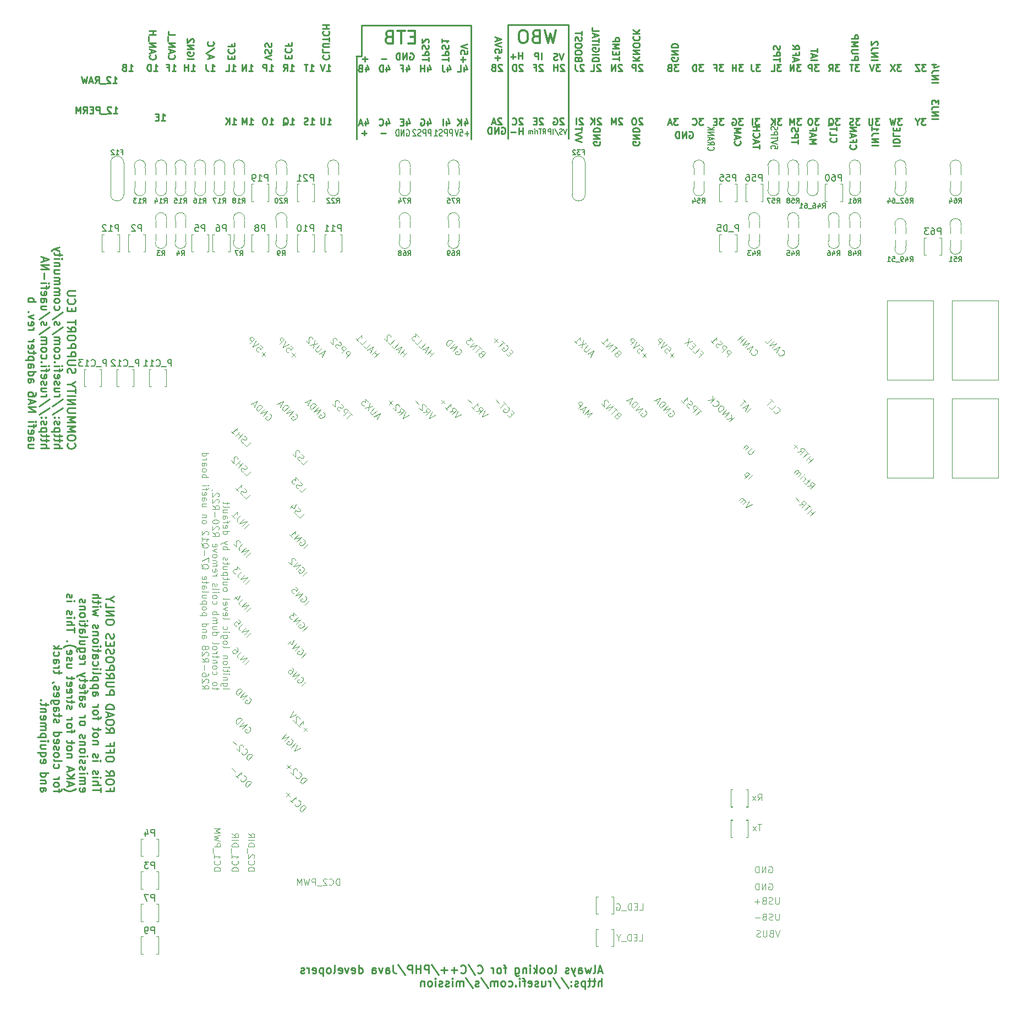
<source format=gbo>
G75*
G70*
%OFA0B0*%
%FSLAX25Y25*%
%IPPOS*%
%LPD*%
%AMOC8*
5,1,8,0,0,1.08239X$1,22.5*
%
%ADD19C,0.00984*%
%ADD20C,0.00787*%
%ADD25C,0.00500*%
%ADD26C,0.00591*%
%ADD29C,0.00394*%
%ADD30C,0.00390*%
%ADD31C,0.00472*%
%ADD33C,0.00880*%
%ADD34C,0.01378*%
%ADD35C,0.00807*%
X0000000Y0000000D02*
%LPD*%
G01*
D19*
X0204967Y0592344D02*
X0204967Y0573604D01*
X0330400Y0592738D02*
X0293786Y0592738D01*
X0293786Y0592738D02*
X0293786Y0523801D01*
X0201975Y0573446D02*
X0201975Y0523407D01*
X0201936Y0573643D02*
X0205007Y0573643D01*
X0271306Y0592344D02*
X0204967Y0592344D01*
X0271306Y0523407D02*
X0271306Y0592344D01*
X0330400Y0523801D02*
X0330400Y0592738D01*
D33*
X0458580Y0570446D02*
X0458580Y0572732D01*
X0454580Y0571589D02*
X0458580Y0571589D01*
X0454580Y0574065D02*
X0458580Y0574065D01*
X0458580Y0574065D02*
X0458580Y0575589D01*
X0458580Y0575589D02*
X0458389Y0575970D01*
X0458389Y0575970D02*
X0458199Y0576160D01*
X0458199Y0576160D02*
X0457818Y0576351D01*
X0457818Y0576351D02*
X0457247Y0576351D01*
X0457247Y0576351D02*
X0456866Y0576160D01*
X0456866Y0576160D02*
X0456675Y0575970D01*
X0456675Y0575970D02*
X0456485Y0575589D01*
X0456485Y0575589D02*
X0456485Y0574065D01*
X0454770Y0577874D02*
X0454580Y0578446D01*
X0454580Y0578446D02*
X0454580Y0579398D01*
X0454580Y0579398D02*
X0454770Y0579779D01*
X0454770Y0579779D02*
X0454961Y0579970D01*
X0454961Y0579970D02*
X0455342Y0580160D01*
X0455342Y0580160D02*
X0455723Y0580160D01*
X0455723Y0580160D02*
X0456104Y0579970D01*
X0456104Y0579970D02*
X0456294Y0579779D01*
X0456294Y0579779D02*
X0456485Y0579398D01*
X0456485Y0579398D02*
X0456675Y0578636D01*
X0456675Y0578636D02*
X0456866Y0578255D01*
X0456866Y0578255D02*
X0457056Y0578065D01*
X0457056Y0578065D02*
X0457437Y0577874D01*
X0457437Y0577874D02*
X0457818Y0577874D01*
X0457818Y0577874D02*
X0458199Y0578065D01*
X0458199Y0578065D02*
X0458389Y0578255D01*
X0458389Y0578255D02*
X0458580Y0578636D01*
X0458580Y0578636D02*
X0458580Y0579589D01*
X0458580Y0579589D02*
X0458389Y0580160D01*
X0181969Y0574327D02*
X0181778Y0574137D01*
X0181778Y0574137D02*
X0181588Y0573565D01*
X0181588Y0573565D02*
X0181588Y0573185D01*
X0181588Y0573185D02*
X0181778Y0572613D01*
X0181778Y0572613D02*
X0182159Y0572232D01*
X0182159Y0572232D02*
X0182540Y0572042D01*
X0182540Y0572042D02*
X0183302Y0571851D01*
X0183302Y0571851D02*
X0183873Y0571851D01*
X0183873Y0571851D02*
X0184635Y0572042D01*
X0184635Y0572042D02*
X0185016Y0572232D01*
X0185016Y0572232D02*
X0185397Y0572613D01*
X0185397Y0572613D02*
X0185588Y0573185D01*
X0185588Y0573185D02*
X0185588Y0573565D01*
X0185588Y0573565D02*
X0185397Y0574137D01*
X0185397Y0574137D02*
X0185207Y0574327D01*
X0181588Y0577946D02*
X0181588Y0576042D01*
X0181588Y0576042D02*
X0185588Y0576042D01*
X0185588Y0579280D02*
X0182350Y0579280D01*
X0182350Y0579280D02*
X0181969Y0579470D01*
X0181969Y0579470D02*
X0181778Y0579661D01*
X0181778Y0579661D02*
X0181588Y0580042D01*
X0181588Y0580042D02*
X0181588Y0580804D01*
X0181588Y0580804D02*
X0181778Y0581185D01*
X0181778Y0581185D02*
X0181969Y0581375D01*
X0181969Y0581375D02*
X0182350Y0581565D01*
X0182350Y0581565D02*
X0185588Y0581565D01*
X0185588Y0582899D02*
X0185588Y0585185D01*
X0181588Y0584042D02*
X0185588Y0584042D01*
X0181969Y0588804D02*
X0181778Y0588613D01*
X0181778Y0588613D02*
X0181588Y0588042D01*
X0181588Y0588042D02*
X0181588Y0587661D01*
X0181588Y0587661D02*
X0181778Y0587089D01*
X0181778Y0587089D02*
X0182159Y0586708D01*
X0182159Y0586708D02*
X0182540Y0586518D01*
X0182540Y0586518D02*
X0183302Y0586327D01*
X0183302Y0586327D02*
X0183873Y0586327D01*
X0183873Y0586327D02*
X0184635Y0586518D01*
X0184635Y0586518D02*
X0185016Y0586708D01*
X0185016Y0586708D02*
X0185397Y0587089D01*
X0185397Y0587089D02*
X0185588Y0587661D01*
X0185588Y0587661D02*
X0185588Y0588042D01*
X0185588Y0588042D02*
X0185397Y0588613D01*
X0185397Y0588613D02*
X0185207Y0588804D01*
X0181588Y0590518D02*
X0185588Y0590518D01*
X0183683Y0590518D02*
X0183683Y0592804D01*
X0181588Y0592804D02*
X0185588Y0592804D01*
X0220175Y0567004D02*
X0220175Y0564337D01*
X0221127Y0568527D02*
X0222080Y0565670D01*
X0222080Y0565670D02*
X0219604Y0565670D01*
X0218080Y0564337D02*
X0218080Y0568337D01*
X0218080Y0568337D02*
X0217127Y0568337D01*
X0217127Y0568337D02*
X0216556Y0568147D01*
X0216556Y0568147D02*
X0216175Y0567766D01*
X0216175Y0567766D02*
X0215985Y0567385D01*
X0215985Y0567385D02*
X0215794Y0566623D01*
X0215794Y0566623D02*
X0215794Y0566051D01*
X0215794Y0566051D02*
X0215985Y0565289D01*
X0215985Y0565289D02*
X0216175Y0564908D01*
X0216175Y0564908D02*
X0216556Y0564527D01*
X0216556Y0564527D02*
X0217127Y0564337D01*
X0217127Y0564337D02*
X0218080Y0564337D01*
X0546939Y0568632D02*
X0544463Y0568632D01*
X0544463Y0568632D02*
X0545796Y0567108D01*
X0545796Y0567108D02*
X0545225Y0567108D01*
X0545225Y0567108D02*
X0544844Y0566918D01*
X0544844Y0566918D02*
X0544653Y0566728D01*
X0544653Y0566728D02*
X0544463Y0566347D01*
X0544463Y0566347D02*
X0544463Y0565394D01*
X0544463Y0565394D02*
X0544653Y0565013D01*
X0544653Y0565013D02*
X0544844Y0564823D01*
X0544844Y0564823D02*
X0545225Y0564632D01*
X0545225Y0564632D02*
X0546367Y0564632D01*
X0546367Y0564632D02*
X0546748Y0564823D01*
X0546748Y0564823D02*
X0546939Y0565013D01*
X0543129Y0568632D02*
X0540463Y0568632D01*
X0540463Y0568632D02*
X0543129Y0564632D01*
X0543129Y0564632D02*
X0540463Y0564632D01*
X0403546Y0527912D02*
X0403927Y0528102D01*
X0403927Y0528102D02*
X0404499Y0528102D01*
X0404499Y0528102D02*
X0405070Y0527912D01*
X0405070Y0527912D02*
X0405451Y0527531D01*
X0405451Y0527531D02*
X0405642Y0527150D01*
X0405642Y0527150D02*
X0405832Y0526388D01*
X0405832Y0526388D02*
X0405832Y0525816D01*
X0405832Y0525816D02*
X0405642Y0525055D01*
X0405642Y0525055D02*
X0405451Y0524674D01*
X0405451Y0524674D02*
X0405070Y0524293D01*
X0405070Y0524293D02*
X0404499Y0524102D01*
X0404499Y0524102D02*
X0404118Y0524102D01*
X0404118Y0524102D02*
X0403546Y0524293D01*
X0403546Y0524293D02*
X0403356Y0524483D01*
X0403356Y0524483D02*
X0403356Y0525816D01*
X0403356Y0525816D02*
X0404118Y0525816D01*
X0401642Y0524102D02*
X0401642Y0528102D01*
X0401642Y0528102D02*
X0399356Y0524102D01*
X0399356Y0524102D02*
X0399356Y0528102D01*
X0397451Y0524102D02*
X0397451Y0528102D01*
X0397451Y0528102D02*
X0396499Y0528102D01*
X0396499Y0528102D02*
X0395927Y0527912D01*
X0395927Y0527912D02*
X0395546Y0527531D01*
X0395546Y0527531D02*
X0395356Y0527150D01*
X0395356Y0527150D02*
X0395165Y0526388D01*
X0395165Y0526388D02*
X0395165Y0525816D01*
X0395165Y0525816D02*
X0395356Y0525055D01*
X0395356Y0525055D02*
X0395546Y0524674D01*
X0395546Y0524674D02*
X0395927Y0524293D01*
X0395927Y0524293D02*
X0396499Y0524102D01*
X0396499Y0524102D02*
X0397451Y0524102D01*
X0302563Y0571956D02*
X0302563Y0575956D01*
X0302563Y0574052D02*
X0300277Y0574052D01*
X0300277Y0571956D02*
X0300277Y0575956D01*
X0298372Y0573480D02*
X0295325Y0573480D01*
X0296848Y0571956D02*
X0296848Y0575004D01*
X0174148Y0532329D02*
X0176433Y0532329D01*
X0175291Y0532329D02*
X0175291Y0536329D01*
X0175291Y0536329D02*
X0175672Y0535758D01*
X0175672Y0535758D02*
X0176052Y0535377D01*
X0176052Y0535377D02*
X0176433Y0535186D01*
X0172624Y0532520D02*
X0172052Y0532329D01*
X0172052Y0532329D02*
X0171100Y0532329D01*
X0171100Y0532329D02*
X0170719Y0532520D01*
X0170719Y0532520D02*
X0170529Y0532710D01*
X0170529Y0532710D02*
X0170338Y0533091D01*
X0170338Y0533091D02*
X0170338Y0533472D01*
X0170338Y0533472D02*
X0170529Y0533853D01*
X0170529Y0533853D02*
X0170719Y0534043D01*
X0170719Y0534043D02*
X0171100Y0534234D01*
X0171100Y0534234D02*
X0171862Y0534424D01*
X0171862Y0534424D02*
X0172243Y0534615D01*
X0172243Y0534615D02*
X0172433Y0534805D01*
X0172433Y0534805D02*
X0172624Y0535186D01*
X0172624Y0535186D02*
X0172624Y0535567D01*
X0172624Y0535567D02*
X0172433Y0535948D01*
X0172433Y0535948D02*
X0172243Y0536139D01*
X0172243Y0536139D02*
X0171862Y0536329D01*
X0171862Y0536329D02*
X0170910Y0536329D01*
X0170910Y0536329D02*
X0170338Y0536139D01*
X0531939Y0568632D02*
X0529463Y0568632D01*
X0529463Y0568632D02*
X0530796Y0567108D01*
X0530796Y0567108D02*
X0530225Y0567108D01*
X0530225Y0567108D02*
X0529844Y0566918D01*
X0529844Y0566918D02*
X0529653Y0566728D01*
X0529653Y0566728D02*
X0529463Y0566347D01*
X0529463Y0566347D02*
X0529463Y0565394D01*
X0529463Y0565394D02*
X0529653Y0565013D01*
X0529653Y0565013D02*
X0529844Y0564823D01*
X0529844Y0564823D02*
X0530225Y0564632D01*
X0530225Y0564632D02*
X0531367Y0564632D01*
X0531367Y0564632D02*
X0531748Y0564823D01*
X0531748Y0564823D02*
X0531939Y0565013D01*
X0528129Y0568632D02*
X0525463Y0564632D01*
X0525463Y0568632D02*
X0528129Y0564632D01*
X0514186Y0519694D02*
X0518186Y0519694D01*
X0514186Y0521599D02*
X0518186Y0521599D01*
X0518186Y0521599D02*
X0514186Y0523885D01*
X0514186Y0523885D02*
X0518186Y0523885D01*
X0518186Y0526932D02*
X0515329Y0526932D01*
X0515329Y0526932D02*
X0514758Y0526742D01*
X0514758Y0526742D02*
X0514377Y0526361D01*
X0514377Y0526361D02*
X0514186Y0525789D01*
X0514186Y0525789D02*
X0514186Y0525408D01*
X0514186Y0530932D02*
X0514186Y0528646D01*
X0514186Y0529789D02*
X0518186Y0529789D01*
X0518186Y0529789D02*
X0517615Y0529408D01*
X0517615Y0529408D02*
X0517234Y0529027D01*
X0517234Y0529027D02*
X0517043Y0528646D01*
D19*
X0350777Y0019825D02*
X0348434Y0019825D01*
X0351246Y0018419D02*
X0349606Y0023340D01*
X0349606Y0023340D02*
X0347965Y0018419D01*
X0345622Y0018419D02*
X0346090Y0018653D01*
X0346090Y0018653D02*
X0346325Y0019122D01*
X0346325Y0019122D02*
X0346325Y0023340D01*
X0344216Y0021700D02*
X0343278Y0018419D01*
X0343278Y0018419D02*
X0342341Y0020762D01*
X0342341Y0020762D02*
X0341403Y0018419D01*
X0341403Y0018419D02*
X0340466Y0021700D01*
X0336482Y0018419D02*
X0336482Y0020997D01*
X0336482Y0020997D02*
X0336717Y0021465D01*
X0336717Y0021465D02*
X0337185Y0021700D01*
X0337185Y0021700D02*
X0338123Y0021700D01*
X0338123Y0021700D02*
X0338591Y0021465D01*
X0336482Y0018653D02*
X0336951Y0018419D01*
X0336951Y0018419D02*
X0338123Y0018419D01*
X0338123Y0018419D02*
X0338591Y0018653D01*
X0338591Y0018653D02*
X0338826Y0019122D01*
X0338826Y0019122D02*
X0338826Y0019591D01*
X0338826Y0019591D02*
X0338591Y0020059D01*
X0338591Y0020059D02*
X0338123Y0020294D01*
X0338123Y0020294D02*
X0336951Y0020294D01*
X0336951Y0020294D02*
X0336482Y0020528D01*
X0334607Y0021700D02*
X0333436Y0018419D01*
X0332264Y0021700D02*
X0333436Y0018419D01*
X0333436Y0018419D02*
X0333904Y0017247D01*
X0333904Y0017247D02*
X0334139Y0017013D01*
X0334139Y0017013D02*
X0334607Y0016778D01*
X0330624Y0018653D02*
X0330155Y0018419D01*
X0330155Y0018419D02*
X0329217Y0018419D01*
X0329217Y0018419D02*
X0328749Y0018653D01*
X0328749Y0018653D02*
X0328514Y0019122D01*
X0328514Y0019122D02*
X0328514Y0019356D01*
X0328514Y0019356D02*
X0328749Y0019825D01*
X0328749Y0019825D02*
X0329217Y0020059D01*
X0329217Y0020059D02*
X0329921Y0020059D01*
X0329921Y0020059D02*
X0330389Y0020294D01*
X0330389Y0020294D02*
X0330624Y0020762D01*
X0330624Y0020762D02*
X0330624Y0020997D01*
X0330624Y0020997D02*
X0330389Y0021465D01*
X0330389Y0021465D02*
X0329921Y0021700D01*
X0329921Y0021700D02*
X0329217Y0021700D01*
X0329217Y0021700D02*
X0328749Y0021465D01*
X0321953Y0018419D02*
X0322421Y0018653D01*
X0322421Y0018653D02*
X0322656Y0019122D01*
X0322656Y0019122D02*
X0322656Y0023340D01*
X0319375Y0018419D02*
X0319844Y0018653D01*
X0319844Y0018653D02*
X0320078Y0018888D01*
X0320078Y0018888D02*
X0320312Y0019356D01*
X0320312Y0019356D02*
X0320312Y0020762D01*
X0320312Y0020762D02*
X0320078Y0021231D01*
X0320078Y0021231D02*
X0319844Y0021465D01*
X0319844Y0021465D02*
X0319375Y0021700D01*
X0319375Y0021700D02*
X0318672Y0021700D01*
X0318672Y0021700D02*
X0318203Y0021465D01*
X0318203Y0021465D02*
X0317969Y0021231D01*
X0317969Y0021231D02*
X0317735Y0020762D01*
X0317735Y0020762D02*
X0317735Y0019356D01*
X0317735Y0019356D02*
X0317969Y0018888D01*
X0317969Y0018888D02*
X0318203Y0018653D01*
X0318203Y0018653D02*
X0318672Y0018419D01*
X0318672Y0018419D02*
X0319375Y0018419D01*
X0314922Y0018419D02*
X0315391Y0018653D01*
X0315391Y0018653D02*
X0315625Y0018888D01*
X0315625Y0018888D02*
X0315860Y0019356D01*
X0315860Y0019356D02*
X0315860Y0020762D01*
X0315860Y0020762D02*
X0315625Y0021231D01*
X0315625Y0021231D02*
X0315391Y0021465D01*
X0315391Y0021465D02*
X0314922Y0021700D01*
X0314922Y0021700D02*
X0314219Y0021700D01*
X0314219Y0021700D02*
X0313751Y0021465D01*
X0313751Y0021465D02*
X0313516Y0021231D01*
X0313516Y0021231D02*
X0313282Y0020762D01*
X0313282Y0020762D02*
X0313282Y0019356D01*
X0313282Y0019356D02*
X0313516Y0018888D01*
X0313516Y0018888D02*
X0313751Y0018653D01*
X0313751Y0018653D02*
X0314219Y0018419D01*
X0314219Y0018419D02*
X0314922Y0018419D01*
X0311173Y0018419D02*
X0311173Y0023340D01*
X0310704Y0020294D02*
X0309298Y0018419D01*
X0309298Y0021700D02*
X0311173Y0019825D01*
X0307189Y0018419D02*
X0307189Y0021700D01*
X0307189Y0023340D02*
X0307423Y0023106D01*
X0307423Y0023106D02*
X0307189Y0022871D01*
X0307189Y0022871D02*
X0306955Y0023106D01*
X0306955Y0023106D02*
X0307189Y0023340D01*
X0307189Y0023340D02*
X0307189Y0022871D01*
X0304846Y0021700D02*
X0304846Y0018419D01*
X0304846Y0021231D02*
X0304611Y0021465D01*
X0304611Y0021465D02*
X0304142Y0021700D01*
X0304142Y0021700D02*
X0303439Y0021700D01*
X0303439Y0021700D02*
X0302971Y0021465D01*
X0302971Y0021465D02*
X0302736Y0020997D01*
X0302736Y0020997D02*
X0302736Y0018419D01*
X0298284Y0021700D02*
X0298284Y0017716D01*
X0298284Y0017716D02*
X0298518Y0017247D01*
X0298518Y0017247D02*
X0298753Y0017013D01*
X0298753Y0017013D02*
X0299221Y0016778D01*
X0299221Y0016778D02*
X0299924Y0016778D01*
X0299924Y0016778D02*
X0300393Y0017013D01*
X0298284Y0018653D02*
X0298753Y0018419D01*
X0298753Y0018419D02*
X0299690Y0018419D01*
X0299690Y0018419D02*
X0300159Y0018653D01*
X0300159Y0018653D02*
X0300393Y0018888D01*
X0300393Y0018888D02*
X0300627Y0019356D01*
X0300627Y0019356D02*
X0300627Y0020762D01*
X0300627Y0020762D02*
X0300393Y0021231D01*
X0300393Y0021231D02*
X0300159Y0021465D01*
X0300159Y0021465D02*
X0299690Y0021700D01*
X0299690Y0021700D02*
X0298753Y0021700D01*
X0298753Y0021700D02*
X0298284Y0021465D01*
X0292894Y0021700D02*
X0291019Y0021700D01*
X0292191Y0018419D02*
X0292191Y0022637D01*
X0292191Y0022637D02*
X0291957Y0023106D01*
X0291957Y0023106D02*
X0291488Y0023340D01*
X0291488Y0023340D02*
X0291019Y0023340D01*
X0288676Y0018419D02*
X0289144Y0018653D01*
X0289144Y0018653D02*
X0289379Y0018888D01*
X0289379Y0018888D02*
X0289613Y0019356D01*
X0289613Y0019356D02*
X0289613Y0020762D01*
X0289613Y0020762D02*
X0289379Y0021231D01*
X0289379Y0021231D02*
X0289144Y0021465D01*
X0289144Y0021465D02*
X0288676Y0021700D01*
X0288676Y0021700D02*
X0287973Y0021700D01*
X0287973Y0021700D02*
X0287504Y0021465D01*
X0287504Y0021465D02*
X0287270Y0021231D01*
X0287270Y0021231D02*
X0287035Y0020762D01*
X0287035Y0020762D02*
X0287035Y0019356D01*
X0287035Y0019356D02*
X0287270Y0018888D01*
X0287270Y0018888D02*
X0287504Y0018653D01*
X0287504Y0018653D02*
X0287973Y0018419D01*
X0287973Y0018419D02*
X0288676Y0018419D01*
X0284926Y0018419D02*
X0284926Y0021700D01*
X0284926Y0020762D02*
X0284692Y0021231D01*
X0284692Y0021231D02*
X0284457Y0021465D01*
X0284457Y0021465D02*
X0283989Y0021700D01*
X0283989Y0021700D02*
X0283520Y0021700D01*
X0275318Y0018888D02*
X0275552Y0018653D01*
X0275552Y0018653D02*
X0276255Y0018419D01*
X0276255Y0018419D02*
X0276724Y0018419D01*
X0276724Y0018419D02*
X0277427Y0018653D01*
X0277427Y0018653D02*
X0277896Y0019122D01*
X0277896Y0019122D02*
X0278130Y0019591D01*
X0278130Y0019591D02*
X0278364Y0020528D01*
X0278364Y0020528D02*
X0278364Y0021231D01*
X0278364Y0021231D02*
X0278130Y0022168D01*
X0278130Y0022168D02*
X0277896Y0022637D01*
X0277896Y0022637D02*
X0277427Y0023106D01*
X0277427Y0023106D02*
X0276724Y0023340D01*
X0276724Y0023340D02*
X0276255Y0023340D01*
X0276255Y0023340D02*
X0275552Y0023106D01*
X0275552Y0023106D02*
X0275318Y0022871D01*
X0269694Y0023575D02*
X0273912Y0017247D01*
X0265241Y0018888D02*
X0265475Y0018653D01*
X0265475Y0018653D02*
X0266178Y0018419D01*
X0266178Y0018419D02*
X0266647Y0018419D01*
X0266647Y0018419D02*
X0267350Y0018653D01*
X0267350Y0018653D02*
X0267819Y0019122D01*
X0267819Y0019122D02*
X0268053Y0019591D01*
X0268053Y0019591D02*
X0268288Y0020528D01*
X0268288Y0020528D02*
X0268288Y0021231D01*
X0268288Y0021231D02*
X0268053Y0022168D01*
X0268053Y0022168D02*
X0267819Y0022637D01*
X0267819Y0022637D02*
X0267350Y0023106D01*
X0267350Y0023106D02*
X0266647Y0023340D01*
X0266647Y0023340D02*
X0266178Y0023340D01*
X0266178Y0023340D02*
X0265475Y0023106D01*
X0265475Y0023106D02*
X0265241Y0022871D01*
X0263132Y0020294D02*
X0259382Y0020294D01*
X0261257Y0018419D02*
X0261257Y0022168D01*
X0257039Y0020294D02*
X0253289Y0020294D01*
X0255164Y0018419D02*
X0255164Y0022168D01*
X0247431Y0023575D02*
X0251649Y0017247D01*
X0245790Y0018419D02*
X0245790Y0023340D01*
X0245790Y0023340D02*
X0243916Y0023340D01*
X0243916Y0023340D02*
X0243447Y0023106D01*
X0243447Y0023106D02*
X0243213Y0022871D01*
X0243213Y0022871D02*
X0242978Y0022403D01*
X0242978Y0022403D02*
X0242978Y0021700D01*
X0242978Y0021700D02*
X0243213Y0021231D01*
X0243213Y0021231D02*
X0243447Y0020997D01*
X0243447Y0020997D02*
X0243916Y0020762D01*
X0243916Y0020762D02*
X0245790Y0020762D01*
X0240869Y0018419D02*
X0240869Y0023340D01*
X0240869Y0020997D02*
X0238057Y0020997D01*
X0238057Y0018419D02*
X0238057Y0023340D01*
X0235714Y0018419D02*
X0235714Y0023340D01*
X0235714Y0023340D02*
X0233839Y0023340D01*
X0233839Y0023340D02*
X0233370Y0023106D01*
X0233370Y0023106D02*
X0233136Y0022871D01*
X0233136Y0022871D02*
X0232901Y0022403D01*
X0232901Y0022403D02*
X0232901Y0021700D01*
X0232901Y0021700D02*
X0233136Y0021231D01*
X0233136Y0021231D02*
X0233370Y0020997D01*
X0233370Y0020997D02*
X0233839Y0020762D01*
X0233839Y0020762D02*
X0235714Y0020762D01*
X0227277Y0023575D02*
X0231495Y0017247D01*
X0224231Y0023340D02*
X0224231Y0019825D01*
X0224231Y0019825D02*
X0224465Y0019122D01*
X0224465Y0019122D02*
X0224934Y0018653D01*
X0224934Y0018653D02*
X0225637Y0018419D01*
X0225637Y0018419D02*
X0226105Y0018419D01*
X0219778Y0018419D02*
X0219778Y0020997D01*
X0219778Y0020997D02*
X0220012Y0021465D01*
X0220012Y0021465D02*
X0220481Y0021700D01*
X0220481Y0021700D02*
X0221418Y0021700D01*
X0221418Y0021700D02*
X0221887Y0021465D01*
X0219778Y0018653D02*
X0220247Y0018419D01*
X0220247Y0018419D02*
X0221418Y0018419D01*
X0221418Y0018419D02*
X0221887Y0018653D01*
X0221887Y0018653D02*
X0222121Y0019122D01*
X0222121Y0019122D02*
X0222121Y0019591D01*
X0222121Y0019591D02*
X0221887Y0020059D01*
X0221887Y0020059D02*
X0221418Y0020294D01*
X0221418Y0020294D02*
X0220247Y0020294D01*
X0220247Y0020294D02*
X0219778Y0020528D01*
X0217903Y0021700D02*
X0216732Y0018419D01*
X0216732Y0018419D02*
X0215560Y0021700D01*
X0211576Y0018419D02*
X0211576Y0020997D01*
X0211576Y0020997D02*
X0211810Y0021465D01*
X0211810Y0021465D02*
X0212279Y0021700D01*
X0212279Y0021700D02*
X0213216Y0021700D01*
X0213216Y0021700D02*
X0213685Y0021465D01*
X0211576Y0018653D02*
X0212045Y0018419D01*
X0212045Y0018419D02*
X0213216Y0018419D01*
X0213216Y0018419D02*
X0213685Y0018653D01*
X0213685Y0018653D02*
X0213919Y0019122D01*
X0213919Y0019122D02*
X0213919Y0019591D01*
X0213919Y0019591D02*
X0213685Y0020059D01*
X0213685Y0020059D02*
X0213216Y0020294D01*
X0213216Y0020294D02*
X0212045Y0020294D01*
X0212045Y0020294D02*
X0211576Y0020528D01*
X0203374Y0018419D02*
X0203374Y0023340D01*
X0203374Y0018653D02*
X0203843Y0018419D01*
X0203843Y0018419D02*
X0204780Y0018419D01*
X0204780Y0018419D02*
X0205249Y0018653D01*
X0205249Y0018653D02*
X0205483Y0018888D01*
X0205483Y0018888D02*
X0205717Y0019356D01*
X0205717Y0019356D02*
X0205717Y0020762D01*
X0205717Y0020762D02*
X0205483Y0021231D01*
X0205483Y0021231D02*
X0205249Y0021465D01*
X0205249Y0021465D02*
X0204780Y0021700D01*
X0204780Y0021700D02*
X0203843Y0021700D01*
X0203843Y0021700D02*
X0203374Y0021465D01*
X0199156Y0018653D02*
X0199624Y0018419D01*
X0199624Y0018419D02*
X0200562Y0018419D01*
X0200562Y0018419D02*
X0201030Y0018653D01*
X0201030Y0018653D02*
X0201265Y0019122D01*
X0201265Y0019122D02*
X0201265Y0020997D01*
X0201265Y0020997D02*
X0201030Y0021465D01*
X0201030Y0021465D02*
X0200562Y0021700D01*
X0200562Y0021700D02*
X0199624Y0021700D01*
X0199624Y0021700D02*
X0199156Y0021465D01*
X0199156Y0021465D02*
X0198921Y0020997D01*
X0198921Y0020997D02*
X0198921Y0020528D01*
X0198921Y0020528D02*
X0201265Y0020059D01*
X0197281Y0021700D02*
X0196109Y0018419D01*
X0196109Y0018419D02*
X0194937Y0021700D01*
X0191188Y0018653D02*
X0191657Y0018419D01*
X0191657Y0018419D02*
X0192594Y0018419D01*
X0192594Y0018419D02*
X0193063Y0018653D01*
X0193063Y0018653D02*
X0193297Y0019122D01*
X0193297Y0019122D02*
X0193297Y0020997D01*
X0193297Y0020997D02*
X0193063Y0021465D01*
X0193063Y0021465D02*
X0192594Y0021700D01*
X0192594Y0021700D02*
X0191657Y0021700D01*
X0191657Y0021700D02*
X0191188Y0021465D01*
X0191188Y0021465D02*
X0190954Y0020997D01*
X0190954Y0020997D02*
X0190954Y0020528D01*
X0190954Y0020528D02*
X0193297Y0020059D01*
X0188141Y0018419D02*
X0188610Y0018653D01*
X0188610Y0018653D02*
X0188844Y0019122D01*
X0188844Y0019122D02*
X0188844Y0023340D01*
X0185564Y0018419D02*
X0186032Y0018653D01*
X0186032Y0018653D02*
X0186267Y0018888D01*
X0186267Y0018888D02*
X0186501Y0019356D01*
X0186501Y0019356D02*
X0186501Y0020762D01*
X0186501Y0020762D02*
X0186267Y0021231D01*
X0186267Y0021231D02*
X0186032Y0021465D01*
X0186032Y0021465D02*
X0185564Y0021700D01*
X0185564Y0021700D02*
X0184861Y0021700D01*
X0184861Y0021700D02*
X0184392Y0021465D01*
X0184392Y0021465D02*
X0184157Y0021231D01*
X0184157Y0021231D02*
X0183923Y0020762D01*
X0183923Y0020762D02*
X0183923Y0019356D01*
X0183923Y0019356D02*
X0184157Y0018888D01*
X0184157Y0018888D02*
X0184392Y0018653D01*
X0184392Y0018653D02*
X0184861Y0018419D01*
X0184861Y0018419D02*
X0185564Y0018419D01*
X0181814Y0021700D02*
X0181814Y0016778D01*
X0181814Y0021465D02*
X0181345Y0021700D01*
X0181345Y0021700D02*
X0180408Y0021700D01*
X0180408Y0021700D02*
X0179939Y0021465D01*
X0179939Y0021465D02*
X0179705Y0021231D01*
X0179705Y0021231D02*
X0179471Y0020762D01*
X0179471Y0020762D02*
X0179471Y0019356D01*
X0179471Y0019356D02*
X0179705Y0018888D01*
X0179705Y0018888D02*
X0179939Y0018653D01*
X0179939Y0018653D02*
X0180408Y0018419D01*
X0180408Y0018419D02*
X0181345Y0018419D01*
X0181345Y0018419D02*
X0181814Y0018653D01*
X0175487Y0018653D02*
X0175955Y0018419D01*
X0175955Y0018419D02*
X0176893Y0018419D01*
X0176893Y0018419D02*
X0177361Y0018653D01*
X0177361Y0018653D02*
X0177596Y0019122D01*
X0177596Y0019122D02*
X0177596Y0020997D01*
X0177596Y0020997D02*
X0177361Y0021465D01*
X0177361Y0021465D02*
X0176893Y0021700D01*
X0176893Y0021700D02*
X0175955Y0021700D01*
X0175955Y0021700D02*
X0175487Y0021465D01*
X0175487Y0021465D02*
X0175252Y0020997D01*
X0175252Y0020997D02*
X0175252Y0020528D01*
X0175252Y0020528D02*
X0177596Y0020059D01*
X0173143Y0018419D02*
X0173143Y0021700D01*
X0173143Y0020762D02*
X0172909Y0021231D01*
X0172909Y0021231D02*
X0172675Y0021465D01*
X0172675Y0021465D02*
X0172206Y0021700D01*
X0172206Y0021700D02*
X0171737Y0021700D01*
X0170331Y0018653D02*
X0169862Y0018419D01*
X0169862Y0018419D02*
X0168925Y0018419D01*
X0168925Y0018419D02*
X0168456Y0018653D01*
X0168456Y0018653D02*
X0168222Y0019122D01*
X0168222Y0019122D02*
X0168222Y0019356D01*
X0168222Y0019356D02*
X0168456Y0019825D01*
X0168456Y0019825D02*
X0168925Y0020059D01*
X0168925Y0020059D02*
X0169628Y0020059D01*
X0169628Y0020059D02*
X0170097Y0020294D01*
X0170097Y0020294D02*
X0170331Y0020762D01*
X0170331Y0020762D02*
X0170331Y0020997D01*
X0170331Y0020997D02*
X0170097Y0021465D01*
X0170097Y0021465D02*
X0169628Y0021700D01*
X0169628Y0021700D02*
X0168925Y0021700D01*
X0168925Y0021700D02*
X0168456Y0021465D01*
X0350543Y0010496D02*
X0350543Y0015417D01*
X0348434Y0010496D02*
X0348434Y0013074D01*
X0348434Y0013074D02*
X0348668Y0013542D01*
X0348668Y0013542D02*
X0349137Y0013777D01*
X0349137Y0013777D02*
X0349840Y0013777D01*
X0349840Y0013777D02*
X0350309Y0013542D01*
X0350309Y0013542D02*
X0350543Y0013308D01*
X0346793Y0013777D02*
X0344919Y0013777D01*
X0346090Y0015417D02*
X0346090Y0011199D01*
X0346090Y0011199D02*
X0345856Y0010730D01*
X0345856Y0010730D02*
X0345387Y0010496D01*
X0345387Y0010496D02*
X0344919Y0010496D01*
X0343981Y0013777D02*
X0342106Y0013777D01*
X0343278Y0015417D02*
X0343278Y0011199D01*
X0343278Y0011199D02*
X0343044Y0010730D01*
X0343044Y0010730D02*
X0342575Y0010496D01*
X0342575Y0010496D02*
X0342106Y0010496D01*
X0340466Y0013777D02*
X0340466Y0008856D01*
X0340466Y0013542D02*
X0339997Y0013777D01*
X0339997Y0013777D02*
X0339060Y0013777D01*
X0339060Y0013777D02*
X0338591Y0013542D01*
X0338591Y0013542D02*
X0338357Y0013308D01*
X0338357Y0013308D02*
X0338123Y0012839D01*
X0338123Y0012839D02*
X0338123Y0011433D01*
X0338123Y0011433D02*
X0338357Y0010965D01*
X0338357Y0010965D02*
X0338591Y0010730D01*
X0338591Y0010730D02*
X0339060Y0010496D01*
X0339060Y0010496D02*
X0339997Y0010496D01*
X0339997Y0010496D02*
X0340466Y0010730D01*
X0336248Y0010730D02*
X0335779Y0010496D01*
X0335779Y0010496D02*
X0334842Y0010496D01*
X0334842Y0010496D02*
X0334373Y0010730D01*
X0334373Y0010730D02*
X0334139Y0011199D01*
X0334139Y0011199D02*
X0334139Y0011433D01*
X0334139Y0011433D02*
X0334373Y0011902D01*
X0334373Y0011902D02*
X0334842Y0012136D01*
X0334842Y0012136D02*
X0335545Y0012136D01*
X0335545Y0012136D02*
X0336014Y0012371D01*
X0336014Y0012371D02*
X0336248Y0012839D01*
X0336248Y0012839D02*
X0336248Y0013074D01*
X0336248Y0013074D02*
X0336014Y0013542D01*
X0336014Y0013542D02*
X0335545Y0013777D01*
X0335545Y0013777D02*
X0334842Y0013777D01*
X0334842Y0013777D02*
X0334373Y0013542D01*
X0332030Y0010965D02*
X0331795Y0010730D01*
X0331795Y0010730D02*
X0332030Y0010496D01*
X0332030Y0010496D02*
X0332264Y0010730D01*
X0332264Y0010730D02*
X0332030Y0010965D01*
X0332030Y0010965D02*
X0332030Y0010496D01*
X0332030Y0013542D02*
X0331795Y0013308D01*
X0331795Y0013308D02*
X0332030Y0013074D01*
X0332030Y0013074D02*
X0332264Y0013308D01*
X0332264Y0013308D02*
X0332030Y0013542D01*
X0332030Y0013542D02*
X0332030Y0013074D01*
X0326171Y0015652D02*
X0330389Y0009324D01*
X0321015Y0015652D02*
X0325234Y0009324D01*
X0319375Y0010496D02*
X0319375Y0013777D01*
X0319375Y0012839D02*
X0319141Y0013308D01*
X0319141Y0013308D02*
X0318906Y0013542D01*
X0318906Y0013542D02*
X0318438Y0013777D01*
X0318438Y0013777D02*
X0317969Y0013777D01*
X0314219Y0013777D02*
X0314219Y0010496D01*
X0316328Y0013777D02*
X0316328Y0011199D01*
X0316328Y0011199D02*
X0316094Y0010730D01*
X0316094Y0010730D02*
X0315625Y0010496D01*
X0315625Y0010496D02*
X0314922Y0010496D01*
X0314922Y0010496D02*
X0314454Y0010730D01*
X0314454Y0010730D02*
X0314219Y0010965D01*
X0312110Y0010730D02*
X0311642Y0010496D01*
X0311642Y0010496D02*
X0310704Y0010496D01*
X0310704Y0010496D02*
X0310235Y0010730D01*
X0310235Y0010730D02*
X0310001Y0011199D01*
X0310001Y0011199D02*
X0310001Y0011433D01*
X0310001Y0011433D02*
X0310235Y0011902D01*
X0310235Y0011902D02*
X0310704Y0012136D01*
X0310704Y0012136D02*
X0311407Y0012136D01*
X0311407Y0012136D02*
X0311876Y0012371D01*
X0311876Y0012371D02*
X0312110Y0012839D01*
X0312110Y0012839D02*
X0312110Y0013074D01*
X0312110Y0013074D02*
X0311876Y0013542D01*
X0311876Y0013542D02*
X0311407Y0013777D01*
X0311407Y0013777D02*
X0310704Y0013777D01*
X0310704Y0013777D02*
X0310235Y0013542D01*
X0306017Y0010730D02*
X0306486Y0010496D01*
X0306486Y0010496D02*
X0307423Y0010496D01*
X0307423Y0010496D02*
X0307892Y0010730D01*
X0307892Y0010730D02*
X0308126Y0011199D01*
X0308126Y0011199D02*
X0308126Y0013074D01*
X0308126Y0013074D02*
X0307892Y0013542D01*
X0307892Y0013542D02*
X0307423Y0013777D01*
X0307423Y0013777D02*
X0306486Y0013777D01*
X0306486Y0013777D02*
X0306017Y0013542D01*
X0306017Y0013542D02*
X0305783Y0013074D01*
X0305783Y0013074D02*
X0305783Y0012605D01*
X0305783Y0012605D02*
X0308126Y0012136D01*
X0304377Y0013777D02*
X0302502Y0013777D01*
X0303674Y0010496D02*
X0303674Y0014714D01*
X0303674Y0014714D02*
X0303439Y0015183D01*
X0303439Y0015183D02*
X0302971Y0015417D01*
X0302971Y0015417D02*
X0302502Y0015417D01*
X0300862Y0010496D02*
X0300862Y0013777D01*
X0300862Y0015417D02*
X0301096Y0015183D01*
X0301096Y0015183D02*
X0300862Y0014949D01*
X0300862Y0014949D02*
X0300627Y0015183D01*
X0300627Y0015183D02*
X0300862Y0015417D01*
X0300862Y0015417D02*
X0300862Y0014949D01*
X0298518Y0010965D02*
X0298284Y0010730D01*
X0298284Y0010730D02*
X0298518Y0010496D01*
X0298518Y0010496D02*
X0298753Y0010730D01*
X0298753Y0010730D02*
X0298518Y0010965D01*
X0298518Y0010965D02*
X0298518Y0010496D01*
X0294066Y0010730D02*
X0294534Y0010496D01*
X0294534Y0010496D02*
X0295472Y0010496D01*
X0295472Y0010496D02*
X0295940Y0010730D01*
X0295940Y0010730D02*
X0296175Y0010965D01*
X0296175Y0010965D02*
X0296409Y0011433D01*
X0296409Y0011433D02*
X0296409Y0012839D01*
X0296409Y0012839D02*
X0296175Y0013308D01*
X0296175Y0013308D02*
X0295940Y0013542D01*
X0295940Y0013542D02*
X0295472Y0013777D01*
X0295472Y0013777D02*
X0294534Y0013777D01*
X0294534Y0013777D02*
X0294066Y0013542D01*
X0291253Y0010496D02*
X0291722Y0010730D01*
X0291722Y0010730D02*
X0291957Y0010965D01*
X0291957Y0010965D02*
X0292191Y0011433D01*
X0292191Y0011433D02*
X0292191Y0012839D01*
X0292191Y0012839D02*
X0291957Y0013308D01*
X0291957Y0013308D02*
X0291722Y0013542D01*
X0291722Y0013542D02*
X0291253Y0013777D01*
X0291253Y0013777D02*
X0290550Y0013777D01*
X0290550Y0013777D02*
X0290082Y0013542D01*
X0290082Y0013542D02*
X0289847Y0013308D01*
X0289847Y0013308D02*
X0289613Y0012839D01*
X0289613Y0012839D02*
X0289613Y0011433D01*
X0289613Y0011433D02*
X0289847Y0010965D01*
X0289847Y0010965D02*
X0290082Y0010730D01*
X0290082Y0010730D02*
X0290550Y0010496D01*
X0290550Y0010496D02*
X0291253Y0010496D01*
X0287504Y0010496D02*
X0287504Y0013777D01*
X0287504Y0013308D02*
X0287270Y0013542D01*
X0287270Y0013542D02*
X0286801Y0013777D01*
X0286801Y0013777D02*
X0286098Y0013777D01*
X0286098Y0013777D02*
X0285629Y0013542D01*
X0285629Y0013542D02*
X0285395Y0013074D01*
X0285395Y0013074D02*
X0285395Y0010496D01*
X0285395Y0013074D02*
X0285160Y0013542D01*
X0285160Y0013542D02*
X0284692Y0013777D01*
X0284692Y0013777D02*
X0283989Y0013777D01*
X0283989Y0013777D02*
X0283520Y0013542D01*
X0283520Y0013542D02*
X0283286Y0013074D01*
X0283286Y0013074D02*
X0283286Y0010496D01*
X0277427Y0015652D02*
X0281645Y0009324D01*
X0276021Y0010730D02*
X0275552Y0010496D01*
X0275552Y0010496D02*
X0274615Y0010496D01*
X0274615Y0010496D02*
X0274146Y0010730D01*
X0274146Y0010730D02*
X0273912Y0011199D01*
X0273912Y0011199D02*
X0273912Y0011433D01*
X0273912Y0011433D02*
X0274146Y0011902D01*
X0274146Y0011902D02*
X0274615Y0012136D01*
X0274615Y0012136D02*
X0275318Y0012136D01*
X0275318Y0012136D02*
X0275787Y0012371D01*
X0275787Y0012371D02*
X0276021Y0012839D01*
X0276021Y0012839D02*
X0276021Y0013074D01*
X0276021Y0013074D02*
X0275787Y0013542D01*
X0275787Y0013542D02*
X0275318Y0013777D01*
X0275318Y0013777D02*
X0274615Y0013777D01*
X0274615Y0013777D02*
X0274146Y0013542D01*
X0268288Y0015652D02*
X0272506Y0009324D01*
X0266647Y0010496D02*
X0266647Y0013777D01*
X0266647Y0013308D02*
X0266413Y0013542D01*
X0266413Y0013542D02*
X0265944Y0013777D01*
X0265944Y0013777D02*
X0265241Y0013777D01*
X0265241Y0013777D02*
X0264772Y0013542D01*
X0264772Y0013542D02*
X0264538Y0013074D01*
X0264538Y0013074D02*
X0264538Y0010496D01*
X0264538Y0013074D02*
X0264304Y0013542D01*
X0264304Y0013542D02*
X0263835Y0013777D01*
X0263835Y0013777D02*
X0263132Y0013777D01*
X0263132Y0013777D02*
X0262663Y0013542D01*
X0262663Y0013542D02*
X0262429Y0013074D01*
X0262429Y0013074D02*
X0262429Y0010496D01*
X0260085Y0010496D02*
X0260085Y0013777D01*
X0260085Y0015417D02*
X0260320Y0015183D01*
X0260320Y0015183D02*
X0260085Y0014949D01*
X0260085Y0014949D02*
X0259851Y0015183D01*
X0259851Y0015183D02*
X0260085Y0015417D01*
X0260085Y0015417D02*
X0260085Y0014949D01*
X0257976Y0010730D02*
X0257508Y0010496D01*
X0257508Y0010496D02*
X0256570Y0010496D01*
X0256570Y0010496D02*
X0256102Y0010730D01*
X0256102Y0010730D02*
X0255867Y0011199D01*
X0255867Y0011199D02*
X0255867Y0011433D01*
X0255867Y0011433D02*
X0256102Y0011902D01*
X0256102Y0011902D02*
X0256570Y0012136D01*
X0256570Y0012136D02*
X0257273Y0012136D01*
X0257273Y0012136D02*
X0257742Y0012371D01*
X0257742Y0012371D02*
X0257976Y0012839D01*
X0257976Y0012839D02*
X0257976Y0013074D01*
X0257976Y0013074D02*
X0257742Y0013542D01*
X0257742Y0013542D02*
X0257273Y0013777D01*
X0257273Y0013777D02*
X0256570Y0013777D01*
X0256570Y0013777D02*
X0256102Y0013542D01*
X0253992Y0010730D02*
X0253524Y0010496D01*
X0253524Y0010496D02*
X0252586Y0010496D01*
X0252586Y0010496D02*
X0252118Y0010730D01*
X0252118Y0010730D02*
X0251883Y0011199D01*
X0251883Y0011199D02*
X0251883Y0011433D01*
X0251883Y0011433D02*
X0252118Y0011902D01*
X0252118Y0011902D02*
X0252586Y0012136D01*
X0252586Y0012136D02*
X0253289Y0012136D01*
X0253289Y0012136D02*
X0253758Y0012371D01*
X0253758Y0012371D02*
X0253992Y0012839D01*
X0253992Y0012839D02*
X0253992Y0013074D01*
X0253992Y0013074D02*
X0253758Y0013542D01*
X0253758Y0013542D02*
X0253289Y0013777D01*
X0253289Y0013777D02*
X0252586Y0013777D01*
X0252586Y0013777D02*
X0252118Y0013542D01*
X0249774Y0010496D02*
X0249774Y0013777D01*
X0249774Y0015417D02*
X0250009Y0015183D01*
X0250009Y0015183D02*
X0249774Y0014949D01*
X0249774Y0014949D02*
X0249540Y0015183D01*
X0249540Y0015183D02*
X0249774Y0015417D01*
X0249774Y0015417D02*
X0249774Y0014949D01*
X0246728Y0010496D02*
X0247196Y0010730D01*
X0247196Y0010730D02*
X0247431Y0010965D01*
X0247431Y0010965D02*
X0247665Y0011433D01*
X0247665Y0011433D02*
X0247665Y0012839D01*
X0247665Y0012839D02*
X0247431Y0013308D01*
X0247431Y0013308D02*
X0247196Y0013542D01*
X0247196Y0013542D02*
X0246728Y0013777D01*
X0246728Y0013777D02*
X0246025Y0013777D01*
X0246025Y0013777D02*
X0245556Y0013542D01*
X0245556Y0013542D02*
X0245322Y0013308D01*
X0245322Y0013308D02*
X0245087Y0012839D01*
X0245087Y0012839D02*
X0245087Y0011433D01*
X0245087Y0011433D02*
X0245322Y0010965D01*
X0245322Y0010965D02*
X0245556Y0010730D01*
X0245556Y0010730D02*
X0246025Y0010496D01*
X0246025Y0010496D02*
X0246728Y0010496D01*
X0242978Y0013777D02*
X0242978Y0010496D01*
X0242978Y0013308D02*
X0242744Y0013542D01*
X0242744Y0013542D02*
X0242275Y0013777D01*
X0242275Y0013777D02*
X0241572Y0013777D01*
X0241572Y0013777D02*
X0241103Y0013542D01*
X0241103Y0013542D02*
X0240869Y0013074D01*
X0240869Y0013074D02*
X0240869Y0010496D01*
D33*
X0207389Y0534504D02*
X0207389Y0531837D01*
X0208342Y0536027D02*
X0209294Y0533170D01*
X0209294Y0533170D02*
X0206818Y0533170D01*
X0205485Y0532980D02*
X0203580Y0532980D01*
X0205866Y0531837D02*
X0204532Y0535837D01*
X0204532Y0535837D02*
X0203199Y0531837D01*
D20*
X0270191Y0526880D02*
X0267792Y0526880D01*
X0268991Y0525356D02*
X0268991Y0528403D01*
X0264792Y0529356D02*
X0266292Y0529356D01*
X0266292Y0529356D02*
X0266442Y0527451D01*
X0266442Y0527451D02*
X0266292Y0527642D01*
X0266292Y0527642D02*
X0265992Y0527832D01*
X0265992Y0527832D02*
X0265242Y0527832D01*
X0265242Y0527832D02*
X0264942Y0527642D01*
X0264942Y0527642D02*
X0264792Y0527451D01*
X0264792Y0527451D02*
X0264642Y0527070D01*
X0264642Y0527070D02*
X0264642Y0526118D01*
X0264642Y0526118D02*
X0264792Y0525737D01*
X0264792Y0525737D02*
X0264942Y0525546D01*
X0264942Y0525546D02*
X0265242Y0525356D01*
X0265242Y0525356D02*
X0265992Y0525356D01*
X0265992Y0525356D02*
X0266292Y0525546D01*
X0266292Y0525546D02*
X0266442Y0525737D01*
X0263742Y0529356D02*
X0262692Y0525356D01*
X0262692Y0525356D02*
X0261642Y0529356D01*
D33*
X0477021Y0571271D02*
X0481021Y0571271D01*
X0478164Y0572985D02*
X0478164Y0574890D01*
X0477021Y0572604D02*
X0481021Y0573938D01*
X0481021Y0573938D02*
X0477021Y0575271D01*
X0481021Y0576033D02*
X0481021Y0578319D01*
X0477021Y0577176D02*
X0481021Y0577176D01*
X0207675Y0567004D02*
X0207675Y0564337D01*
X0208627Y0568527D02*
X0209580Y0565670D01*
X0209580Y0565670D02*
X0207104Y0565670D01*
X0204247Y0566432D02*
X0203675Y0566242D01*
X0203675Y0566242D02*
X0203485Y0566051D01*
X0203485Y0566051D02*
X0203294Y0565670D01*
X0203294Y0565670D02*
X0203294Y0565099D01*
X0203294Y0565099D02*
X0203485Y0564718D01*
X0203485Y0564718D02*
X0203675Y0564527D01*
X0203675Y0564527D02*
X0204056Y0564337D01*
X0204056Y0564337D02*
X0205580Y0564337D01*
X0205580Y0564337D02*
X0205580Y0568337D01*
X0205580Y0568337D02*
X0204247Y0568337D01*
X0204247Y0568337D02*
X0203866Y0568147D01*
X0203866Y0568147D02*
X0203675Y0567956D01*
X0203675Y0567956D02*
X0203485Y0567575D01*
X0203485Y0567575D02*
X0203485Y0567194D01*
X0203485Y0567194D02*
X0203675Y0566813D01*
X0203675Y0566813D02*
X0203866Y0566623D01*
X0203866Y0566623D02*
X0204247Y0566432D01*
X0204247Y0566432D02*
X0205580Y0566432D01*
D20*
X0232446Y0529108D02*
X0232746Y0529298D01*
X0232746Y0529298D02*
X0233196Y0529298D01*
X0233196Y0529298D02*
X0233646Y0529108D01*
X0233646Y0529108D02*
X0233945Y0528727D01*
X0233945Y0528727D02*
X0234095Y0528346D01*
X0234095Y0528346D02*
X0234245Y0527584D01*
X0234245Y0527584D02*
X0234245Y0527012D01*
X0234245Y0527012D02*
X0234095Y0526250D01*
X0234095Y0526250D02*
X0233945Y0525870D01*
X0233945Y0525870D02*
X0233646Y0525489D01*
X0233646Y0525489D02*
X0233196Y0525298D01*
X0233196Y0525298D02*
X0232896Y0525298D01*
X0232896Y0525298D02*
X0232446Y0525489D01*
X0232446Y0525489D02*
X0232296Y0525679D01*
X0232296Y0525679D02*
X0232296Y0527012D01*
X0232296Y0527012D02*
X0232896Y0527012D01*
X0230946Y0525298D02*
X0230946Y0529298D01*
X0230946Y0529298D02*
X0229146Y0525298D01*
X0229146Y0525298D02*
X0229146Y0529298D01*
X0227646Y0525298D02*
X0227646Y0529298D01*
X0227646Y0529298D02*
X0226896Y0529298D01*
X0226896Y0529298D02*
X0226446Y0529108D01*
X0226446Y0529108D02*
X0226146Y0528727D01*
X0226146Y0528727D02*
X0225996Y0528346D01*
X0225996Y0528346D02*
X0225847Y0527584D01*
X0225847Y0527584D02*
X0225847Y0527012D01*
X0225847Y0527012D02*
X0225996Y0526250D01*
X0225996Y0526250D02*
X0226146Y0525870D01*
X0226146Y0525870D02*
X0226446Y0525489D01*
X0226446Y0525489D02*
X0226896Y0525298D01*
X0226896Y0525298D02*
X0227646Y0525298D01*
D33*
X0314904Y0568448D02*
X0314714Y0568639D01*
X0314714Y0568639D02*
X0314333Y0568829D01*
X0314333Y0568829D02*
X0313381Y0568829D01*
X0313381Y0568829D02*
X0313000Y0568639D01*
X0313000Y0568639D02*
X0312809Y0568448D01*
X0312809Y0568448D02*
X0312619Y0568067D01*
X0312619Y0568067D02*
X0312619Y0567686D01*
X0312619Y0567686D02*
X0312809Y0567115D01*
X0312809Y0567115D02*
X0315095Y0564829D01*
X0315095Y0564829D02*
X0312619Y0564829D01*
X0309571Y0566924D02*
X0310904Y0566924D01*
X0310904Y0564829D02*
X0310904Y0568829D01*
X0310904Y0568829D02*
X0309000Y0568829D01*
X0344934Y0570802D02*
X0348934Y0570802D01*
X0348934Y0570802D02*
X0348934Y0571754D01*
X0348934Y0571754D02*
X0348744Y0572326D01*
X0348744Y0572326D02*
X0348363Y0572707D01*
X0348363Y0572707D02*
X0347982Y0572897D01*
X0347982Y0572897D02*
X0347220Y0573088D01*
X0347220Y0573088D02*
X0346648Y0573088D01*
X0346648Y0573088D02*
X0345887Y0572897D01*
X0345887Y0572897D02*
X0345506Y0572707D01*
X0345506Y0572707D02*
X0345125Y0572326D01*
X0345125Y0572326D02*
X0344934Y0571754D01*
X0344934Y0571754D02*
X0344934Y0570802D01*
X0344934Y0574802D02*
X0348934Y0574802D01*
X0348744Y0578802D02*
X0348934Y0578421D01*
X0348934Y0578421D02*
X0348934Y0577850D01*
X0348934Y0577850D02*
X0348744Y0577278D01*
X0348744Y0577278D02*
X0348363Y0576897D01*
X0348363Y0576897D02*
X0347982Y0576707D01*
X0347982Y0576707D02*
X0347220Y0576516D01*
X0347220Y0576516D02*
X0346648Y0576516D01*
X0346648Y0576516D02*
X0345887Y0576707D01*
X0345887Y0576707D02*
X0345506Y0576897D01*
X0345506Y0576897D02*
X0345125Y0577278D01*
X0345125Y0577278D02*
X0344934Y0577850D01*
X0344934Y0577850D02*
X0344934Y0578231D01*
X0344934Y0578231D02*
X0345125Y0578802D01*
X0345125Y0578802D02*
X0345315Y0578993D01*
X0345315Y0578993D02*
X0346648Y0578993D01*
X0346648Y0578993D02*
X0346648Y0578231D01*
X0344934Y0580707D02*
X0348934Y0580707D01*
X0348934Y0582040D02*
X0348934Y0584326D01*
X0344934Y0583183D02*
X0348934Y0583183D01*
X0346077Y0585469D02*
X0346077Y0587373D01*
X0344934Y0585088D02*
X0348934Y0586421D01*
X0348934Y0586421D02*
X0344934Y0587754D01*
X0344934Y0590993D02*
X0344934Y0589088D01*
X0344934Y0589088D02*
X0348934Y0589088D01*
X0349413Y0521934D02*
X0349603Y0521553D01*
X0349603Y0521553D02*
X0349603Y0520982D01*
X0349603Y0520982D02*
X0349413Y0520410D01*
X0349413Y0520410D02*
X0349032Y0520029D01*
X0349032Y0520029D02*
X0348651Y0519839D01*
X0348651Y0519839D02*
X0347889Y0519648D01*
X0347889Y0519648D02*
X0347318Y0519648D01*
X0347318Y0519648D02*
X0346556Y0519839D01*
X0346556Y0519839D02*
X0346175Y0520029D01*
X0346175Y0520029D02*
X0345794Y0520410D01*
X0345794Y0520410D02*
X0345603Y0520982D01*
X0345603Y0520982D02*
X0345603Y0521363D01*
X0345603Y0521363D02*
X0345794Y0521934D01*
X0345794Y0521934D02*
X0345984Y0522125D01*
X0345984Y0522125D02*
X0347318Y0522125D01*
X0347318Y0522125D02*
X0347318Y0521363D01*
X0345603Y0523839D02*
X0349603Y0523839D01*
X0349603Y0523839D02*
X0345603Y0526125D01*
X0345603Y0526125D02*
X0349603Y0526125D01*
X0345603Y0528029D02*
X0349603Y0528029D01*
X0349603Y0528029D02*
X0349603Y0528982D01*
X0349603Y0528982D02*
X0349413Y0529553D01*
X0349413Y0529553D02*
X0349032Y0529934D01*
X0349032Y0529934D02*
X0348651Y0530125D01*
X0348651Y0530125D02*
X0347889Y0530315D01*
X0347889Y0530315D02*
X0347318Y0530315D01*
X0347318Y0530315D02*
X0346556Y0530125D01*
X0346556Y0530125D02*
X0346175Y0529934D01*
X0346175Y0529934D02*
X0345794Y0529553D01*
X0345794Y0529553D02*
X0345603Y0528982D01*
X0345603Y0528982D02*
X0345603Y0528029D01*
X0079243Y0564829D02*
X0081529Y0564829D01*
X0080386Y0564829D02*
X0080386Y0568829D01*
X0080386Y0568829D02*
X0080767Y0568258D01*
X0080767Y0568258D02*
X0081148Y0567877D01*
X0081148Y0567877D02*
X0081529Y0567686D01*
X0077529Y0564829D02*
X0077529Y0568829D01*
X0077529Y0568829D02*
X0076576Y0568829D01*
X0076576Y0568829D02*
X0076005Y0568639D01*
X0076005Y0568639D02*
X0075624Y0568258D01*
X0075624Y0568258D02*
X0075433Y0567877D01*
X0075433Y0567877D02*
X0075243Y0567115D01*
X0075243Y0567115D02*
X0075243Y0566543D01*
X0075243Y0566543D02*
X0075433Y0565782D01*
X0075433Y0565782D02*
X0075624Y0565401D01*
X0075624Y0565401D02*
X0076005Y0565020D01*
X0076005Y0565020D02*
X0076576Y0564829D01*
X0076576Y0564829D02*
X0077529Y0564829D01*
X0099462Y0572131D02*
X0103462Y0572131D01*
X0103271Y0576131D02*
X0103462Y0575750D01*
X0103462Y0575750D02*
X0103462Y0575179D01*
X0103462Y0575179D02*
X0103271Y0574607D01*
X0103271Y0574607D02*
X0102890Y0574226D01*
X0102890Y0574226D02*
X0102509Y0574036D01*
X0102509Y0574036D02*
X0101747Y0573846D01*
X0101747Y0573846D02*
X0101176Y0573846D01*
X0101176Y0573846D02*
X0100414Y0574036D01*
X0100414Y0574036D02*
X0100033Y0574226D01*
X0100033Y0574226D02*
X0099652Y0574607D01*
X0099652Y0574607D02*
X0099462Y0575179D01*
X0099462Y0575179D02*
X0099462Y0575560D01*
X0099462Y0575560D02*
X0099652Y0576131D01*
X0099652Y0576131D02*
X0099843Y0576322D01*
X0099843Y0576322D02*
X0101176Y0576322D01*
X0101176Y0576322D02*
X0101176Y0575560D01*
X0099462Y0578036D02*
X0103462Y0578036D01*
X0103462Y0578036D02*
X0099462Y0580322D01*
X0099462Y0580322D02*
X0103462Y0580322D01*
X0103081Y0582036D02*
X0103271Y0582226D01*
X0103271Y0582226D02*
X0103462Y0582607D01*
X0103462Y0582607D02*
X0103462Y0583560D01*
X0103462Y0583560D02*
X0103271Y0583941D01*
X0103271Y0583941D02*
X0103081Y0584131D01*
X0103081Y0584131D02*
X0102700Y0584322D01*
X0102700Y0584322D02*
X0102319Y0584322D01*
X0102319Y0584322D02*
X0101747Y0584131D01*
X0101747Y0584131D02*
X0099462Y0581846D01*
X0099462Y0581846D02*
X0099462Y0584322D01*
X0467140Y0570945D02*
X0467140Y0572850D01*
X0465997Y0570564D02*
X0469997Y0571897D01*
X0469997Y0571897D02*
X0465997Y0573231D01*
X0468092Y0575897D02*
X0468092Y0574564D01*
X0465997Y0574564D02*
X0469997Y0574564D01*
X0469997Y0574564D02*
X0469997Y0576469D01*
X0465997Y0580278D02*
X0467902Y0578945D01*
X0465997Y0577993D02*
X0469997Y0577993D01*
X0469997Y0577993D02*
X0469997Y0579516D01*
X0469997Y0579516D02*
X0469807Y0579897D01*
X0469807Y0579897D02*
X0469616Y0580088D01*
X0469616Y0580088D02*
X0469235Y0580278D01*
X0469235Y0580278D02*
X0468664Y0580278D01*
X0468664Y0580278D02*
X0468283Y0580088D01*
X0468283Y0580088D02*
X0468092Y0579897D01*
X0468092Y0579897D02*
X0467902Y0579516D01*
X0467902Y0579516D02*
X0467902Y0577993D01*
X0077008Y0574303D02*
X0076818Y0574113D01*
X0076818Y0574113D02*
X0076627Y0573541D01*
X0076627Y0573541D02*
X0076627Y0573160D01*
X0076627Y0573160D02*
X0076818Y0572589D01*
X0076818Y0572589D02*
X0077199Y0572208D01*
X0077199Y0572208D02*
X0077579Y0572017D01*
X0077579Y0572017D02*
X0078341Y0571827D01*
X0078341Y0571827D02*
X0078913Y0571827D01*
X0078913Y0571827D02*
X0079675Y0572017D01*
X0079675Y0572017D02*
X0080056Y0572208D01*
X0080056Y0572208D02*
X0080437Y0572589D01*
X0080437Y0572589D02*
X0080627Y0573160D01*
X0080627Y0573160D02*
X0080627Y0573541D01*
X0080627Y0573541D02*
X0080437Y0574113D01*
X0080437Y0574113D02*
X0080246Y0574303D01*
X0077770Y0575827D02*
X0077770Y0577732D01*
X0076627Y0575446D02*
X0080627Y0576779D01*
X0080627Y0576779D02*
X0076627Y0578113D01*
X0076627Y0579446D02*
X0080627Y0579446D01*
X0080627Y0579446D02*
X0076627Y0581732D01*
X0076627Y0581732D02*
X0080627Y0581732D01*
X0076246Y0582684D02*
X0076246Y0585732D01*
X0076627Y0586684D02*
X0080627Y0586684D01*
X0078722Y0586684D02*
X0078722Y0588970D01*
X0076627Y0588970D02*
X0080627Y0588970D01*
X0412034Y0536132D02*
X0409558Y0536132D01*
X0409558Y0536132D02*
X0410891Y0534608D01*
X0410891Y0534608D02*
X0410320Y0534608D01*
X0410320Y0534608D02*
X0409939Y0534418D01*
X0409939Y0534418D02*
X0409748Y0534228D01*
X0409748Y0534228D02*
X0409558Y0533847D01*
X0409558Y0533847D02*
X0409558Y0532894D01*
X0409558Y0532894D02*
X0409748Y0532513D01*
X0409748Y0532513D02*
X0409939Y0532323D01*
X0409939Y0532323D02*
X0410320Y0532132D01*
X0410320Y0532132D02*
X0411463Y0532132D01*
X0411463Y0532132D02*
X0411844Y0532323D01*
X0411844Y0532323D02*
X0412034Y0532513D01*
X0405558Y0532513D02*
X0405748Y0532323D01*
X0405748Y0532323D02*
X0406320Y0532132D01*
X0406320Y0532132D02*
X0406701Y0532132D01*
X0406701Y0532132D02*
X0407272Y0532323D01*
X0407272Y0532323D02*
X0407653Y0532704D01*
X0407653Y0532704D02*
X0407844Y0533085D01*
X0407844Y0533085D02*
X0408034Y0533847D01*
X0408034Y0533847D02*
X0408034Y0534418D01*
X0408034Y0534418D02*
X0407844Y0535180D01*
X0407844Y0535180D02*
X0407653Y0535561D01*
X0407653Y0535561D02*
X0407272Y0535942D01*
X0407272Y0535942D02*
X0406701Y0536132D01*
X0406701Y0536132D02*
X0406320Y0536132D01*
X0406320Y0536132D02*
X0405748Y0535942D01*
X0405748Y0535942D02*
X0405558Y0535751D01*
X0101838Y0564829D02*
X0104124Y0564829D01*
X0102981Y0564829D02*
X0102981Y0568829D01*
X0102981Y0568829D02*
X0103362Y0568258D01*
X0103362Y0568258D02*
X0103743Y0567877D01*
X0103743Y0567877D02*
X0104124Y0567686D01*
X0100124Y0564829D02*
X0100124Y0568829D01*
X0100124Y0566924D02*
X0097838Y0566924D01*
X0097838Y0564829D02*
X0097838Y0568829D01*
X0482129Y0536132D02*
X0479653Y0536132D01*
X0479653Y0536132D02*
X0480987Y0534608D01*
X0480987Y0534608D02*
X0480415Y0534608D01*
X0480415Y0534608D02*
X0480034Y0534418D01*
X0480034Y0534418D02*
X0479844Y0534228D01*
X0479844Y0534228D02*
X0479653Y0533847D01*
X0479653Y0533847D02*
X0479653Y0532894D01*
X0479653Y0532894D02*
X0479844Y0532513D01*
X0479844Y0532513D02*
X0480034Y0532323D01*
X0480034Y0532323D02*
X0480415Y0532132D01*
X0480415Y0532132D02*
X0481558Y0532132D01*
X0481558Y0532132D02*
X0481939Y0532323D01*
X0481939Y0532323D02*
X0482129Y0532513D01*
X0477177Y0536132D02*
X0476415Y0536132D01*
X0476415Y0536132D02*
X0476034Y0535942D01*
X0476034Y0535942D02*
X0475653Y0535561D01*
X0475653Y0535561D02*
X0475463Y0534799D01*
X0475463Y0534799D02*
X0475463Y0533466D01*
X0475463Y0533466D02*
X0475653Y0532704D01*
X0475653Y0532704D02*
X0476034Y0532323D01*
X0476034Y0532323D02*
X0476415Y0532132D01*
X0476415Y0532132D02*
X0477177Y0532132D01*
X0477177Y0532132D02*
X0477558Y0532323D01*
X0477558Y0532323D02*
X0477939Y0532704D01*
X0477939Y0532704D02*
X0478129Y0533466D01*
X0478129Y0533466D02*
X0478129Y0534799D01*
X0478129Y0534799D02*
X0477939Y0535561D01*
X0477939Y0535561D02*
X0477558Y0535942D01*
X0477558Y0535942D02*
X0477177Y0536132D01*
X0489331Y0524219D02*
X0489140Y0524028D01*
X0489140Y0524028D02*
X0488950Y0523457D01*
X0488950Y0523457D02*
X0488950Y0523076D01*
X0488950Y0523076D02*
X0489140Y0522504D01*
X0489140Y0522504D02*
X0489521Y0522123D01*
X0489521Y0522123D02*
X0489902Y0521933D01*
X0489902Y0521933D02*
X0490664Y0521742D01*
X0490664Y0521742D02*
X0491236Y0521742D01*
X0491236Y0521742D02*
X0491998Y0521933D01*
X0491998Y0521933D02*
X0492379Y0522123D01*
X0492379Y0522123D02*
X0492759Y0522504D01*
X0492759Y0522504D02*
X0492950Y0523076D01*
X0492950Y0523076D02*
X0492950Y0523457D01*
X0492950Y0523457D02*
X0492759Y0524028D01*
X0492759Y0524028D02*
X0492569Y0524219D01*
X0488950Y0527838D02*
X0488950Y0525933D01*
X0488950Y0525933D02*
X0492950Y0525933D01*
X0492950Y0528600D02*
X0492950Y0530885D01*
X0488950Y0529742D02*
X0492950Y0529742D01*
X0459153Y0568632D02*
X0456677Y0568632D01*
X0456677Y0568632D02*
X0458010Y0567108D01*
X0458010Y0567108D02*
X0457439Y0567108D01*
X0457439Y0567108D02*
X0457058Y0566918D01*
X0457058Y0566918D02*
X0456867Y0566728D01*
X0456867Y0566728D02*
X0456677Y0566347D01*
X0456677Y0566347D02*
X0456677Y0565394D01*
X0456677Y0565394D02*
X0456867Y0565013D01*
X0456867Y0565013D02*
X0457058Y0564823D01*
X0457058Y0564823D02*
X0457439Y0564632D01*
X0457439Y0564632D02*
X0458582Y0564632D01*
X0458582Y0564632D02*
X0458963Y0564823D01*
X0458963Y0564823D02*
X0459153Y0565013D01*
X0453058Y0564632D02*
X0454963Y0564632D01*
X0454963Y0564632D02*
X0454963Y0568632D01*
X0469603Y0520721D02*
X0469603Y0523007D01*
X0465603Y0521864D02*
X0469603Y0521864D01*
X0465603Y0524340D02*
X0469603Y0524340D01*
X0469603Y0524340D02*
X0469603Y0525864D01*
X0469603Y0525864D02*
X0469413Y0526245D01*
X0469413Y0526245D02*
X0469223Y0526436D01*
X0469223Y0526436D02*
X0468842Y0526626D01*
X0468842Y0526626D02*
X0468270Y0526626D01*
X0468270Y0526626D02*
X0467889Y0526436D01*
X0467889Y0526436D02*
X0467699Y0526245D01*
X0467699Y0526245D02*
X0467508Y0525864D01*
X0467508Y0525864D02*
X0467508Y0524340D01*
X0465794Y0528150D02*
X0465603Y0528721D01*
X0465603Y0528721D02*
X0465603Y0529674D01*
X0465603Y0529674D02*
X0465794Y0530055D01*
X0465794Y0530055D02*
X0465984Y0530245D01*
X0465984Y0530245D02*
X0466365Y0530436D01*
X0466365Y0530436D02*
X0466746Y0530436D01*
X0466746Y0530436D02*
X0467127Y0530245D01*
X0467127Y0530245D02*
X0467318Y0530055D01*
X0467318Y0530055D02*
X0467508Y0529674D01*
X0467508Y0529674D02*
X0467699Y0528912D01*
X0467699Y0528912D02*
X0467889Y0528531D01*
X0467889Y0528531D02*
X0468080Y0528340D01*
X0468080Y0528340D02*
X0468461Y0528150D01*
X0468461Y0528150D02*
X0468842Y0528150D01*
X0468842Y0528150D02*
X0469223Y0528340D01*
X0469223Y0528340D02*
X0469413Y0528531D01*
X0469413Y0528531D02*
X0469603Y0528912D01*
X0469603Y0528912D02*
X0469603Y0529864D01*
X0469603Y0529864D02*
X0469413Y0530436D01*
X0327457Y0575523D02*
X0326124Y0571523D01*
X0326124Y0571523D02*
X0324791Y0575523D01*
X0323648Y0571714D02*
X0323076Y0571523D01*
X0323076Y0571523D02*
X0322124Y0571523D01*
X0322124Y0571523D02*
X0321743Y0571714D01*
X0321743Y0571714D02*
X0321553Y0571904D01*
X0321553Y0571904D02*
X0321362Y0572285D01*
X0321362Y0572285D02*
X0321362Y0572666D01*
X0321362Y0572666D02*
X0321553Y0573047D01*
X0321553Y0573047D02*
X0321743Y0573238D01*
X0321743Y0573238D02*
X0322124Y0573428D01*
X0322124Y0573428D02*
X0322886Y0573619D01*
X0322886Y0573619D02*
X0323267Y0573809D01*
X0323267Y0573809D02*
X0323457Y0574000D01*
X0323457Y0574000D02*
X0323648Y0574381D01*
X0323648Y0574381D02*
X0323648Y0574761D01*
X0323648Y0574761D02*
X0323457Y0575142D01*
X0323457Y0575142D02*
X0323267Y0575333D01*
X0323267Y0575333D02*
X0322886Y0575523D01*
X0322886Y0575523D02*
X0321933Y0575523D01*
X0321933Y0575523D02*
X0321362Y0575333D01*
X0339142Y0535948D02*
X0338952Y0536139D01*
X0338952Y0536139D02*
X0338571Y0536329D01*
X0338571Y0536329D02*
X0337619Y0536329D01*
X0337619Y0536329D02*
X0337238Y0536139D01*
X0337238Y0536139D02*
X0337047Y0535948D01*
X0337047Y0535948D02*
X0336857Y0535567D01*
X0336857Y0535567D02*
X0336857Y0535186D01*
X0336857Y0535186D02*
X0337047Y0534615D01*
X0337047Y0534615D02*
X0339333Y0532329D01*
X0339333Y0532329D02*
X0336857Y0532329D01*
X0335142Y0532329D02*
X0335142Y0536329D01*
X0136838Y0564829D02*
X0139124Y0564829D01*
X0137981Y0564829D02*
X0137981Y0568829D01*
X0137981Y0568829D02*
X0138362Y0568258D01*
X0138362Y0568258D02*
X0138743Y0567877D01*
X0138743Y0567877D02*
X0139124Y0567686D01*
X0135124Y0564829D02*
X0135124Y0568829D01*
X0135124Y0568829D02*
X0132838Y0564829D01*
X0132838Y0564829D02*
X0132838Y0568829D01*
X0267294Y0567004D02*
X0267294Y0564337D01*
X0268247Y0568527D02*
X0269199Y0565670D01*
X0269199Y0565670D02*
X0266723Y0565670D01*
X0263294Y0564337D02*
X0265199Y0564337D01*
X0265199Y0564337D02*
X0265199Y0568337D01*
X0338619Y0521749D02*
X0334619Y0523082D01*
X0334619Y0523082D02*
X0338619Y0524415D01*
X0338619Y0525177D02*
X0334619Y0526511D01*
X0334619Y0526511D02*
X0338619Y0527844D01*
X0338619Y0528606D02*
X0338619Y0530892D01*
X0334619Y0529749D02*
X0338619Y0529749D01*
X0232485Y0534504D02*
X0232485Y0531837D01*
X0233437Y0536027D02*
X0234389Y0533170D01*
X0234389Y0533170D02*
X0231913Y0533170D01*
X0230389Y0533932D02*
X0229056Y0533932D01*
X0228485Y0531837D02*
X0230389Y0531837D01*
X0230389Y0531837D02*
X0230389Y0535837D01*
X0230389Y0535837D02*
X0228485Y0535837D01*
X0350190Y0535948D02*
X0350000Y0536139D01*
X0350000Y0536139D02*
X0349619Y0536329D01*
X0349619Y0536329D02*
X0348666Y0536329D01*
X0348666Y0536329D02*
X0348285Y0536139D01*
X0348285Y0536139D02*
X0348095Y0535948D01*
X0348095Y0535948D02*
X0347904Y0535567D01*
X0347904Y0535567D02*
X0347904Y0535186D01*
X0347904Y0535186D02*
X0348095Y0534615D01*
X0348095Y0534615D02*
X0350381Y0532329D01*
X0350381Y0532329D02*
X0347904Y0532329D01*
X0346190Y0532329D02*
X0346190Y0536329D01*
X0343904Y0532329D02*
X0345619Y0534615D01*
X0343904Y0536329D02*
X0346190Y0534043D01*
X0208263Y0527102D02*
X0205215Y0527102D01*
X0206739Y0525579D02*
X0206739Y0528626D01*
X0424344Y0536132D02*
X0421867Y0536132D01*
X0421867Y0536132D02*
X0423201Y0534608D01*
X0423201Y0534608D02*
X0422629Y0534608D01*
X0422629Y0534608D02*
X0422248Y0534418D01*
X0422248Y0534418D02*
X0422058Y0534228D01*
X0422058Y0534228D02*
X0421867Y0533847D01*
X0421867Y0533847D02*
X0421867Y0532894D01*
X0421867Y0532894D02*
X0422058Y0532513D01*
X0422058Y0532513D02*
X0422248Y0532323D01*
X0422248Y0532323D02*
X0422629Y0532132D01*
X0422629Y0532132D02*
X0423772Y0532132D01*
X0423772Y0532132D02*
X0424153Y0532323D01*
X0424153Y0532323D02*
X0424344Y0532513D01*
X0420153Y0534228D02*
X0418820Y0534228D01*
X0418248Y0532132D02*
X0420153Y0532132D01*
X0420153Y0532132D02*
X0420153Y0536132D01*
X0420153Y0536132D02*
X0418248Y0536132D01*
D34*
X0237331Y0585378D02*
X0234707Y0585378D01*
X0233582Y0581253D02*
X0237331Y0581253D01*
X0237331Y0581253D02*
X0237331Y0589127D01*
X0237331Y0589127D02*
X0233582Y0589127D01*
X0231332Y0589127D02*
X0226833Y0589127D01*
X0229082Y0581253D02*
X0229082Y0589127D01*
X0221583Y0585378D02*
X0220458Y0585003D01*
X0220458Y0585003D02*
X0220083Y0584628D01*
X0220083Y0584628D02*
X0219709Y0583878D01*
X0219709Y0583878D02*
X0219709Y0582753D01*
X0219709Y0582753D02*
X0220083Y0582003D01*
X0220083Y0582003D02*
X0220458Y0581628D01*
X0220458Y0581628D02*
X0221208Y0581253D01*
X0221208Y0581253D02*
X0224208Y0581253D01*
X0224208Y0581253D02*
X0224208Y0589127D01*
X0224208Y0589127D02*
X0221583Y0589127D01*
X0221583Y0589127D02*
X0220833Y0588752D01*
X0220833Y0588752D02*
X0220458Y0588377D01*
X0220458Y0588377D02*
X0220083Y0587627D01*
X0220083Y0587627D02*
X0220083Y0586877D01*
X0220083Y0586877D02*
X0220458Y0586128D01*
X0220458Y0586128D02*
X0220833Y0585753D01*
X0220833Y0585753D02*
X0221583Y0585378D01*
X0221583Y0585378D02*
X0224208Y0585378D01*
D33*
X0424248Y0568632D02*
X0421772Y0568632D01*
X0421772Y0568632D02*
X0423106Y0567108D01*
X0423106Y0567108D02*
X0422534Y0567108D01*
X0422534Y0567108D02*
X0422153Y0566918D01*
X0422153Y0566918D02*
X0421963Y0566728D01*
X0421963Y0566728D02*
X0421772Y0566347D01*
X0421772Y0566347D02*
X0421772Y0565394D01*
X0421772Y0565394D02*
X0421963Y0565013D01*
X0421963Y0565013D02*
X0422153Y0564823D01*
X0422153Y0564823D02*
X0422534Y0564632D01*
X0422534Y0564632D02*
X0423677Y0564632D01*
X0423677Y0564632D02*
X0424058Y0564823D01*
X0424058Y0564823D02*
X0424248Y0565013D01*
X0418725Y0566728D02*
X0420058Y0566728D01*
X0420058Y0564632D02*
X0420058Y0568632D01*
X0420058Y0568632D02*
X0418153Y0568632D01*
X0083784Y0534870D02*
X0086069Y0534870D01*
X0084926Y0534870D02*
X0084926Y0538870D01*
X0084926Y0538870D02*
X0085307Y0538298D01*
X0085307Y0538298D02*
X0085688Y0537917D01*
X0085688Y0537917D02*
X0086069Y0537727D01*
X0082069Y0536965D02*
X0080736Y0536965D01*
X0080164Y0534870D02*
X0082069Y0534870D01*
X0082069Y0534870D02*
X0082069Y0538870D01*
X0082069Y0538870D02*
X0080164Y0538870D01*
X0550367Y0535836D02*
X0554367Y0535836D01*
X0550367Y0537741D02*
X0554367Y0537741D01*
X0554367Y0537741D02*
X0550367Y0540026D01*
X0550367Y0540026D02*
X0554367Y0540026D01*
X0554367Y0543074D02*
X0551510Y0543074D01*
X0551510Y0543074D02*
X0550939Y0542883D01*
X0550939Y0542883D02*
X0550558Y0542502D01*
X0550558Y0542502D02*
X0550367Y0541931D01*
X0550367Y0541931D02*
X0550367Y0541550D01*
X0554367Y0544598D02*
X0554367Y0547074D01*
X0554367Y0547074D02*
X0552843Y0545741D01*
X0552843Y0545741D02*
X0552843Y0546312D01*
X0552843Y0546312D02*
X0552653Y0546693D01*
X0552653Y0546693D02*
X0552462Y0546883D01*
X0552462Y0546883D02*
X0552082Y0547074D01*
X0552082Y0547074D02*
X0551129Y0547074D01*
X0551129Y0547074D02*
X0550748Y0546883D01*
X0550748Y0546883D02*
X0550558Y0546693D01*
X0550558Y0546693D02*
X0550367Y0546312D01*
X0550367Y0546312D02*
X0550367Y0545169D01*
X0550367Y0545169D02*
X0550558Y0544788D01*
X0550558Y0544788D02*
X0550748Y0544598D01*
X0327785Y0568448D02*
X0327595Y0568639D01*
X0327595Y0568639D02*
X0327214Y0568829D01*
X0327214Y0568829D02*
X0326262Y0568829D01*
X0326262Y0568829D02*
X0325881Y0568639D01*
X0325881Y0568639D02*
X0325690Y0568448D01*
X0325690Y0568448D02*
X0325500Y0568067D01*
X0325500Y0568067D02*
X0325500Y0567686D01*
X0325500Y0567686D02*
X0325690Y0567115D01*
X0325690Y0567115D02*
X0327976Y0564829D01*
X0327976Y0564829D02*
X0325500Y0564829D01*
X0323785Y0564829D02*
X0323785Y0568829D01*
X0323785Y0566924D02*
X0321500Y0566924D01*
X0321500Y0564829D02*
X0321500Y0568829D01*
X0362785Y0568448D02*
X0362595Y0568639D01*
X0362595Y0568639D02*
X0362214Y0568829D01*
X0362214Y0568829D02*
X0361262Y0568829D01*
X0361262Y0568829D02*
X0360881Y0568639D01*
X0360881Y0568639D02*
X0360690Y0568448D01*
X0360690Y0568448D02*
X0360500Y0568067D01*
X0360500Y0568067D02*
X0360500Y0567686D01*
X0360500Y0567686D02*
X0360690Y0567115D01*
X0360690Y0567115D02*
X0362976Y0564829D01*
X0362976Y0564829D02*
X0360500Y0564829D01*
X0358785Y0564829D02*
X0358785Y0568829D01*
X0358785Y0568829D02*
X0356500Y0564829D01*
X0356500Y0564829D02*
X0356500Y0568829D01*
X0302690Y0535948D02*
X0302500Y0536139D01*
X0302500Y0536139D02*
X0302119Y0536329D01*
X0302119Y0536329D02*
X0301166Y0536329D01*
X0301166Y0536329D02*
X0300785Y0536139D01*
X0300785Y0536139D02*
X0300595Y0535948D01*
X0300595Y0535948D02*
X0300404Y0535567D01*
X0300404Y0535567D02*
X0300404Y0535186D01*
X0300404Y0535186D02*
X0300595Y0534615D01*
X0300595Y0534615D02*
X0302881Y0532329D01*
X0302881Y0532329D02*
X0300404Y0532329D01*
X0296404Y0532710D02*
X0296595Y0532520D01*
X0296595Y0532520D02*
X0297166Y0532329D01*
X0297166Y0532329D02*
X0297547Y0532329D01*
X0297547Y0532329D02*
X0298119Y0532520D01*
X0298119Y0532520D02*
X0298500Y0532901D01*
X0298500Y0532901D02*
X0298690Y0533282D01*
X0298690Y0533282D02*
X0298881Y0534043D01*
X0298881Y0534043D02*
X0298881Y0534615D01*
X0298881Y0534615D02*
X0298690Y0535377D01*
X0298690Y0535377D02*
X0298500Y0535758D01*
X0298500Y0535758D02*
X0298119Y0536139D01*
X0298119Y0536139D02*
X0297547Y0536329D01*
X0297547Y0536329D02*
X0297166Y0536329D01*
X0297166Y0536329D02*
X0296595Y0536139D01*
X0296595Y0536139D02*
X0296404Y0535948D01*
X0506939Y0536132D02*
X0504463Y0536132D01*
X0504463Y0536132D02*
X0505796Y0534608D01*
X0505796Y0534608D02*
X0505225Y0534608D01*
X0505225Y0534608D02*
X0504844Y0534418D01*
X0504844Y0534418D02*
X0504653Y0534228D01*
X0504653Y0534228D02*
X0504463Y0533847D01*
X0504463Y0533847D02*
X0504463Y0532894D01*
X0504463Y0532894D02*
X0504653Y0532513D01*
X0504653Y0532513D02*
X0504844Y0532323D01*
X0504844Y0532323D02*
X0505225Y0532132D01*
X0505225Y0532132D02*
X0506367Y0532132D01*
X0506367Y0532132D02*
X0506748Y0532323D01*
X0506748Y0532323D02*
X0506939Y0532513D01*
X0502939Y0532323D02*
X0502367Y0532132D01*
X0502367Y0532132D02*
X0501415Y0532132D01*
X0501415Y0532132D02*
X0501034Y0532323D01*
X0501034Y0532323D02*
X0500844Y0532513D01*
X0500844Y0532513D02*
X0500653Y0532894D01*
X0500653Y0532894D02*
X0500653Y0533275D01*
X0500653Y0533275D02*
X0500844Y0533656D01*
X0500844Y0533656D02*
X0501034Y0533847D01*
X0501034Y0533847D02*
X0501415Y0534037D01*
X0501415Y0534037D02*
X0502177Y0534228D01*
X0502177Y0534228D02*
X0502558Y0534418D01*
X0502558Y0534418D02*
X0502748Y0534608D01*
X0502748Y0534608D02*
X0502939Y0534989D01*
X0502939Y0534989D02*
X0502939Y0535370D01*
X0502939Y0535370D02*
X0502748Y0535751D01*
X0502748Y0535751D02*
X0502558Y0535942D01*
X0502558Y0535942D02*
X0502177Y0536132D01*
X0502177Y0536132D02*
X0501225Y0536132D01*
X0501225Y0536132D02*
X0500653Y0535942D01*
D20*
X0247132Y0525298D02*
X0247132Y0529298D01*
X0247132Y0529298D02*
X0245932Y0529298D01*
X0245932Y0529298D02*
X0245632Y0529108D01*
X0245632Y0529108D02*
X0245482Y0528917D01*
X0245482Y0528917D02*
X0245332Y0528536D01*
X0245332Y0528536D02*
X0245332Y0527965D01*
X0245332Y0527965D02*
X0245482Y0527584D01*
X0245482Y0527584D02*
X0245632Y0527393D01*
X0245632Y0527393D02*
X0245932Y0527203D01*
X0245932Y0527203D02*
X0247132Y0527203D01*
X0243982Y0525298D02*
X0243982Y0529298D01*
X0243982Y0529298D02*
X0242782Y0529298D01*
X0242782Y0529298D02*
X0242482Y0529108D01*
X0242482Y0529108D02*
X0242332Y0528917D01*
X0242332Y0528917D02*
X0242182Y0528536D01*
X0242182Y0528536D02*
X0242182Y0527965D01*
X0242182Y0527965D02*
X0242332Y0527584D01*
X0242332Y0527584D02*
X0242482Y0527393D01*
X0242482Y0527393D02*
X0242782Y0527203D01*
X0242782Y0527203D02*
X0243982Y0527203D01*
X0240982Y0525489D02*
X0240532Y0525298D01*
X0240532Y0525298D02*
X0239783Y0525298D01*
X0239783Y0525298D02*
X0239483Y0525489D01*
X0239483Y0525489D02*
X0239333Y0525679D01*
X0239333Y0525679D02*
X0239183Y0526060D01*
X0239183Y0526060D02*
X0239183Y0526441D01*
X0239183Y0526441D02*
X0239333Y0526822D01*
X0239333Y0526822D02*
X0239483Y0527012D01*
X0239483Y0527012D02*
X0239783Y0527203D01*
X0239783Y0527203D02*
X0240382Y0527393D01*
X0240382Y0527393D02*
X0240682Y0527584D01*
X0240682Y0527584D02*
X0240832Y0527774D01*
X0240832Y0527774D02*
X0240982Y0528155D01*
X0240982Y0528155D02*
X0240982Y0528536D01*
X0240982Y0528536D02*
X0240832Y0528917D01*
X0240832Y0528917D02*
X0240682Y0529108D01*
X0240682Y0529108D02*
X0240382Y0529298D01*
X0240382Y0529298D02*
X0239633Y0529298D01*
X0239633Y0529298D02*
X0239183Y0529108D01*
X0237983Y0528917D02*
X0237833Y0529108D01*
X0237833Y0529108D02*
X0237533Y0529298D01*
X0237533Y0529298D02*
X0236783Y0529298D01*
X0236783Y0529298D02*
X0236483Y0529108D01*
X0236483Y0529108D02*
X0236333Y0528917D01*
X0236333Y0528917D02*
X0236183Y0528536D01*
X0236183Y0528536D02*
X0236183Y0528155D01*
X0236183Y0528155D02*
X0236333Y0527584D01*
X0236333Y0527584D02*
X0238133Y0525298D01*
X0238133Y0525298D02*
X0236183Y0525298D01*
D19*
X0052689Y0130428D02*
X0052689Y0128788D01*
X0050111Y0128788D02*
X0055032Y0128788D01*
X0055032Y0128788D02*
X0055032Y0131131D01*
X0055032Y0133943D02*
X0055032Y0134881D01*
X0055032Y0134881D02*
X0054798Y0135349D01*
X0054798Y0135349D02*
X0054329Y0135818D01*
X0054329Y0135818D02*
X0053392Y0136052D01*
X0053392Y0136052D02*
X0051751Y0136052D01*
X0051751Y0136052D02*
X0050814Y0135818D01*
X0050814Y0135818D02*
X0050345Y0135349D01*
X0050345Y0135349D02*
X0050111Y0134881D01*
X0050111Y0134881D02*
X0050111Y0133943D01*
X0050111Y0133943D02*
X0050345Y0133475D01*
X0050345Y0133475D02*
X0050814Y0133006D01*
X0050814Y0133006D02*
X0051751Y0132772D01*
X0051751Y0132772D02*
X0053392Y0132772D01*
X0053392Y0132772D02*
X0054329Y0133006D01*
X0054329Y0133006D02*
X0054798Y0133475D01*
X0054798Y0133475D02*
X0055032Y0133943D01*
X0050111Y0140974D02*
X0052454Y0139333D01*
X0050111Y0138162D02*
X0055032Y0138162D01*
X0055032Y0138162D02*
X0055032Y0140036D01*
X0055032Y0140036D02*
X0054798Y0140505D01*
X0054798Y0140505D02*
X0054563Y0140739D01*
X0054563Y0140739D02*
X0054095Y0140974D01*
X0054095Y0140974D02*
X0053392Y0140974D01*
X0053392Y0140974D02*
X0052923Y0140739D01*
X0052923Y0140739D02*
X0052689Y0140505D01*
X0052689Y0140505D02*
X0052454Y0140036D01*
X0052454Y0140036D02*
X0052454Y0138162D01*
X0055032Y0147770D02*
X0055032Y0148707D01*
X0055032Y0148707D02*
X0054798Y0149176D01*
X0054798Y0149176D02*
X0054329Y0149645D01*
X0054329Y0149645D02*
X0053392Y0149879D01*
X0053392Y0149879D02*
X0051751Y0149879D01*
X0051751Y0149879D02*
X0050814Y0149645D01*
X0050814Y0149645D02*
X0050345Y0149176D01*
X0050345Y0149176D02*
X0050111Y0148707D01*
X0050111Y0148707D02*
X0050111Y0147770D01*
X0050111Y0147770D02*
X0050345Y0147301D01*
X0050345Y0147301D02*
X0050814Y0146832D01*
X0050814Y0146832D02*
X0051751Y0146598D01*
X0051751Y0146598D02*
X0053392Y0146598D01*
X0053392Y0146598D02*
X0054329Y0146832D01*
X0054329Y0146832D02*
X0054798Y0147301D01*
X0054798Y0147301D02*
X0055032Y0147770D01*
X0052689Y0153628D02*
X0052689Y0151988D01*
X0050111Y0151988D02*
X0055032Y0151988D01*
X0055032Y0151988D02*
X0055032Y0154331D01*
X0052689Y0157847D02*
X0052689Y0156206D01*
X0050111Y0156206D02*
X0055032Y0156206D01*
X0055032Y0156206D02*
X0055032Y0158550D01*
X0050111Y0166986D02*
X0052454Y0165346D01*
X0050111Y0164174D02*
X0055032Y0164174D01*
X0055032Y0164174D02*
X0055032Y0166049D01*
X0055032Y0166049D02*
X0054798Y0166517D01*
X0054798Y0166517D02*
X0054563Y0166752D01*
X0054563Y0166752D02*
X0054095Y0166986D01*
X0054095Y0166986D02*
X0053392Y0166986D01*
X0053392Y0166986D02*
X0052923Y0166752D01*
X0052923Y0166752D02*
X0052689Y0166517D01*
X0052689Y0166517D02*
X0052454Y0166049D01*
X0052454Y0166049D02*
X0052454Y0164174D01*
X0055032Y0170033D02*
X0055032Y0170970D01*
X0055032Y0170970D02*
X0054798Y0171439D01*
X0054798Y0171439D02*
X0054329Y0171907D01*
X0054329Y0171907D02*
X0053392Y0172142D01*
X0053392Y0172142D02*
X0051751Y0172142D01*
X0051751Y0172142D02*
X0050814Y0171907D01*
X0050814Y0171907D02*
X0050345Y0171439D01*
X0050345Y0171439D02*
X0050111Y0170970D01*
X0050111Y0170970D02*
X0050111Y0170033D01*
X0050111Y0170033D02*
X0050345Y0169564D01*
X0050345Y0169564D02*
X0050814Y0169095D01*
X0050814Y0169095D02*
X0051751Y0168861D01*
X0051751Y0168861D02*
X0053392Y0168861D01*
X0053392Y0168861D02*
X0054329Y0169095D01*
X0054329Y0169095D02*
X0054798Y0169564D01*
X0054798Y0169564D02*
X0055032Y0170033D01*
X0051517Y0174016D02*
X0051517Y0176360D01*
X0050111Y0173548D02*
X0055032Y0175188D01*
X0055032Y0175188D02*
X0050111Y0176829D01*
X0050111Y0178469D02*
X0055032Y0178469D01*
X0055032Y0178469D02*
X0055032Y0179641D01*
X0055032Y0179641D02*
X0054798Y0180344D01*
X0054798Y0180344D02*
X0054329Y0180813D01*
X0054329Y0180813D02*
X0053860Y0181047D01*
X0053860Y0181047D02*
X0052923Y0181281D01*
X0052923Y0181281D02*
X0052220Y0181281D01*
X0052220Y0181281D02*
X0051282Y0181047D01*
X0051282Y0181047D02*
X0050814Y0180813D01*
X0050814Y0180813D02*
X0050345Y0180344D01*
X0050345Y0180344D02*
X0050111Y0179641D01*
X0050111Y0179641D02*
X0050111Y0178469D01*
X0050111Y0187140D02*
X0055032Y0187140D01*
X0055032Y0187140D02*
X0055032Y0189015D01*
X0055032Y0189015D02*
X0054798Y0189483D01*
X0054798Y0189483D02*
X0054563Y0189718D01*
X0054563Y0189718D02*
X0054095Y0189952D01*
X0054095Y0189952D02*
X0053392Y0189952D01*
X0053392Y0189952D02*
X0052923Y0189718D01*
X0052923Y0189718D02*
X0052689Y0189483D01*
X0052689Y0189483D02*
X0052454Y0189015D01*
X0052454Y0189015D02*
X0052454Y0187140D01*
X0055032Y0192061D02*
X0051048Y0192061D01*
X0051048Y0192061D02*
X0050579Y0192295D01*
X0050579Y0192295D02*
X0050345Y0192530D01*
X0050345Y0192530D02*
X0050111Y0192998D01*
X0050111Y0192998D02*
X0050111Y0193936D01*
X0050111Y0193936D02*
X0050345Y0194405D01*
X0050345Y0194405D02*
X0050579Y0194639D01*
X0050579Y0194639D02*
X0051048Y0194873D01*
X0051048Y0194873D02*
X0055032Y0194873D01*
X0050111Y0200029D02*
X0052454Y0198388D01*
X0050111Y0197217D02*
X0055032Y0197217D01*
X0055032Y0197217D02*
X0055032Y0199091D01*
X0055032Y0199091D02*
X0054798Y0199560D01*
X0054798Y0199560D02*
X0054563Y0199795D01*
X0054563Y0199795D02*
X0054095Y0200029D01*
X0054095Y0200029D02*
X0053392Y0200029D01*
X0053392Y0200029D02*
X0052923Y0199795D01*
X0052923Y0199795D02*
X0052689Y0199560D01*
X0052689Y0199560D02*
X0052454Y0199091D01*
X0052454Y0199091D02*
X0052454Y0197217D01*
X0050111Y0202138D02*
X0055032Y0202138D01*
X0055032Y0202138D02*
X0055032Y0204013D01*
X0055032Y0204013D02*
X0054798Y0204481D01*
X0054798Y0204481D02*
X0054563Y0204716D01*
X0054563Y0204716D02*
X0054095Y0204950D01*
X0054095Y0204950D02*
X0053392Y0204950D01*
X0053392Y0204950D02*
X0052923Y0204716D01*
X0052923Y0204716D02*
X0052689Y0204481D01*
X0052689Y0204481D02*
X0052454Y0204013D01*
X0052454Y0204013D02*
X0052454Y0202138D01*
X0055032Y0207997D02*
X0055032Y0208934D01*
X0055032Y0208934D02*
X0054798Y0209403D01*
X0054798Y0209403D02*
X0054329Y0209871D01*
X0054329Y0209871D02*
X0053392Y0210106D01*
X0053392Y0210106D02*
X0051751Y0210106D01*
X0051751Y0210106D02*
X0050814Y0209871D01*
X0050814Y0209871D02*
X0050345Y0209403D01*
X0050345Y0209403D02*
X0050111Y0208934D01*
X0050111Y0208934D02*
X0050111Y0207997D01*
X0050111Y0207997D02*
X0050345Y0207528D01*
X0050345Y0207528D02*
X0050814Y0207059D01*
X0050814Y0207059D02*
X0051751Y0206825D01*
X0051751Y0206825D02*
X0053392Y0206825D01*
X0053392Y0206825D02*
X0054329Y0207059D01*
X0054329Y0207059D02*
X0054798Y0207528D01*
X0054798Y0207528D02*
X0055032Y0207997D01*
X0050345Y0211980D02*
X0050111Y0212684D01*
X0050111Y0212684D02*
X0050111Y0213855D01*
X0050111Y0213855D02*
X0050345Y0214324D01*
X0050345Y0214324D02*
X0050579Y0214558D01*
X0050579Y0214558D02*
X0051048Y0214793D01*
X0051048Y0214793D02*
X0051517Y0214793D01*
X0051517Y0214793D02*
X0051985Y0214558D01*
X0051985Y0214558D02*
X0052220Y0214324D01*
X0052220Y0214324D02*
X0052454Y0213855D01*
X0052454Y0213855D02*
X0052689Y0212918D01*
X0052689Y0212918D02*
X0052923Y0212449D01*
X0052923Y0212449D02*
X0053157Y0212215D01*
X0053157Y0212215D02*
X0053626Y0211980D01*
X0053626Y0211980D02*
X0054095Y0211980D01*
X0054095Y0211980D02*
X0054563Y0212215D01*
X0054563Y0212215D02*
X0054798Y0212449D01*
X0054798Y0212449D02*
X0055032Y0212918D01*
X0055032Y0212918D02*
X0055032Y0214090D01*
X0055032Y0214090D02*
X0054798Y0214793D01*
X0052689Y0216902D02*
X0052689Y0218542D01*
X0050111Y0219245D02*
X0050111Y0216902D01*
X0050111Y0216902D02*
X0055032Y0216902D01*
X0055032Y0216902D02*
X0055032Y0219245D01*
X0050345Y0221120D02*
X0050111Y0221823D01*
X0050111Y0221823D02*
X0050111Y0222995D01*
X0050111Y0222995D02*
X0050345Y0223463D01*
X0050345Y0223463D02*
X0050579Y0223698D01*
X0050579Y0223698D02*
X0051048Y0223932D01*
X0051048Y0223932D02*
X0051517Y0223932D01*
X0051517Y0223932D02*
X0051985Y0223698D01*
X0051985Y0223698D02*
X0052220Y0223463D01*
X0052220Y0223463D02*
X0052454Y0222995D01*
X0052454Y0222995D02*
X0052689Y0222057D01*
X0052689Y0222057D02*
X0052923Y0221589D01*
X0052923Y0221589D02*
X0053157Y0221354D01*
X0053157Y0221354D02*
X0053626Y0221120D01*
X0053626Y0221120D02*
X0054095Y0221120D01*
X0054095Y0221120D02*
X0054563Y0221354D01*
X0054563Y0221354D02*
X0054798Y0221589D01*
X0054798Y0221589D02*
X0055032Y0222057D01*
X0055032Y0222057D02*
X0055032Y0223229D01*
X0055032Y0223229D02*
X0054798Y0223932D01*
X0055032Y0230728D02*
X0055032Y0231666D01*
X0055032Y0231666D02*
X0054798Y0232134D01*
X0054798Y0232134D02*
X0054329Y0232603D01*
X0054329Y0232603D02*
X0053392Y0232837D01*
X0053392Y0232837D02*
X0051751Y0232837D01*
X0051751Y0232837D02*
X0050814Y0232603D01*
X0050814Y0232603D02*
X0050345Y0232134D01*
X0050345Y0232134D02*
X0050111Y0231666D01*
X0050111Y0231666D02*
X0050111Y0230728D01*
X0050111Y0230728D02*
X0050345Y0230259D01*
X0050345Y0230259D02*
X0050814Y0229791D01*
X0050814Y0229791D02*
X0051751Y0229556D01*
X0051751Y0229556D02*
X0053392Y0229556D01*
X0053392Y0229556D02*
X0054329Y0229791D01*
X0054329Y0229791D02*
X0054798Y0230259D01*
X0054798Y0230259D02*
X0055032Y0230728D01*
X0050111Y0234946D02*
X0055032Y0234946D01*
X0055032Y0234946D02*
X0050111Y0237759D01*
X0050111Y0237759D02*
X0055032Y0237759D01*
X0050111Y0242445D02*
X0050111Y0240102D01*
X0050111Y0240102D02*
X0055032Y0240102D01*
X0052454Y0245023D02*
X0050111Y0245023D01*
X0055032Y0243383D02*
X0052454Y0245023D01*
X0052454Y0245023D02*
X0055032Y0246664D01*
X0047109Y0128085D02*
X0047109Y0130897D01*
X0042188Y0129491D02*
X0047109Y0129491D01*
X0042188Y0132537D02*
X0047109Y0132537D01*
X0042188Y0134646D02*
X0044766Y0134646D01*
X0044766Y0134646D02*
X0045234Y0134412D01*
X0045234Y0134412D02*
X0045469Y0133943D01*
X0045469Y0133943D02*
X0045469Y0133240D01*
X0045469Y0133240D02*
X0045234Y0132772D01*
X0045234Y0132772D02*
X0045000Y0132537D01*
X0042188Y0136990D02*
X0045469Y0136990D01*
X0047109Y0136990D02*
X0046875Y0136756D01*
X0046875Y0136756D02*
X0046640Y0136990D01*
X0046640Y0136990D02*
X0046875Y0137224D01*
X0046875Y0137224D02*
X0047109Y0136990D01*
X0047109Y0136990D02*
X0046640Y0136990D01*
X0042422Y0139099D02*
X0042188Y0139568D01*
X0042188Y0139568D02*
X0042188Y0140505D01*
X0042188Y0140505D02*
X0042422Y0140974D01*
X0042422Y0140974D02*
X0042891Y0141208D01*
X0042891Y0141208D02*
X0043125Y0141208D01*
X0043125Y0141208D02*
X0043594Y0140974D01*
X0043594Y0140974D02*
X0043828Y0140505D01*
X0043828Y0140505D02*
X0043828Y0139802D01*
X0043828Y0139802D02*
X0044063Y0139333D01*
X0044063Y0139333D02*
X0044531Y0139099D01*
X0044531Y0139099D02*
X0044766Y0139099D01*
X0044766Y0139099D02*
X0045234Y0139333D01*
X0045234Y0139333D02*
X0045469Y0139802D01*
X0045469Y0139802D02*
X0045469Y0140505D01*
X0045469Y0140505D02*
X0045234Y0140974D01*
X0042188Y0147067D02*
X0045469Y0147067D01*
X0047109Y0147067D02*
X0046875Y0146832D01*
X0046875Y0146832D02*
X0046640Y0147067D01*
X0046640Y0147067D02*
X0046875Y0147301D01*
X0046875Y0147301D02*
X0047109Y0147067D01*
X0047109Y0147067D02*
X0046640Y0147067D01*
X0042422Y0149176D02*
X0042188Y0149645D01*
X0042188Y0149645D02*
X0042188Y0150582D01*
X0042188Y0150582D02*
X0042422Y0151051D01*
X0042422Y0151051D02*
X0042891Y0151285D01*
X0042891Y0151285D02*
X0043125Y0151285D01*
X0043125Y0151285D02*
X0043594Y0151051D01*
X0043594Y0151051D02*
X0043828Y0150582D01*
X0043828Y0150582D02*
X0043828Y0149879D01*
X0043828Y0149879D02*
X0044063Y0149410D01*
X0044063Y0149410D02*
X0044531Y0149176D01*
X0044531Y0149176D02*
X0044766Y0149176D01*
X0044766Y0149176D02*
X0045234Y0149410D01*
X0045234Y0149410D02*
X0045469Y0149879D01*
X0045469Y0149879D02*
X0045469Y0150582D01*
X0045469Y0150582D02*
X0045234Y0151051D01*
X0045469Y0157144D02*
X0042188Y0157144D01*
X0045000Y0157144D02*
X0045234Y0157378D01*
X0045234Y0157378D02*
X0045469Y0157847D01*
X0045469Y0157847D02*
X0045469Y0158550D01*
X0045469Y0158550D02*
X0045234Y0159018D01*
X0045234Y0159018D02*
X0044766Y0159253D01*
X0044766Y0159253D02*
X0042188Y0159253D01*
X0042188Y0162299D02*
X0042422Y0161831D01*
X0042422Y0161831D02*
X0042656Y0161596D01*
X0042656Y0161596D02*
X0043125Y0161362D01*
X0043125Y0161362D02*
X0044531Y0161362D01*
X0044531Y0161362D02*
X0045000Y0161596D01*
X0045000Y0161596D02*
X0045234Y0161831D01*
X0045234Y0161831D02*
X0045469Y0162299D01*
X0045469Y0162299D02*
X0045469Y0163002D01*
X0045469Y0163002D02*
X0045234Y0163471D01*
X0045234Y0163471D02*
X0045000Y0163705D01*
X0045000Y0163705D02*
X0044531Y0163940D01*
X0044531Y0163940D02*
X0043125Y0163940D01*
X0043125Y0163940D02*
X0042656Y0163705D01*
X0042656Y0163705D02*
X0042422Y0163471D01*
X0042422Y0163471D02*
X0042188Y0163002D01*
X0042188Y0163002D02*
X0042188Y0162299D01*
X0045469Y0165346D02*
X0045469Y0167220D01*
X0047109Y0166049D02*
X0042891Y0166049D01*
X0042891Y0166049D02*
X0042422Y0166283D01*
X0042422Y0166283D02*
X0042188Y0166752D01*
X0042188Y0166752D02*
X0042188Y0167220D01*
X0045469Y0171907D02*
X0045469Y0173782D01*
X0042188Y0172610D02*
X0046406Y0172610D01*
X0046406Y0172610D02*
X0046875Y0172845D01*
X0046875Y0172845D02*
X0047109Y0173313D01*
X0047109Y0173313D02*
X0047109Y0173782D01*
X0042188Y0176126D02*
X0042422Y0175657D01*
X0042422Y0175657D02*
X0042656Y0175423D01*
X0042656Y0175423D02*
X0043125Y0175188D01*
X0043125Y0175188D02*
X0044531Y0175188D01*
X0044531Y0175188D02*
X0045000Y0175423D01*
X0045000Y0175423D02*
X0045234Y0175657D01*
X0045234Y0175657D02*
X0045469Y0176126D01*
X0045469Y0176126D02*
X0045469Y0176829D01*
X0045469Y0176829D02*
X0045234Y0177297D01*
X0045234Y0177297D02*
X0045000Y0177532D01*
X0045000Y0177532D02*
X0044531Y0177766D01*
X0044531Y0177766D02*
X0043125Y0177766D01*
X0043125Y0177766D02*
X0042656Y0177532D01*
X0042656Y0177532D02*
X0042422Y0177297D01*
X0042422Y0177297D02*
X0042188Y0176829D01*
X0042188Y0176829D02*
X0042188Y0176126D01*
X0042188Y0179875D02*
X0045469Y0179875D01*
X0044531Y0179875D02*
X0045000Y0180109D01*
X0045000Y0180109D02*
X0045234Y0180344D01*
X0045234Y0180344D02*
X0045469Y0180813D01*
X0045469Y0180813D02*
X0045469Y0181281D01*
X0042188Y0188780D02*
X0044766Y0188780D01*
X0044766Y0188780D02*
X0045234Y0188546D01*
X0045234Y0188546D02*
X0045469Y0188077D01*
X0045469Y0188077D02*
X0045469Y0187140D01*
X0045469Y0187140D02*
X0045234Y0186671D01*
X0042422Y0188780D02*
X0042188Y0188312D01*
X0042188Y0188312D02*
X0042188Y0187140D01*
X0042188Y0187140D02*
X0042422Y0186671D01*
X0042422Y0186671D02*
X0042891Y0186437D01*
X0042891Y0186437D02*
X0043360Y0186437D01*
X0043360Y0186437D02*
X0043828Y0186671D01*
X0043828Y0186671D02*
X0044063Y0187140D01*
X0044063Y0187140D02*
X0044063Y0188312D01*
X0044063Y0188312D02*
X0044297Y0188780D01*
X0045469Y0191124D02*
X0040547Y0191124D01*
X0045234Y0191124D02*
X0045469Y0191592D01*
X0045469Y0191592D02*
X0045469Y0192530D01*
X0045469Y0192530D02*
X0045234Y0192998D01*
X0045234Y0192998D02*
X0045000Y0193233D01*
X0045000Y0193233D02*
X0044531Y0193467D01*
X0044531Y0193467D02*
X0043125Y0193467D01*
X0043125Y0193467D02*
X0042656Y0193233D01*
X0042656Y0193233D02*
X0042422Y0192998D01*
X0042422Y0192998D02*
X0042188Y0192530D01*
X0042188Y0192530D02*
X0042188Y0191592D01*
X0042188Y0191592D02*
X0042422Y0191124D01*
X0045469Y0195576D02*
X0040547Y0195576D01*
X0045234Y0195576D02*
X0045469Y0196045D01*
X0045469Y0196045D02*
X0045469Y0196982D01*
X0045469Y0196982D02*
X0045234Y0197451D01*
X0045234Y0197451D02*
X0045000Y0197685D01*
X0045000Y0197685D02*
X0044531Y0197920D01*
X0044531Y0197920D02*
X0043125Y0197920D01*
X0043125Y0197920D02*
X0042656Y0197685D01*
X0042656Y0197685D02*
X0042422Y0197451D01*
X0042422Y0197451D02*
X0042188Y0196982D01*
X0042188Y0196982D02*
X0042188Y0196045D01*
X0042188Y0196045D02*
X0042422Y0195576D01*
X0042188Y0200732D02*
X0042422Y0200263D01*
X0042422Y0200263D02*
X0042891Y0200029D01*
X0042891Y0200029D02*
X0047109Y0200029D01*
X0042188Y0202607D02*
X0045469Y0202607D01*
X0047109Y0202607D02*
X0046875Y0202372D01*
X0046875Y0202372D02*
X0046640Y0202607D01*
X0046640Y0202607D02*
X0046875Y0202841D01*
X0046875Y0202841D02*
X0047109Y0202607D01*
X0047109Y0202607D02*
X0046640Y0202607D01*
X0042422Y0207059D02*
X0042188Y0206591D01*
X0042188Y0206591D02*
X0042188Y0205653D01*
X0042188Y0205653D02*
X0042422Y0205184D01*
X0042422Y0205184D02*
X0042656Y0204950D01*
X0042656Y0204950D02*
X0043125Y0204716D01*
X0043125Y0204716D02*
X0044531Y0204716D01*
X0044531Y0204716D02*
X0045000Y0204950D01*
X0045000Y0204950D02*
X0045234Y0205184D01*
X0045234Y0205184D02*
X0045469Y0205653D01*
X0045469Y0205653D02*
X0045469Y0206591D01*
X0045469Y0206591D02*
X0045234Y0207059D01*
X0042188Y0211277D02*
X0044766Y0211277D01*
X0044766Y0211277D02*
X0045234Y0211043D01*
X0045234Y0211043D02*
X0045469Y0210574D01*
X0045469Y0210574D02*
X0045469Y0209637D01*
X0045469Y0209637D02*
X0045234Y0209168D01*
X0042422Y0211277D02*
X0042188Y0210809D01*
X0042188Y0210809D02*
X0042188Y0209637D01*
X0042188Y0209637D02*
X0042422Y0209168D01*
X0042422Y0209168D02*
X0042891Y0208934D01*
X0042891Y0208934D02*
X0043360Y0208934D01*
X0043360Y0208934D02*
X0043828Y0209168D01*
X0043828Y0209168D02*
X0044063Y0209637D01*
X0044063Y0209637D02*
X0044063Y0210809D01*
X0044063Y0210809D02*
X0044297Y0211277D01*
X0045469Y0212918D02*
X0045469Y0214793D01*
X0047109Y0213621D02*
X0042891Y0213621D01*
X0042891Y0213621D02*
X0042422Y0213855D01*
X0042422Y0213855D02*
X0042188Y0214324D01*
X0042188Y0214324D02*
X0042188Y0214793D01*
X0042188Y0216433D02*
X0045469Y0216433D01*
X0047109Y0216433D02*
X0046875Y0216199D01*
X0046875Y0216199D02*
X0046640Y0216433D01*
X0046640Y0216433D02*
X0046875Y0216667D01*
X0046875Y0216667D02*
X0047109Y0216433D01*
X0047109Y0216433D02*
X0046640Y0216433D01*
X0042188Y0219480D02*
X0042422Y0219011D01*
X0042422Y0219011D02*
X0042656Y0218777D01*
X0042656Y0218777D02*
X0043125Y0218542D01*
X0043125Y0218542D02*
X0044531Y0218542D01*
X0044531Y0218542D02*
X0045000Y0218777D01*
X0045000Y0218777D02*
X0045234Y0219011D01*
X0045234Y0219011D02*
X0045469Y0219480D01*
X0045469Y0219480D02*
X0045469Y0220183D01*
X0045469Y0220183D02*
X0045234Y0220651D01*
X0045234Y0220651D02*
X0045000Y0220886D01*
X0045000Y0220886D02*
X0044531Y0221120D01*
X0044531Y0221120D02*
X0043125Y0221120D01*
X0043125Y0221120D02*
X0042656Y0220886D01*
X0042656Y0220886D02*
X0042422Y0220651D01*
X0042422Y0220651D02*
X0042188Y0220183D01*
X0042188Y0220183D02*
X0042188Y0219480D01*
X0045469Y0223229D02*
X0042188Y0223229D01*
X0045000Y0223229D02*
X0045234Y0223463D01*
X0045234Y0223463D02*
X0045469Y0223932D01*
X0045469Y0223932D02*
X0045469Y0224635D01*
X0045469Y0224635D02*
X0045234Y0225104D01*
X0045234Y0225104D02*
X0044766Y0225338D01*
X0044766Y0225338D02*
X0042188Y0225338D01*
X0042422Y0227447D02*
X0042188Y0227916D01*
X0042188Y0227916D02*
X0042188Y0228853D01*
X0042188Y0228853D02*
X0042422Y0229322D01*
X0042422Y0229322D02*
X0042891Y0229556D01*
X0042891Y0229556D02*
X0043125Y0229556D01*
X0043125Y0229556D02*
X0043594Y0229322D01*
X0043594Y0229322D02*
X0043828Y0228853D01*
X0043828Y0228853D02*
X0043828Y0228150D01*
X0043828Y0228150D02*
X0044063Y0227682D01*
X0044063Y0227682D02*
X0044531Y0227447D01*
X0044531Y0227447D02*
X0044766Y0227447D01*
X0044766Y0227447D02*
X0045234Y0227682D01*
X0045234Y0227682D02*
X0045469Y0228150D01*
X0045469Y0228150D02*
X0045469Y0228853D01*
X0045469Y0228853D02*
X0045234Y0229322D01*
X0045469Y0234946D02*
X0042188Y0235884D01*
X0042188Y0235884D02*
X0044531Y0236821D01*
X0044531Y0236821D02*
X0042188Y0237759D01*
X0042188Y0237759D02*
X0045469Y0238696D01*
X0042188Y0240571D02*
X0045469Y0240571D01*
X0047109Y0240571D02*
X0046875Y0240336D01*
X0046875Y0240336D02*
X0046640Y0240571D01*
X0046640Y0240571D02*
X0046875Y0240805D01*
X0046875Y0240805D02*
X0047109Y0240571D01*
X0047109Y0240571D02*
X0046640Y0240571D01*
X0045469Y0242211D02*
X0045469Y0244086D01*
X0047109Y0242914D02*
X0042891Y0242914D01*
X0042891Y0242914D02*
X0042422Y0243148D01*
X0042422Y0243148D02*
X0042188Y0243617D01*
X0042188Y0243617D02*
X0042188Y0244086D01*
X0042188Y0245726D02*
X0047109Y0245726D01*
X0042188Y0247835D02*
X0044766Y0247835D01*
X0044766Y0247835D02*
X0045234Y0247601D01*
X0045234Y0247601D02*
X0045469Y0247132D01*
X0045469Y0247132D02*
X0045469Y0246429D01*
X0045469Y0246429D02*
X0045234Y0245961D01*
X0045234Y0245961D02*
X0045000Y0245726D01*
X0034499Y0130663D02*
X0034265Y0130194D01*
X0034265Y0130194D02*
X0034265Y0129256D01*
X0034265Y0129256D02*
X0034499Y0128788D01*
X0034499Y0128788D02*
X0034968Y0128553D01*
X0034968Y0128553D02*
X0036843Y0128553D01*
X0036843Y0128553D02*
X0037311Y0128788D01*
X0037311Y0128788D02*
X0037546Y0129256D01*
X0037546Y0129256D02*
X0037546Y0130194D01*
X0037546Y0130194D02*
X0037311Y0130663D01*
X0037311Y0130663D02*
X0036843Y0130897D01*
X0036843Y0130897D02*
X0036374Y0130897D01*
X0036374Y0130897D02*
X0035905Y0128553D01*
X0034265Y0133006D02*
X0037546Y0133006D01*
X0037077Y0133006D02*
X0037311Y0133240D01*
X0037311Y0133240D02*
X0037546Y0133709D01*
X0037546Y0133709D02*
X0037546Y0134412D01*
X0037546Y0134412D02*
X0037311Y0134881D01*
X0037311Y0134881D02*
X0036843Y0135115D01*
X0036843Y0135115D02*
X0034265Y0135115D01*
X0036843Y0135115D02*
X0037311Y0135349D01*
X0037311Y0135349D02*
X0037546Y0135818D01*
X0037546Y0135818D02*
X0037546Y0136521D01*
X0037546Y0136521D02*
X0037311Y0136990D01*
X0037311Y0136990D02*
X0036843Y0137224D01*
X0036843Y0137224D02*
X0034265Y0137224D01*
X0034265Y0139568D02*
X0037546Y0139568D01*
X0039186Y0139568D02*
X0038952Y0139333D01*
X0038952Y0139333D02*
X0038717Y0139568D01*
X0038717Y0139568D02*
X0038952Y0139802D01*
X0038952Y0139802D02*
X0039186Y0139568D01*
X0039186Y0139568D02*
X0038717Y0139568D01*
X0034499Y0141677D02*
X0034265Y0142145D01*
X0034265Y0142145D02*
X0034265Y0143083D01*
X0034265Y0143083D02*
X0034499Y0143552D01*
X0034499Y0143552D02*
X0034968Y0143786D01*
X0034968Y0143786D02*
X0035202Y0143786D01*
X0035202Y0143786D02*
X0035671Y0143552D01*
X0035671Y0143552D02*
X0035905Y0143083D01*
X0035905Y0143083D02*
X0035905Y0142380D01*
X0035905Y0142380D02*
X0036140Y0141911D01*
X0036140Y0141911D02*
X0036608Y0141677D01*
X0036608Y0141677D02*
X0036843Y0141677D01*
X0036843Y0141677D02*
X0037311Y0141911D01*
X0037311Y0141911D02*
X0037546Y0142380D01*
X0037546Y0142380D02*
X0037546Y0143083D01*
X0037546Y0143083D02*
X0037311Y0143552D01*
X0034499Y0145661D02*
X0034265Y0146129D01*
X0034265Y0146129D02*
X0034265Y0147067D01*
X0034265Y0147067D02*
X0034499Y0147535D01*
X0034499Y0147535D02*
X0034968Y0147770D01*
X0034968Y0147770D02*
X0035202Y0147770D01*
X0035202Y0147770D02*
X0035671Y0147535D01*
X0035671Y0147535D02*
X0035905Y0147067D01*
X0035905Y0147067D02*
X0035905Y0146364D01*
X0035905Y0146364D02*
X0036140Y0145895D01*
X0036140Y0145895D02*
X0036608Y0145661D01*
X0036608Y0145661D02*
X0036843Y0145661D01*
X0036843Y0145661D02*
X0037311Y0145895D01*
X0037311Y0145895D02*
X0037546Y0146364D01*
X0037546Y0146364D02*
X0037546Y0147067D01*
X0037546Y0147067D02*
X0037311Y0147535D01*
X0034265Y0149879D02*
X0037546Y0149879D01*
X0039186Y0149879D02*
X0038952Y0149645D01*
X0038952Y0149645D02*
X0038717Y0149879D01*
X0038717Y0149879D02*
X0038952Y0150113D01*
X0038952Y0150113D02*
X0039186Y0149879D01*
X0039186Y0149879D02*
X0038717Y0149879D01*
X0034265Y0152925D02*
X0034499Y0152457D01*
X0034499Y0152457D02*
X0034734Y0152222D01*
X0034734Y0152222D02*
X0035202Y0151988D01*
X0035202Y0151988D02*
X0036608Y0151988D01*
X0036608Y0151988D02*
X0037077Y0152222D01*
X0037077Y0152222D02*
X0037311Y0152457D01*
X0037311Y0152457D02*
X0037546Y0152925D01*
X0037546Y0152925D02*
X0037546Y0153628D01*
X0037546Y0153628D02*
X0037311Y0154097D01*
X0037311Y0154097D02*
X0037077Y0154331D01*
X0037077Y0154331D02*
X0036608Y0154566D01*
X0036608Y0154566D02*
X0035202Y0154566D01*
X0035202Y0154566D02*
X0034734Y0154331D01*
X0034734Y0154331D02*
X0034499Y0154097D01*
X0034499Y0154097D02*
X0034265Y0153628D01*
X0034265Y0153628D02*
X0034265Y0152925D01*
X0037546Y0156675D02*
X0034265Y0156675D01*
X0037077Y0156675D02*
X0037311Y0156909D01*
X0037311Y0156909D02*
X0037546Y0157378D01*
X0037546Y0157378D02*
X0037546Y0158081D01*
X0037546Y0158081D02*
X0037311Y0158550D01*
X0037311Y0158550D02*
X0036843Y0158784D01*
X0036843Y0158784D02*
X0034265Y0158784D01*
X0034499Y0160893D02*
X0034265Y0161362D01*
X0034265Y0161362D02*
X0034265Y0162299D01*
X0034265Y0162299D02*
X0034499Y0162768D01*
X0034499Y0162768D02*
X0034968Y0163002D01*
X0034968Y0163002D02*
X0035202Y0163002D01*
X0035202Y0163002D02*
X0035671Y0162768D01*
X0035671Y0162768D02*
X0035905Y0162299D01*
X0035905Y0162299D02*
X0035905Y0161596D01*
X0035905Y0161596D02*
X0036140Y0161127D01*
X0036140Y0161127D02*
X0036608Y0160893D01*
X0036608Y0160893D02*
X0036843Y0160893D01*
X0036843Y0160893D02*
X0037311Y0161127D01*
X0037311Y0161127D02*
X0037546Y0161596D01*
X0037546Y0161596D02*
X0037546Y0162299D01*
X0037546Y0162299D02*
X0037311Y0162768D01*
X0034265Y0169564D02*
X0034499Y0169095D01*
X0034499Y0169095D02*
X0034734Y0168861D01*
X0034734Y0168861D02*
X0035202Y0168627D01*
X0035202Y0168627D02*
X0036608Y0168627D01*
X0036608Y0168627D02*
X0037077Y0168861D01*
X0037077Y0168861D02*
X0037311Y0169095D01*
X0037311Y0169095D02*
X0037546Y0169564D01*
X0037546Y0169564D02*
X0037546Y0170267D01*
X0037546Y0170267D02*
X0037311Y0170736D01*
X0037311Y0170736D02*
X0037077Y0170970D01*
X0037077Y0170970D02*
X0036608Y0171204D01*
X0036608Y0171204D02*
X0035202Y0171204D01*
X0035202Y0171204D02*
X0034734Y0170970D01*
X0034734Y0170970D02*
X0034499Y0170736D01*
X0034499Y0170736D02*
X0034265Y0170267D01*
X0034265Y0170267D02*
X0034265Y0169564D01*
X0034265Y0173313D02*
X0037546Y0173313D01*
X0036608Y0173313D02*
X0037077Y0173548D01*
X0037077Y0173548D02*
X0037311Y0173782D01*
X0037311Y0173782D02*
X0037546Y0174251D01*
X0037546Y0174251D02*
X0037546Y0174720D01*
X0034499Y0179875D02*
X0034265Y0180344D01*
X0034265Y0180344D02*
X0034265Y0181281D01*
X0034265Y0181281D02*
X0034499Y0181750D01*
X0034499Y0181750D02*
X0034968Y0181984D01*
X0034968Y0181984D02*
X0035202Y0181984D01*
X0035202Y0181984D02*
X0035671Y0181750D01*
X0035671Y0181750D02*
X0035905Y0181281D01*
X0035905Y0181281D02*
X0035905Y0180578D01*
X0035905Y0180578D02*
X0036140Y0180109D01*
X0036140Y0180109D02*
X0036608Y0179875D01*
X0036608Y0179875D02*
X0036843Y0179875D01*
X0036843Y0179875D02*
X0037311Y0180109D01*
X0037311Y0180109D02*
X0037546Y0180578D01*
X0037546Y0180578D02*
X0037546Y0181281D01*
X0037546Y0181281D02*
X0037311Y0181750D01*
X0034265Y0186202D02*
X0036843Y0186202D01*
X0036843Y0186202D02*
X0037311Y0185968D01*
X0037311Y0185968D02*
X0037546Y0185499D01*
X0037546Y0185499D02*
X0037546Y0184562D01*
X0037546Y0184562D02*
X0037311Y0184093D01*
X0034499Y0186202D02*
X0034265Y0185734D01*
X0034265Y0185734D02*
X0034265Y0184562D01*
X0034265Y0184562D02*
X0034499Y0184093D01*
X0034499Y0184093D02*
X0034968Y0183859D01*
X0034968Y0183859D02*
X0035437Y0183859D01*
X0035437Y0183859D02*
X0035905Y0184093D01*
X0035905Y0184093D02*
X0036140Y0184562D01*
X0036140Y0184562D02*
X0036140Y0185734D01*
X0036140Y0185734D02*
X0036374Y0186202D01*
X0037546Y0187843D02*
X0037546Y0189718D01*
X0034265Y0188546D02*
X0038483Y0188546D01*
X0038483Y0188546D02*
X0038952Y0188780D01*
X0038952Y0188780D02*
X0039186Y0189249D01*
X0039186Y0189249D02*
X0039186Y0189718D01*
X0034499Y0193233D02*
X0034265Y0192764D01*
X0034265Y0192764D02*
X0034265Y0191827D01*
X0034265Y0191827D02*
X0034499Y0191358D01*
X0034499Y0191358D02*
X0034968Y0191124D01*
X0034968Y0191124D02*
X0036843Y0191124D01*
X0036843Y0191124D02*
X0037311Y0191358D01*
X0037311Y0191358D02*
X0037546Y0191827D01*
X0037546Y0191827D02*
X0037546Y0192764D01*
X0037546Y0192764D02*
X0037311Y0193233D01*
X0037311Y0193233D02*
X0036843Y0193467D01*
X0036843Y0193467D02*
X0036374Y0193467D01*
X0036374Y0193467D02*
X0035905Y0191124D01*
X0037546Y0194873D02*
X0037546Y0196748D01*
X0039186Y0195576D02*
X0034968Y0195576D01*
X0034968Y0195576D02*
X0034499Y0195811D01*
X0034499Y0195811D02*
X0034265Y0196279D01*
X0034265Y0196279D02*
X0034265Y0196748D01*
X0037546Y0197920D02*
X0034265Y0199091D01*
X0037546Y0200263D02*
X0034265Y0199091D01*
X0034265Y0199091D02*
X0033093Y0198623D01*
X0033093Y0198623D02*
X0032859Y0198388D01*
X0032859Y0198388D02*
X0032624Y0197920D01*
X0034265Y0205888D02*
X0037546Y0205888D01*
X0036608Y0205888D02*
X0037077Y0206122D01*
X0037077Y0206122D02*
X0037311Y0206356D01*
X0037311Y0206356D02*
X0037546Y0206825D01*
X0037546Y0206825D02*
X0037546Y0207294D01*
X0034499Y0210809D02*
X0034265Y0210340D01*
X0034265Y0210340D02*
X0034265Y0209403D01*
X0034265Y0209403D02*
X0034499Y0208934D01*
X0034499Y0208934D02*
X0034968Y0208700D01*
X0034968Y0208700D02*
X0036843Y0208700D01*
X0036843Y0208700D02*
X0037311Y0208934D01*
X0037311Y0208934D02*
X0037546Y0209403D01*
X0037546Y0209403D02*
X0037546Y0210340D01*
X0037546Y0210340D02*
X0037311Y0210809D01*
X0037311Y0210809D02*
X0036843Y0211043D01*
X0036843Y0211043D02*
X0036374Y0211043D01*
X0036374Y0211043D02*
X0035905Y0208700D01*
X0037546Y0215261D02*
X0033562Y0215261D01*
X0033562Y0215261D02*
X0033093Y0215027D01*
X0033093Y0215027D02*
X0032859Y0214793D01*
X0032859Y0214793D02*
X0032624Y0214324D01*
X0032624Y0214324D02*
X0032624Y0213621D01*
X0032624Y0213621D02*
X0032859Y0213152D01*
X0034499Y0215261D02*
X0034265Y0214793D01*
X0034265Y0214793D02*
X0034265Y0213855D01*
X0034265Y0213855D02*
X0034499Y0213387D01*
X0034499Y0213387D02*
X0034734Y0213152D01*
X0034734Y0213152D02*
X0035202Y0212918D01*
X0035202Y0212918D02*
X0036608Y0212918D01*
X0036608Y0212918D02*
X0037077Y0213152D01*
X0037077Y0213152D02*
X0037311Y0213387D01*
X0037311Y0213387D02*
X0037546Y0213855D01*
X0037546Y0213855D02*
X0037546Y0214793D01*
X0037546Y0214793D02*
X0037311Y0215261D01*
X0037546Y0219714D02*
X0034265Y0219714D01*
X0037546Y0217605D02*
X0034968Y0217605D01*
X0034968Y0217605D02*
X0034499Y0217839D01*
X0034499Y0217839D02*
X0034265Y0218308D01*
X0034265Y0218308D02*
X0034265Y0219011D01*
X0034265Y0219011D02*
X0034499Y0219480D01*
X0034499Y0219480D02*
X0034734Y0219714D01*
X0034265Y0222760D02*
X0034499Y0222292D01*
X0034499Y0222292D02*
X0034968Y0222057D01*
X0034968Y0222057D02*
X0039186Y0222057D01*
X0034265Y0226744D02*
X0036843Y0226744D01*
X0036843Y0226744D02*
X0037311Y0226510D01*
X0037311Y0226510D02*
X0037546Y0226041D01*
X0037546Y0226041D02*
X0037546Y0225104D01*
X0037546Y0225104D02*
X0037311Y0224635D01*
X0034499Y0226744D02*
X0034265Y0226276D01*
X0034265Y0226276D02*
X0034265Y0225104D01*
X0034265Y0225104D02*
X0034499Y0224635D01*
X0034499Y0224635D02*
X0034968Y0224401D01*
X0034968Y0224401D02*
X0035437Y0224401D01*
X0035437Y0224401D02*
X0035905Y0224635D01*
X0035905Y0224635D02*
X0036140Y0225104D01*
X0036140Y0225104D02*
X0036140Y0226276D01*
X0036140Y0226276D02*
X0036374Y0226744D01*
X0037546Y0228385D02*
X0037546Y0230259D01*
X0039186Y0229088D02*
X0034968Y0229088D01*
X0034968Y0229088D02*
X0034499Y0229322D01*
X0034499Y0229322D02*
X0034265Y0229791D01*
X0034265Y0229791D02*
X0034265Y0230259D01*
X0034265Y0231900D02*
X0037546Y0231900D01*
X0039186Y0231900D02*
X0038952Y0231666D01*
X0038952Y0231666D02*
X0038717Y0231900D01*
X0038717Y0231900D02*
X0038952Y0232134D01*
X0038952Y0232134D02*
X0039186Y0231900D01*
X0039186Y0231900D02*
X0038717Y0231900D01*
X0034265Y0234946D02*
X0034499Y0234478D01*
X0034499Y0234478D02*
X0034734Y0234243D01*
X0034734Y0234243D02*
X0035202Y0234009D01*
X0035202Y0234009D02*
X0036608Y0234009D01*
X0036608Y0234009D02*
X0037077Y0234243D01*
X0037077Y0234243D02*
X0037311Y0234478D01*
X0037311Y0234478D02*
X0037546Y0234946D01*
X0037546Y0234946D02*
X0037546Y0235649D01*
X0037546Y0235649D02*
X0037311Y0236118D01*
X0037311Y0236118D02*
X0037077Y0236352D01*
X0037077Y0236352D02*
X0036608Y0236587D01*
X0036608Y0236587D02*
X0035202Y0236587D01*
X0035202Y0236587D02*
X0034734Y0236352D01*
X0034734Y0236352D02*
X0034499Y0236118D01*
X0034499Y0236118D02*
X0034265Y0235649D01*
X0034265Y0235649D02*
X0034265Y0234946D01*
X0037546Y0238696D02*
X0034265Y0238696D01*
X0037077Y0238696D02*
X0037311Y0238930D01*
X0037311Y0238930D02*
X0037546Y0239399D01*
X0037546Y0239399D02*
X0037546Y0240102D01*
X0037546Y0240102D02*
X0037311Y0240571D01*
X0037311Y0240571D02*
X0036843Y0240805D01*
X0036843Y0240805D02*
X0034265Y0240805D01*
X0034499Y0242914D02*
X0034265Y0243383D01*
X0034265Y0243383D02*
X0034265Y0244320D01*
X0034265Y0244320D02*
X0034499Y0244789D01*
X0034499Y0244789D02*
X0034968Y0245023D01*
X0034968Y0245023D02*
X0035202Y0245023D01*
X0035202Y0245023D02*
X0035671Y0244789D01*
X0035671Y0244789D02*
X0035905Y0244320D01*
X0035905Y0244320D02*
X0035905Y0243617D01*
X0035905Y0243617D02*
X0036140Y0243148D01*
X0036140Y0243148D02*
X0036608Y0242914D01*
X0036608Y0242914D02*
X0036843Y0242914D01*
X0036843Y0242914D02*
X0037311Y0243148D01*
X0037311Y0243148D02*
X0037546Y0243617D01*
X0037546Y0243617D02*
X0037546Y0244320D01*
X0037546Y0244320D02*
X0037311Y0244789D01*
X0024467Y0130194D02*
X0024701Y0129959D01*
X0024701Y0129959D02*
X0025404Y0129491D01*
X0025404Y0129491D02*
X0025873Y0129256D01*
X0025873Y0129256D02*
X0026576Y0129022D01*
X0026576Y0129022D02*
X0027748Y0128788D01*
X0027748Y0128788D02*
X0028685Y0128788D01*
X0028685Y0128788D02*
X0029857Y0129022D01*
X0029857Y0129022D02*
X0030560Y0129256D01*
X0030560Y0129256D02*
X0031029Y0129491D01*
X0031029Y0129491D02*
X0031732Y0129959D01*
X0031732Y0129959D02*
X0031966Y0130194D01*
X0027748Y0131834D02*
X0027748Y0134178D01*
X0026342Y0131366D02*
X0031263Y0133006D01*
X0031263Y0133006D02*
X0026342Y0134646D01*
X0026342Y0136287D02*
X0031263Y0136287D01*
X0026342Y0139099D02*
X0029154Y0136990D01*
X0031263Y0139099D02*
X0028451Y0136287D01*
X0027748Y0140974D02*
X0027748Y0143317D01*
X0026342Y0140505D02*
X0031263Y0142145D01*
X0031263Y0142145D02*
X0026342Y0143786D01*
X0029623Y0149176D02*
X0026342Y0149176D01*
X0029154Y0149176D02*
X0029388Y0149410D01*
X0029388Y0149410D02*
X0029623Y0149879D01*
X0029623Y0149879D02*
X0029623Y0150582D01*
X0029623Y0150582D02*
X0029388Y0151051D01*
X0029388Y0151051D02*
X0028920Y0151285D01*
X0028920Y0151285D02*
X0026342Y0151285D01*
X0026342Y0154331D02*
X0026576Y0153863D01*
X0026576Y0153863D02*
X0026811Y0153628D01*
X0026811Y0153628D02*
X0027279Y0153394D01*
X0027279Y0153394D02*
X0028685Y0153394D01*
X0028685Y0153394D02*
X0029154Y0153628D01*
X0029154Y0153628D02*
X0029388Y0153863D01*
X0029388Y0153863D02*
X0029623Y0154331D01*
X0029623Y0154331D02*
X0029623Y0155034D01*
X0029623Y0155034D02*
X0029388Y0155503D01*
X0029388Y0155503D02*
X0029154Y0155738D01*
X0029154Y0155738D02*
X0028685Y0155972D01*
X0028685Y0155972D02*
X0027279Y0155972D01*
X0027279Y0155972D02*
X0026811Y0155738D01*
X0026811Y0155738D02*
X0026576Y0155503D01*
X0026576Y0155503D02*
X0026342Y0155034D01*
X0026342Y0155034D02*
X0026342Y0154331D01*
X0029623Y0157378D02*
X0029623Y0159253D01*
X0031263Y0158081D02*
X0027045Y0158081D01*
X0027045Y0158081D02*
X0026576Y0158315D01*
X0026576Y0158315D02*
X0026342Y0158784D01*
X0026342Y0158784D02*
X0026342Y0159253D01*
X0029623Y0163940D02*
X0029623Y0165814D01*
X0026342Y0164643D02*
X0030560Y0164643D01*
X0030560Y0164643D02*
X0031029Y0164877D01*
X0031029Y0164877D02*
X0031263Y0165346D01*
X0031263Y0165346D02*
X0031263Y0165814D01*
X0026342Y0168158D02*
X0026576Y0167689D01*
X0026576Y0167689D02*
X0026811Y0167455D01*
X0026811Y0167455D02*
X0027279Y0167220D01*
X0027279Y0167220D02*
X0028685Y0167220D01*
X0028685Y0167220D02*
X0029154Y0167455D01*
X0029154Y0167455D02*
X0029388Y0167689D01*
X0029388Y0167689D02*
X0029623Y0168158D01*
X0029623Y0168158D02*
X0029623Y0168861D01*
X0029623Y0168861D02*
X0029388Y0169330D01*
X0029388Y0169330D02*
X0029154Y0169564D01*
X0029154Y0169564D02*
X0028685Y0169798D01*
X0028685Y0169798D02*
X0027279Y0169798D01*
X0027279Y0169798D02*
X0026811Y0169564D01*
X0026811Y0169564D02*
X0026576Y0169330D01*
X0026576Y0169330D02*
X0026342Y0168861D01*
X0026342Y0168861D02*
X0026342Y0168158D01*
X0026342Y0171907D02*
X0029623Y0171907D01*
X0028685Y0171907D02*
X0029154Y0172142D01*
X0029154Y0172142D02*
X0029388Y0172376D01*
X0029388Y0172376D02*
X0029623Y0172845D01*
X0029623Y0172845D02*
X0029623Y0173313D01*
X0026576Y0178469D02*
X0026342Y0178938D01*
X0026342Y0178938D02*
X0026342Y0179875D01*
X0026342Y0179875D02*
X0026576Y0180344D01*
X0026576Y0180344D02*
X0027045Y0180578D01*
X0027045Y0180578D02*
X0027279Y0180578D01*
X0027279Y0180578D02*
X0027748Y0180344D01*
X0027748Y0180344D02*
X0027982Y0179875D01*
X0027982Y0179875D02*
X0027982Y0179172D01*
X0027982Y0179172D02*
X0028217Y0178703D01*
X0028217Y0178703D02*
X0028685Y0178469D01*
X0028685Y0178469D02*
X0028920Y0178469D01*
X0028920Y0178469D02*
X0029388Y0178703D01*
X0029388Y0178703D02*
X0029623Y0179172D01*
X0029623Y0179172D02*
X0029623Y0179875D01*
X0029623Y0179875D02*
X0029388Y0180344D01*
X0029623Y0181984D02*
X0029623Y0183859D01*
X0031263Y0182687D02*
X0027045Y0182687D01*
X0027045Y0182687D02*
X0026576Y0182922D01*
X0026576Y0182922D02*
X0026342Y0183390D01*
X0026342Y0183390D02*
X0026342Y0183859D01*
X0026342Y0185499D02*
X0029623Y0185499D01*
X0028685Y0185499D02*
X0029154Y0185734D01*
X0029154Y0185734D02*
X0029388Y0185968D01*
X0029388Y0185968D02*
X0029623Y0186437D01*
X0029623Y0186437D02*
X0029623Y0186906D01*
X0026576Y0190421D02*
X0026342Y0189952D01*
X0026342Y0189952D02*
X0026342Y0189015D01*
X0026342Y0189015D02*
X0026576Y0188546D01*
X0026576Y0188546D02*
X0027045Y0188312D01*
X0027045Y0188312D02*
X0028920Y0188312D01*
X0028920Y0188312D02*
X0029388Y0188546D01*
X0029388Y0188546D02*
X0029623Y0189015D01*
X0029623Y0189015D02*
X0029623Y0189952D01*
X0029623Y0189952D02*
X0029388Y0190421D01*
X0029388Y0190421D02*
X0028920Y0190655D01*
X0028920Y0190655D02*
X0028451Y0190655D01*
X0028451Y0190655D02*
X0027982Y0188312D01*
X0026576Y0194639D02*
X0026342Y0194170D01*
X0026342Y0194170D02*
X0026342Y0193233D01*
X0026342Y0193233D02*
X0026576Y0192764D01*
X0026576Y0192764D02*
X0027045Y0192530D01*
X0027045Y0192530D02*
X0028920Y0192530D01*
X0028920Y0192530D02*
X0029388Y0192764D01*
X0029388Y0192764D02*
X0029623Y0193233D01*
X0029623Y0193233D02*
X0029623Y0194170D01*
X0029623Y0194170D02*
X0029388Y0194639D01*
X0029388Y0194639D02*
X0028920Y0194873D01*
X0028920Y0194873D02*
X0028451Y0194873D01*
X0028451Y0194873D02*
X0027982Y0192530D01*
X0029623Y0196279D02*
X0029623Y0198154D01*
X0031263Y0196982D02*
X0027045Y0196982D01*
X0027045Y0196982D02*
X0026576Y0197217D01*
X0026576Y0197217D02*
X0026342Y0197685D01*
X0026342Y0197685D02*
X0026342Y0198154D01*
X0029623Y0205653D02*
X0026342Y0205653D01*
X0029623Y0203544D02*
X0027045Y0203544D01*
X0027045Y0203544D02*
X0026576Y0203778D01*
X0026576Y0203778D02*
X0026342Y0204247D01*
X0026342Y0204247D02*
X0026342Y0204950D01*
X0026342Y0204950D02*
X0026576Y0205419D01*
X0026576Y0205419D02*
X0026811Y0205653D01*
X0026576Y0207762D02*
X0026342Y0208231D01*
X0026342Y0208231D02*
X0026342Y0209168D01*
X0026342Y0209168D02*
X0026576Y0209637D01*
X0026576Y0209637D02*
X0027045Y0209871D01*
X0027045Y0209871D02*
X0027279Y0209871D01*
X0027279Y0209871D02*
X0027748Y0209637D01*
X0027748Y0209637D02*
X0027982Y0209168D01*
X0027982Y0209168D02*
X0027982Y0208465D01*
X0027982Y0208465D02*
X0028217Y0207997D01*
X0028217Y0207997D02*
X0028685Y0207762D01*
X0028685Y0207762D02*
X0028920Y0207762D01*
X0028920Y0207762D02*
X0029388Y0207997D01*
X0029388Y0207997D02*
X0029623Y0208465D01*
X0029623Y0208465D02*
X0029623Y0209168D01*
X0029623Y0209168D02*
X0029388Y0209637D01*
X0026576Y0213855D02*
X0026342Y0213387D01*
X0026342Y0213387D02*
X0026342Y0212449D01*
X0026342Y0212449D02*
X0026576Y0211980D01*
X0026576Y0211980D02*
X0027045Y0211746D01*
X0027045Y0211746D02*
X0028920Y0211746D01*
X0028920Y0211746D02*
X0029388Y0211980D01*
X0029388Y0211980D02*
X0029623Y0212449D01*
X0029623Y0212449D02*
X0029623Y0213387D01*
X0029623Y0213387D02*
X0029388Y0213855D01*
X0029388Y0213855D02*
X0028920Y0214090D01*
X0028920Y0214090D02*
X0028451Y0214090D01*
X0028451Y0214090D02*
X0027982Y0211746D01*
X0024467Y0215730D02*
X0024701Y0215964D01*
X0024701Y0215964D02*
X0025404Y0216433D01*
X0025404Y0216433D02*
X0025873Y0216667D01*
X0025873Y0216667D02*
X0026576Y0216902D01*
X0026576Y0216902D02*
X0027748Y0217136D01*
X0027748Y0217136D02*
X0028685Y0217136D01*
X0028685Y0217136D02*
X0029857Y0216902D01*
X0029857Y0216902D02*
X0030560Y0216667D01*
X0030560Y0216667D02*
X0031029Y0216433D01*
X0031029Y0216433D02*
X0031732Y0215964D01*
X0031732Y0215964D02*
X0031966Y0215730D01*
X0026811Y0219480D02*
X0026576Y0219714D01*
X0026576Y0219714D02*
X0026342Y0219480D01*
X0026342Y0219480D02*
X0026576Y0219245D01*
X0026576Y0219245D02*
X0026811Y0219480D01*
X0026811Y0219480D02*
X0026342Y0219480D01*
X0031263Y0224870D02*
X0031263Y0227682D01*
X0026342Y0226276D02*
X0031263Y0226276D01*
X0026342Y0229322D02*
X0031263Y0229322D01*
X0026342Y0231431D02*
X0028920Y0231431D01*
X0028920Y0231431D02*
X0029388Y0231197D01*
X0029388Y0231197D02*
X0029623Y0230728D01*
X0029623Y0230728D02*
X0029623Y0230025D01*
X0029623Y0230025D02*
X0029388Y0229556D01*
X0029388Y0229556D02*
X0029154Y0229322D01*
X0026342Y0233775D02*
X0029623Y0233775D01*
X0031263Y0233775D02*
X0031029Y0233540D01*
X0031029Y0233540D02*
X0030794Y0233775D01*
X0030794Y0233775D02*
X0031029Y0234009D01*
X0031029Y0234009D02*
X0031263Y0233775D01*
X0031263Y0233775D02*
X0030794Y0233775D01*
X0026576Y0235884D02*
X0026342Y0236352D01*
X0026342Y0236352D02*
X0026342Y0237290D01*
X0026342Y0237290D02*
X0026576Y0237759D01*
X0026576Y0237759D02*
X0027045Y0237993D01*
X0027045Y0237993D02*
X0027279Y0237993D01*
X0027279Y0237993D02*
X0027748Y0237759D01*
X0027748Y0237759D02*
X0027982Y0237290D01*
X0027982Y0237290D02*
X0027982Y0236587D01*
X0027982Y0236587D02*
X0028217Y0236118D01*
X0028217Y0236118D02*
X0028685Y0235884D01*
X0028685Y0235884D02*
X0028920Y0235884D01*
X0028920Y0235884D02*
X0029388Y0236118D01*
X0029388Y0236118D02*
X0029623Y0236587D01*
X0029623Y0236587D02*
X0029623Y0237290D01*
X0029623Y0237290D02*
X0029388Y0237759D01*
X0026342Y0243852D02*
X0029623Y0243852D01*
X0031263Y0243852D02*
X0031029Y0243617D01*
X0031029Y0243617D02*
X0030794Y0243852D01*
X0030794Y0243852D02*
X0031029Y0244086D01*
X0031029Y0244086D02*
X0031263Y0243852D01*
X0031263Y0243852D02*
X0030794Y0243852D01*
X0026576Y0245961D02*
X0026342Y0246429D01*
X0026342Y0246429D02*
X0026342Y0247367D01*
X0026342Y0247367D02*
X0026576Y0247835D01*
X0026576Y0247835D02*
X0027045Y0248070D01*
X0027045Y0248070D02*
X0027279Y0248070D01*
X0027279Y0248070D02*
X0027748Y0247835D01*
X0027748Y0247835D02*
X0027982Y0247367D01*
X0027982Y0247367D02*
X0027982Y0246664D01*
X0027982Y0246664D02*
X0028217Y0246195D01*
X0028217Y0246195D02*
X0028685Y0245961D01*
X0028685Y0245961D02*
X0028920Y0245961D01*
X0028920Y0245961D02*
X0029388Y0246195D01*
X0029388Y0246195D02*
X0029623Y0246664D01*
X0029623Y0246664D02*
X0029623Y0247367D01*
X0029623Y0247367D02*
X0029388Y0247835D01*
X0021700Y0128085D02*
X0021700Y0129959D01*
X0018419Y0128788D02*
X0022637Y0128788D01*
X0022637Y0128788D02*
X0023106Y0129022D01*
X0023106Y0129022D02*
X0023340Y0129491D01*
X0023340Y0129491D02*
X0023340Y0129959D01*
X0018419Y0132303D02*
X0018653Y0131834D01*
X0018653Y0131834D02*
X0018888Y0131600D01*
X0018888Y0131600D02*
X0019356Y0131366D01*
X0019356Y0131366D02*
X0020762Y0131366D01*
X0020762Y0131366D02*
X0021231Y0131600D01*
X0021231Y0131600D02*
X0021465Y0131834D01*
X0021465Y0131834D02*
X0021700Y0132303D01*
X0021700Y0132303D02*
X0021700Y0133006D01*
X0021700Y0133006D02*
X0021465Y0133475D01*
X0021465Y0133475D02*
X0021231Y0133709D01*
X0021231Y0133709D02*
X0020762Y0133943D01*
X0020762Y0133943D02*
X0019356Y0133943D01*
X0019356Y0133943D02*
X0018888Y0133709D01*
X0018888Y0133709D02*
X0018653Y0133475D01*
X0018653Y0133475D02*
X0018419Y0133006D01*
X0018419Y0133006D02*
X0018419Y0132303D01*
X0018419Y0136052D02*
X0021700Y0136052D01*
X0020762Y0136052D02*
X0021231Y0136287D01*
X0021231Y0136287D02*
X0021465Y0136521D01*
X0021465Y0136521D02*
X0021700Y0136990D01*
X0021700Y0136990D02*
X0021700Y0137459D01*
X0018653Y0144958D02*
X0018419Y0144489D01*
X0018419Y0144489D02*
X0018419Y0143552D01*
X0018419Y0143552D02*
X0018653Y0143083D01*
X0018653Y0143083D02*
X0018888Y0142849D01*
X0018888Y0142849D02*
X0019356Y0142614D01*
X0019356Y0142614D02*
X0020762Y0142614D01*
X0020762Y0142614D02*
X0021231Y0142849D01*
X0021231Y0142849D02*
X0021465Y0143083D01*
X0021465Y0143083D02*
X0021700Y0143552D01*
X0021700Y0143552D02*
X0021700Y0144489D01*
X0021700Y0144489D02*
X0021465Y0144958D01*
X0018419Y0147770D02*
X0018653Y0147301D01*
X0018653Y0147301D02*
X0019122Y0147067D01*
X0019122Y0147067D02*
X0023340Y0147067D01*
X0018419Y0150348D02*
X0018653Y0149879D01*
X0018653Y0149879D02*
X0018888Y0149645D01*
X0018888Y0149645D02*
X0019356Y0149410D01*
X0019356Y0149410D02*
X0020762Y0149410D01*
X0020762Y0149410D02*
X0021231Y0149645D01*
X0021231Y0149645D02*
X0021465Y0149879D01*
X0021465Y0149879D02*
X0021700Y0150348D01*
X0021700Y0150348D02*
X0021700Y0151051D01*
X0021700Y0151051D02*
X0021465Y0151519D01*
X0021465Y0151519D02*
X0021231Y0151754D01*
X0021231Y0151754D02*
X0020762Y0151988D01*
X0020762Y0151988D02*
X0019356Y0151988D01*
X0019356Y0151988D02*
X0018888Y0151754D01*
X0018888Y0151754D02*
X0018653Y0151519D01*
X0018653Y0151519D02*
X0018419Y0151051D01*
X0018419Y0151051D02*
X0018419Y0150348D01*
X0018653Y0153863D02*
X0018419Y0154331D01*
X0018419Y0154331D02*
X0018419Y0155269D01*
X0018419Y0155269D02*
X0018653Y0155738D01*
X0018653Y0155738D02*
X0019122Y0155972D01*
X0019122Y0155972D02*
X0019356Y0155972D01*
X0019356Y0155972D02*
X0019825Y0155738D01*
X0019825Y0155738D02*
X0020059Y0155269D01*
X0020059Y0155269D02*
X0020059Y0154566D01*
X0020059Y0154566D02*
X0020294Y0154097D01*
X0020294Y0154097D02*
X0020762Y0153863D01*
X0020762Y0153863D02*
X0020997Y0153863D01*
X0020997Y0153863D02*
X0021465Y0154097D01*
X0021465Y0154097D02*
X0021700Y0154566D01*
X0021700Y0154566D02*
X0021700Y0155269D01*
X0021700Y0155269D02*
X0021465Y0155738D01*
X0018653Y0159956D02*
X0018419Y0159487D01*
X0018419Y0159487D02*
X0018419Y0158550D01*
X0018419Y0158550D02*
X0018653Y0158081D01*
X0018653Y0158081D02*
X0019122Y0157847D01*
X0019122Y0157847D02*
X0020997Y0157847D01*
X0020997Y0157847D02*
X0021465Y0158081D01*
X0021465Y0158081D02*
X0021700Y0158550D01*
X0021700Y0158550D02*
X0021700Y0159487D01*
X0021700Y0159487D02*
X0021465Y0159956D01*
X0021465Y0159956D02*
X0020997Y0160190D01*
X0020997Y0160190D02*
X0020528Y0160190D01*
X0020528Y0160190D02*
X0020059Y0157847D01*
X0018419Y0164408D02*
X0023340Y0164408D01*
X0018653Y0164408D02*
X0018419Y0163940D01*
X0018419Y0163940D02*
X0018419Y0163002D01*
X0018419Y0163002D02*
X0018653Y0162534D01*
X0018653Y0162534D02*
X0018888Y0162299D01*
X0018888Y0162299D02*
X0019356Y0162065D01*
X0019356Y0162065D02*
X0020762Y0162065D01*
X0020762Y0162065D02*
X0021231Y0162299D01*
X0021231Y0162299D02*
X0021465Y0162534D01*
X0021465Y0162534D02*
X0021700Y0163002D01*
X0021700Y0163002D02*
X0021700Y0163940D01*
X0021700Y0163940D02*
X0021465Y0164408D01*
X0018653Y0170267D02*
X0018419Y0170736D01*
X0018419Y0170736D02*
X0018419Y0171673D01*
X0018419Y0171673D02*
X0018653Y0172142D01*
X0018653Y0172142D02*
X0019122Y0172376D01*
X0019122Y0172376D02*
X0019356Y0172376D01*
X0019356Y0172376D02*
X0019825Y0172142D01*
X0019825Y0172142D02*
X0020059Y0171673D01*
X0020059Y0171673D02*
X0020059Y0170970D01*
X0020059Y0170970D02*
X0020294Y0170501D01*
X0020294Y0170501D02*
X0020762Y0170267D01*
X0020762Y0170267D02*
X0020997Y0170267D01*
X0020997Y0170267D02*
X0021465Y0170501D01*
X0021465Y0170501D02*
X0021700Y0170970D01*
X0021700Y0170970D02*
X0021700Y0171673D01*
X0021700Y0171673D02*
X0021465Y0172142D01*
X0021700Y0173782D02*
X0021700Y0175657D01*
X0023340Y0174485D02*
X0019122Y0174485D01*
X0019122Y0174485D02*
X0018653Y0174720D01*
X0018653Y0174720D02*
X0018419Y0175188D01*
X0018419Y0175188D02*
X0018419Y0175657D01*
X0018419Y0179406D02*
X0020997Y0179406D01*
X0020997Y0179406D02*
X0021465Y0179172D01*
X0021465Y0179172D02*
X0021700Y0178703D01*
X0021700Y0178703D02*
X0021700Y0177766D01*
X0021700Y0177766D02*
X0021465Y0177297D01*
X0018653Y0179406D02*
X0018419Y0178938D01*
X0018419Y0178938D02*
X0018419Y0177766D01*
X0018419Y0177766D02*
X0018653Y0177297D01*
X0018653Y0177297D02*
X0019122Y0177063D01*
X0019122Y0177063D02*
X0019591Y0177063D01*
X0019591Y0177063D02*
X0020059Y0177297D01*
X0020059Y0177297D02*
X0020294Y0177766D01*
X0020294Y0177766D02*
X0020294Y0178938D01*
X0020294Y0178938D02*
X0020528Y0179406D01*
X0021700Y0183859D02*
X0017716Y0183859D01*
X0017716Y0183859D02*
X0017247Y0183625D01*
X0017247Y0183625D02*
X0017013Y0183390D01*
X0017013Y0183390D02*
X0016778Y0182922D01*
X0016778Y0182922D02*
X0016778Y0182219D01*
X0016778Y0182219D02*
X0017013Y0181750D01*
X0018653Y0183859D02*
X0018419Y0183390D01*
X0018419Y0183390D02*
X0018419Y0182453D01*
X0018419Y0182453D02*
X0018653Y0181984D01*
X0018653Y0181984D02*
X0018888Y0181750D01*
X0018888Y0181750D02*
X0019356Y0181516D01*
X0019356Y0181516D02*
X0020762Y0181516D01*
X0020762Y0181516D02*
X0021231Y0181750D01*
X0021231Y0181750D02*
X0021465Y0181984D01*
X0021465Y0181984D02*
X0021700Y0182453D01*
X0021700Y0182453D02*
X0021700Y0183390D01*
X0021700Y0183390D02*
X0021465Y0183859D01*
X0018653Y0188077D02*
X0018419Y0187609D01*
X0018419Y0187609D02*
X0018419Y0186671D01*
X0018419Y0186671D02*
X0018653Y0186202D01*
X0018653Y0186202D02*
X0019122Y0185968D01*
X0019122Y0185968D02*
X0020997Y0185968D01*
X0020997Y0185968D02*
X0021465Y0186202D01*
X0021465Y0186202D02*
X0021700Y0186671D01*
X0021700Y0186671D02*
X0021700Y0187609D01*
X0021700Y0187609D02*
X0021465Y0188077D01*
X0021465Y0188077D02*
X0020997Y0188312D01*
X0020997Y0188312D02*
X0020528Y0188312D01*
X0020528Y0188312D02*
X0020059Y0185968D01*
X0018653Y0190186D02*
X0018419Y0190655D01*
X0018419Y0190655D02*
X0018419Y0191592D01*
X0018419Y0191592D02*
X0018653Y0192061D01*
X0018653Y0192061D02*
X0019122Y0192295D01*
X0019122Y0192295D02*
X0019356Y0192295D01*
X0019356Y0192295D02*
X0019825Y0192061D01*
X0019825Y0192061D02*
X0020059Y0191592D01*
X0020059Y0191592D02*
X0020059Y0190889D01*
X0020059Y0190889D02*
X0020294Y0190421D01*
X0020294Y0190421D02*
X0020762Y0190186D01*
X0020762Y0190186D02*
X0020997Y0190186D01*
X0020997Y0190186D02*
X0021465Y0190421D01*
X0021465Y0190421D02*
X0021700Y0190889D01*
X0021700Y0190889D02*
X0021700Y0191592D01*
X0021700Y0191592D02*
X0021465Y0192061D01*
X0018653Y0194639D02*
X0018419Y0194639D01*
X0018419Y0194639D02*
X0017950Y0194405D01*
X0017950Y0194405D02*
X0017716Y0194170D01*
X0021700Y0199795D02*
X0021700Y0201669D01*
X0023340Y0200498D02*
X0019122Y0200498D01*
X0019122Y0200498D02*
X0018653Y0200732D01*
X0018653Y0200732D02*
X0018419Y0201201D01*
X0018419Y0201201D02*
X0018419Y0201669D01*
X0018419Y0203310D02*
X0021700Y0203310D01*
X0020762Y0203310D02*
X0021231Y0203544D01*
X0021231Y0203544D02*
X0021465Y0203778D01*
X0021465Y0203778D02*
X0021700Y0204247D01*
X0021700Y0204247D02*
X0021700Y0204716D01*
X0018419Y0208465D02*
X0020997Y0208465D01*
X0020997Y0208465D02*
X0021465Y0208231D01*
X0021465Y0208231D02*
X0021700Y0207762D01*
X0021700Y0207762D02*
X0021700Y0206825D01*
X0021700Y0206825D02*
X0021465Y0206356D01*
X0018653Y0208465D02*
X0018419Y0207997D01*
X0018419Y0207997D02*
X0018419Y0206825D01*
X0018419Y0206825D02*
X0018653Y0206356D01*
X0018653Y0206356D02*
X0019122Y0206122D01*
X0019122Y0206122D02*
X0019591Y0206122D01*
X0019591Y0206122D02*
X0020059Y0206356D01*
X0020059Y0206356D02*
X0020294Y0206825D01*
X0020294Y0206825D02*
X0020294Y0207997D01*
X0020294Y0207997D02*
X0020528Y0208465D01*
X0018653Y0212918D02*
X0018419Y0212449D01*
X0018419Y0212449D02*
X0018419Y0211512D01*
X0018419Y0211512D02*
X0018653Y0211043D01*
X0018653Y0211043D02*
X0018888Y0210809D01*
X0018888Y0210809D02*
X0019356Y0210574D01*
X0019356Y0210574D02*
X0020762Y0210574D01*
X0020762Y0210574D02*
X0021231Y0210809D01*
X0021231Y0210809D02*
X0021465Y0211043D01*
X0021465Y0211043D02*
X0021700Y0211512D01*
X0021700Y0211512D02*
X0021700Y0212449D01*
X0021700Y0212449D02*
X0021465Y0212918D01*
X0018419Y0215027D02*
X0023340Y0215027D01*
X0020294Y0215496D02*
X0018419Y0216902D01*
X0021700Y0216902D02*
X0019825Y0215027D01*
X0010496Y0130897D02*
X0013074Y0130897D01*
X0013074Y0130897D02*
X0013542Y0130663D01*
X0013542Y0130663D02*
X0013777Y0130194D01*
X0013777Y0130194D02*
X0013777Y0129256D01*
X0013777Y0129256D02*
X0013542Y0128788D01*
X0010730Y0130897D02*
X0010496Y0130428D01*
X0010496Y0130428D02*
X0010496Y0129256D01*
X0010496Y0129256D02*
X0010730Y0128788D01*
X0010730Y0128788D02*
X0011199Y0128553D01*
X0011199Y0128553D02*
X0011668Y0128553D01*
X0011668Y0128553D02*
X0012136Y0128788D01*
X0012136Y0128788D02*
X0012371Y0129256D01*
X0012371Y0129256D02*
X0012371Y0130428D01*
X0012371Y0130428D02*
X0012605Y0130897D01*
X0013777Y0133240D02*
X0010496Y0133240D01*
X0013308Y0133240D02*
X0013542Y0133475D01*
X0013542Y0133475D02*
X0013777Y0133943D01*
X0013777Y0133943D02*
X0013777Y0134646D01*
X0013777Y0134646D02*
X0013542Y0135115D01*
X0013542Y0135115D02*
X0013074Y0135349D01*
X0013074Y0135349D02*
X0010496Y0135349D01*
X0010496Y0139802D02*
X0015417Y0139802D01*
X0010730Y0139802D02*
X0010496Y0139333D01*
X0010496Y0139333D02*
X0010496Y0138396D01*
X0010496Y0138396D02*
X0010730Y0137927D01*
X0010730Y0137927D02*
X0010965Y0137693D01*
X0010965Y0137693D02*
X0011433Y0137459D01*
X0011433Y0137459D02*
X0012839Y0137459D01*
X0012839Y0137459D02*
X0013308Y0137693D01*
X0013308Y0137693D02*
X0013542Y0137927D01*
X0013542Y0137927D02*
X0013777Y0138396D01*
X0013777Y0138396D02*
X0013777Y0139333D01*
X0013777Y0139333D02*
X0013542Y0139802D01*
X0010730Y0147770D02*
X0010496Y0147301D01*
X0010496Y0147301D02*
X0010496Y0146364D01*
X0010496Y0146364D02*
X0010730Y0145895D01*
X0010730Y0145895D02*
X0011199Y0145661D01*
X0011199Y0145661D02*
X0013074Y0145661D01*
X0013074Y0145661D02*
X0013542Y0145895D01*
X0013542Y0145895D02*
X0013777Y0146364D01*
X0013777Y0146364D02*
X0013777Y0147301D01*
X0013777Y0147301D02*
X0013542Y0147770D01*
X0013542Y0147770D02*
X0013074Y0148004D01*
X0013074Y0148004D02*
X0012605Y0148004D01*
X0012605Y0148004D02*
X0012136Y0145661D01*
X0013777Y0152222D02*
X0008856Y0152222D01*
X0010730Y0152222D02*
X0010496Y0151754D01*
X0010496Y0151754D02*
X0010496Y0150816D01*
X0010496Y0150816D02*
X0010730Y0150348D01*
X0010730Y0150348D02*
X0010965Y0150113D01*
X0010965Y0150113D02*
X0011433Y0149879D01*
X0011433Y0149879D02*
X0012839Y0149879D01*
X0012839Y0149879D02*
X0013308Y0150113D01*
X0013308Y0150113D02*
X0013542Y0150348D01*
X0013542Y0150348D02*
X0013777Y0150816D01*
X0013777Y0150816D02*
X0013777Y0151754D01*
X0013777Y0151754D02*
X0013542Y0152222D01*
X0013777Y0156675D02*
X0010496Y0156675D01*
X0013777Y0154566D02*
X0011199Y0154566D01*
X0011199Y0154566D02*
X0010730Y0154800D01*
X0010730Y0154800D02*
X0010496Y0155269D01*
X0010496Y0155269D02*
X0010496Y0155972D01*
X0010496Y0155972D02*
X0010730Y0156441D01*
X0010730Y0156441D02*
X0010965Y0156675D01*
X0010496Y0159018D02*
X0013777Y0159018D01*
X0015417Y0159018D02*
X0015183Y0158784D01*
X0015183Y0158784D02*
X0014949Y0159018D01*
X0014949Y0159018D02*
X0015183Y0159253D01*
X0015183Y0159253D02*
X0015417Y0159018D01*
X0015417Y0159018D02*
X0014949Y0159018D01*
X0013777Y0161362D02*
X0008856Y0161362D01*
X0013542Y0161362D02*
X0013777Y0161830D01*
X0013777Y0161830D02*
X0013777Y0162768D01*
X0013777Y0162768D02*
X0013542Y0163237D01*
X0013542Y0163237D02*
X0013308Y0163471D01*
X0013308Y0163471D02*
X0012839Y0163705D01*
X0012839Y0163705D02*
X0011433Y0163705D01*
X0011433Y0163705D02*
X0010965Y0163471D01*
X0010965Y0163471D02*
X0010730Y0163237D01*
X0010730Y0163237D02*
X0010496Y0162768D01*
X0010496Y0162768D02*
X0010496Y0161830D01*
X0010496Y0161830D02*
X0010730Y0161362D01*
X0010496Y0165814D02*
X0013777Y0165814D01*
X0013308Y0165814D02*
X0013542Y0166049D01*
X0013542Y0166049D02*
X0013777Y0166517D01*
X0013777Y0166517D02*
X0013777Y0167220D01*
X0013777Y0167220D02*
X0013542Y0167689D01*
X0013542Y0167689D02*
X0013074Y0167923D01*
X0013074Y0167923D02*
X0010496Y0167923D01*
X0013074Y0167923D02*
X0013542Y0168158D01*
X0013542Y0168158D02*
X0013777Y0168627D01*
X0013777Y0168627D02*
X0013777Y0169330D01*
X0013777Y0169330D02*
X0013542Y0169798D01*
X0013542Y0169798D02*
X0013074Y0170033D01*
X0013074Y0170033D02*
X0010496Y0170033D01*
X0010730Y0174251D02*
X0010496Y0173782D01*
X0010496Y0173782D02*
X0010496Y0172845D01*
X0010496Y0172845D02*
X0010730Y0172376D01*
X0010730Y0172376D02*
X0011199Y0172142D01*
X0011199Y0172142D02*
X0013074Y0172142D01*
X0013074Y0172142D02*
X0013542Y0172376D01*
X0013542Y0172376D02*
X0013777Y0172845D01*
X0013777Y0172845D02*
X0013777Y0173782D01*
X0013777Y0173782D02*
X0013542Y0174251D01*
X0013542Y0174251D02*
X0013074Y0174485D01*
X0013074Y0174485D02*
X0012605Y0174485D01*
X0012605Y0174485D02*
X0012136Y0172142D01*
X0013777Y0176594D02*
X0010496Y0176594D01*
X0013308Y0176594D02*
X0013542Y0176829D01*
X0013542Y0176829D02*
X0013777Y0177297D01*
X0013777Y0177297D02*
X0013777Y0178000D01*
X0013777Y0178000D02*
X0013542Y0178469D01*
X0013542Y0178469D02*
X0013074Y0178703D01*
X0013074Y0178703D02*
X0010496Y0178703D01*
X0013777Y0180344D02*
X0013777Y0182219D01*
X0015417Y0181047D02*
X0011199Y0181047D01*
X0011199Y0181047D02*
X0010730Y0181281D01*
X0010730Y0181281D02*
X0010496Y0181750D01*
X0010496Y0181750D02*
X0010496Y0182219D01*
X0010965Y0183859D02*
X0010730Y0184093D01*
X0010730Y0184093D02*
X0010496Y0183859D01*
X0010496Y0183859D02*
X0010730Y0183625D01*
X0010730Y0183625D02*
X0010965Y0183859D01*
X0010965Y0183859D02*
X0010496Y0183859D01*
D33*
X0445987Y0536132D02*
X0443510Y0536132D01*
X0443510Y0536132D02*
X0444844Y0534608D01*
X0444844Y0534608D02*
X0444272Y0534608D01*
X0444272Y0534608D02*
X0443891Y0534418D01*
X0443891Y0534418D02*
X0443701Y0534228D01*
X0443701Y0534228D02*
X0443510Y0533847D01*
X0443510Y0533847D02*
X0443510Y0532894D01*
X0443510Y0532894D02*
X0443701Y0532513D01*
X0443701Y0532513D02*
X0443891Y0532323D01*
X0443891Y0532323D02*
X0444272Y0532132D01*
X0444272Y0532132D02*
X0445415Y0532132D01*
X0445415Y0532132D02*
X0445796Y0532323D01*
X0445796Y0532323D02*
X0445987Y0532513D01*
X0441796Y0532132D02*
X0441796Y0536132D01*
X0126743Y0532329D02*
X0129029Y0532329D01*
X0127886Y0532329D02*
X0127886Y0536329D01*
X0127886Y0536329D02*
X0128267Y0535758D01*
X0128267Y0535758D02*
X0128648Y0535377D01*
X0128648Y0535377D02*
X0129029Y0535186D01*
X0125029Y0532329D02*
X0125029Y0536329D01*
X0122743Y0532329D02*
X0124457Y0534615D01*
X0122743Y0536329D02*
X0125029Y0534043D01*
X0446218Y0517714D02*
X0446218Y0520000D01*
X0442218Y0518857D02*
X0446218Y0518857D01*
X0443361Y0521143D02*
X0443361Y0523048D01*
X0442218Y0520762D02*
X0446218Y0522095D01*
X0446218Y0522095D02*
X0442218Y0523429D01*
X0442599Y0527048D02*
X0442408Y0526857D01*
X0442408Y0526857D02*
X0442218Y0526286D01*
X0442218Y0526286D02*
X0442218Y0525905D01*
X0442218Y0525905D02*
X0442408Y0525333D01*
X0442408Y0525333D02*
X0442789Y0524952D01*
X0442789Y0524952D02*
X0443170Y0524762D01*
X0443170Y0524762D02*
X0443932Y0524571D01*
X0443932Y0524571D02*
X0444503Y0524571D01*
X0444503Y0524571D02*
X0445265Y0524762D01*
X0445265Y0524762D02*
X0445646Y0524952D01*
X0445646Y0524952D02*
X0446027Y0525333D01*
X0446027Y0525333D02*
X0446218Y0525905D01*
X0446218Y0525905D02*
X0446218Y0526286D01*
X0446218Y0526286D02*
X0446027Y0526857D01*
X0446027Y0526857D02*
X0445837Y0527048D01*
X0442218Y0528762D02*
X0446218Y0528762D01*
X0444313Y0528762D02*
X0444313Y0531048D01*
X0442218Y0531048D02*
X0446218Y0531048D01*
X0302690Y0568448D02*
X0302500Y0568639D01*
X0302500Y0568639D02*
X0302119Y0568829D01*
X0302119Y0568829D02*
X0301166Y0568829D01*
X0301166Y0568829D02*
X0300785Y0568639D01*
X0300785Y0568639D02*
X0300595Y0568448D01*
X0300595Y0568448D02*
X0300404Y0568067D01*
X0300404Y0568067D02*
X0300404Y0567686D01*
X0300404Y0567686D02*
X0300595Y0567115D01*
X0300595Y0567115D02*
X0302881Y0564829D01*
X0302881Y0564829D02*
X0300404Y0564829D01*
X0298690Y0564829D02*
X0298690Y0568829D01*
X0298690Y0568829D02*
X0297738Y0568829D01*
X0297738Y0568829D02*
X0297166Y0568639D01*
X0297166Y0568639D02*
X0296785Y0568258D01*
X0296785Y0568258D02*
X0296595Y0567877D01*
X0296595Y0567877D02*
X0296404Y0567115D01*
X0296404Y0567115D02*
X0296404Y0566543D01*
X0296404Y0566543D02*
X0296595Y0565782D01*
X0296595Y0565782D02*
X0296785Y0565401D01*
X0296785Y0565401D02*
X0297166Y0565020D01*
X0297166Y0565020D02*
X0297738Y0564829D01*
X0297738Y0564829D02*
X0298690Y0564829D01*
X0412034Y0568632D02*
X0409558Y0568632D01*
X0409558Y0568632D02*
X0410891Y0567108D01*
X0410891Y0567108D02*
X0410320Y0567108D01*
X0410320Y0567108D02*
X0409939Y0566918D01*
X0409939Y0566918D02*
X0409748Y0566728D01*
X0409748Y0566728D02*
X0409558Y0566347D01*
X0409558Y0566347D02*
X0409558Y0565394D01*
X0409558Y0565394D02*
X0409748Y0565013D01*
X0409748Y0565013D02*
X0409939Y0564823D01*
X0409939Y0564823D02*
X0410320Y0564632D01*
X0410320Y0564632D02*
X0411463Y0564632D01*
X0411463Y0564632D02*
X0411844Y0564823D01*
X0411844Y0564823D02*
X0412034Y0565013D01*
X0407844Y0564632D02*
X0407844Y0568632D01*
X0407844Y0568632D02*
X0406891Y0568632D01*
X0406891Y0568632D02*
X0406320Y0568442D01*
X0406320Y0568442D02*
X0405939Y0568061D01*
X0405939Y0568061D02*
X0405748Y0567680D01*
X0405748Y0567680D02*
X0405558Y0566918D01*
X0405558Y0566918D02*
X0405558Y0566347D01*
X0405558Y0566347D02*
X0405748Y0565585D01*
X0405748Y0565585D02*
X0405939Y0565204D01*
X0405939Y0565204D02*
X0406320Y0564823D01*
X0406320Y0564823D02*
X0406891Y0564632D01*
X0406891Y0564632D02*
X0407844Y0564632D01*
X0375285Y0535948D02*
X0375095Y0536139D01*
X0375095Y0536139D02*
X0374714Y0536329D01*
X0374714Y0536329D02*
X0373762Y0536329D01*
X0373762Y0536329D02*
X0373381Y0536139D01*
X0373381Y0536139D02*
X0373190Y0535948D01*
X0373190Y0535948D02*
X0373000Y0535567D01*
X0373000Y0535567D02*
X0373000Y0535186D01*
X0373000Y0535186D02*
X0373190Y0534615D01*
X0373190Y0534615D02*
X0375476Y0532329D01*
X0375476Y0532329D02*
X0373000Y0532329D01*
X0370523Y0536329D02*
X0369762Y0536329D01*
X0369762Y0536329D02*
X0369381Y0536139D01*
X0369381Y0536139D02*
X0369000Y0535758D01*
X0369000Y0535758D02*
X0368809Y0534996D01*
X0368809Y0534996D02*
X0368809Y0533662D01*
X0368809Y0533662D02*
X0369000Y0532901D01*
X0369000Y0532901D02*
X0369381Y0532520D01*
X0369381Y0532520D02*
X0369762Y0532329D01*
X0369762Y0532329D02*
X0370523Y0532329D01*
X0370523Y0532329D02*
X0370904Y0532520D01*
X0370904Y0532520D02*
X0371285Y0532901D01*
X0371285Y0532901D02*
X0371476Y0533662D01*
X0371476Y0533662D02*
X0371476Y0534996D01*
X0371476Y0534996D02*
X0371285Y0535758D01*
X0371285Y0535758D02*
X0370904Y0536139D01*
X0370904Y0536139D02*
X0370523Y0536329D01*
X0550564Y0557785D02*
X0554564Y0557785D01*
X0550564Y0559689D02*
X0554564Y0559689D01*
X0554564Y0559689D02*
X0550564Y0561975D01*
X0550564Y0561975D02*
X0554564Y0561975D01*
X0554564Y0565023D02*
X0551707Y0565023D01*
X0551707Y0565023D02*
X0551136Y0564832D01*
X0551136Y0564832D02*
X0550755Y0564451D01*
X0550755Y0564451D02*
X0550564Y0563880D01*
X0550564Y0563880D02*
X0550564Y0563499D01*
X0553231Y0568642D02*
X0550564Y0568642D01*
X0554755Y0567689D02*
X0551897Y0566737D01*
X0551897Y0566737D02*
X0551897Y0569213D01*
X0184338Y0532329D02*
X0186624Y0532329D01*
X0185481Y0532329D02*
X0185481Y0536329D01*
X0185481Y0536329D02*
X0185862Y0535758D01*
X0185862Y0535758D02*
X0186243Y0535377D01*
X0186243Y0535377D02*
X0186624Y0535186D01*
X0182624Y0536329D02*
X0182624Y0533091D01*
X0182624Y0533091D02*
X0182433Y0532710D01*
X0182433Y0532710D02*
X0182243Y0532520D01*
X0182243Y0532520D02*
X0181862Y0532329D01*
X0181862Y0532329D02*
X0181100Y0532329D01*
X0181100Y0532329D02*
X0180719Y0532520D01*
X0180719Y0532520D02*
X0180529Y0532710D01*
X0180529Y0532710D02*
X0180338Y0533091D01*
X0180338Y0533091D02*
X0180338Y0536329D01*
X0257199Y0567004D02*
X0257199Y0564337D01*
X0258151Y0568527D02*
X0259104Y0565670D01*
X0259104Y0565670D02*
X0256627Y0565670D01*
X0253961Y0568337D02*
X0253961Y0565480D01*
X0253961Y0565480D02*
X0254151Y0564908D01*
X0254151Y0564908D02*
X0254532Y0564527D01*
X0254532Y0564527D02*
X0255104Y0564337D01*
X0255104Y0564337D02*
X0255485Y0564337D01*
D20*
X0260124Y0525298D02*
X0260124Y0529298D01*
X0260124Y0529298D02*
X0258924Y0529298D01*
X0258924Y0529298D02*
X0258624Y0529108D01*
X0258624Y0529108D02*
X0258474Y0528917D01*
X0258474Y0528917D02*
X0258324Y0528536D01*
X0258324Y0528536D02*
X0258324Y0527965D01*
X0258324Y0527965D02*
X0258474Y0527584D01*
X0258474Y0527584D02*
X0258624Y0527393D01*
X0258624Y0527393D02*
X0258924Y0527203D01*
X0258924Y0527203D02*
X0260124Y0527203D01*
X0256974Y0525298D02*
X0256974Y0529298D01*
X0256974Y0529298D02*
X0255774Y0529298D01*
X0255774Y0529298D02*
X0255474Y0529108D01*
X0255474Y0529108D02*
X0255324Y0528917D01*
X0255324Y0528917D02*
X0255174Y0528536D01*
X0255174Y0528536D02*
X0255174Y0527965D01*
X0255174Y0527965D02*
X0255324Y0527584D01*
X0255324Y0527584D02*
X0255474Y0527393D01*
X0255474Y0527393D02*
X0255774Y0527203D01*
X0255774Y0527203D02*
X0256974Y0527203D01*
X0253975Y0525489D02*
X0253525Y0525298D01*
X0253525Y0525298D02*
X0252775Y0525298D01*
X0252775Y0525298D02*
X0252475Y0525489D01*
X0252475Y0525489D02*
X0252325Y0525679D01*
X0252325Y0525679D02*
X0252175Y0526060D01*
X0252175Y0526060D02*
X0252175Y0526441D01*
X0252175Y0526441D02*
X0252325Y0526822D01*
X0252325Y0526822D02*
X0252475Y0527012D01*
X0252475Y0527012D02*
X0252775Y0527203D01*
X0252775Y0527203D02*
X0253375Y0527393D01*
X0253375Y0527393D02*
X0253675Y0527584D01*
X0253675Y0527584D02*
X0253825Y0527774D01*
X0253825Y0527774D02*
X0253975Y0528155D01*
X0253975Y0528155D02*
X0253975Y0528536D01*
X0253975Y0528536D02*
X0253825Y0528917D01*
X0253825Y0528917D02*
X0253675Y0529108D01*
X0253675Y0529108D02*
X0253375Y0529298D01*
X0253375Y0529298D02*
X0252625Y0529298D01*
X0252625Y0529298D02*
X0252175Y0529108D01*
X0249175Y0525298D02*
X0250975Y0525298D01*
X0250075Y0525298D02*
X0250075Y0529298D01*
X0250075Y0529298D02*
X0250375Y0528727D01*
X0250375Y0528727D02*
X0250675Y0528346D01*
X0250675Y0528346D02*
X0250975Y0528155D01*
D33*
X0220231Y0571945D02*
X0217184Y0571945D01*
X0546748Y0536132D02*
X0544272Y0536132D01*
X0544272Y0536132D02*
X0545606Y0534608D01*
X0545606Y0534608D02*
X0545034Y0534608D01*
X0545034Y0534608D02*
X0544653Y0534418D01*
X0544653Y0534418D02*
X0544463Y0534228D01*
X0544463Y0534228D02*
X0544272Y0533847D01*
X0544272Y0533847D02*
X0544272Y0532894D01*
X0544272Y0532894D02*
X0544463Y0532513D01*
X0544463Y0532513D02*
X0544653Y0532323D01*
X0544653Y0532323D02*
X0545034Y0532132D01*
X0545034Y0532132D02*
X0546177Y0532132D01*
X0546177Y0532132D02*
X0546558Y0532323D01*
X0546558Y0532323D02*
X0546748Y0532513D01*
X0541796Y0534037D02*
X0541796Y0532132D01*
X0543129Y0536132D02*
X0541796Y0534037D01*
X0541796Y0534037D02*
X0540463Y0536132D01*
D20*
X0415192Y0518587D02*
X0415002Y0518437D01*
X0415002Y0518437D02*
X0414811Y0517987D01*
X0414811Y0517987D02*
X0414811Y0517687D01*
X0414811Y0517687D02*
X0415002Y0517237D01*
X0415002Y0517237D02*
X0415383Y0516937D01*
X0415383Y0516937D02*
X0415764Y0516787D01*
X0415764Y0516787D02*
X0416526Y0516637D01*
X0416526Y0516637D02*
X0417097Y0516637D01*
X0417097Y0516637D02*
X0417859Y0516787D01*
X0417859Y0516787D02*
X0418240Y0516937D01*
X0418240Y0516937D02*
X0418621Y0517237D01*
X0418621Y0517237D02*
X0418811Y0517687D01*
X0418811Y0517687D02*
X0418811Y0517987D01*
X0418811Y0517987D02*
X0418621Y0518437D01*
X0418621Y0518437D02*
X0418430Y0518587D01*
X0414811Y0521736D02*
X0416716Y0520687D01*
X0414811Y0519937D02*
X0418811Y0519937D01*
X0418811Y0519937D02*
X0418811Y0521137D01*
X0418811Y0521137D02*
X0418621Y0521436D01*
X0418621Y0521436D02*
X0418430Y0521586D01*
X0418430Y0521586D02*
X0418049Y0521736D01*
X0418049Y0521736D02*
X0417478Y0521736D01*
X0417478Y0521736D02*
X0417097Y0521586D01*
X0417097Y0521586D02*
X0416906Y0521436D01*
X0416906Y0521436D02*
X0416716Y0521137D01*
X0416716Y0521137D02*
X0416716Y0519937D01*
X0415954Y0522936D02*
X0415954Y0524436D01*
X0414811Y0522636D02*
X0418811Y0523686D01*
X0418811Y0523686D02*
X0414811Y0524736D01*
X0414811Y0525786D02*
X0418811Y0525786D01*
X0418811Y0525786D02*
X0414811Y0527586D01*
X0414811Y0527586D02*
X0418811Y0527586D01*
X0414811Y0529086D02*
X0418811Y0529086D01*
X0414811Y0530885D02*
X0417097Y0529535D01*
X0418811Y0530885D02*
X0416526Y0529086D01*
D33*
X0208656Y0571984D02*
X0205609Y0571984D01*
X0207133Y0570460D02*
X0207133Y0573508D01*
X0339714Y0568448D02*
X0339523Y0568639D01*
X0339523Y0568639D02*
X0339142Y0568829D01*
X0339142Y0568829D02*
X0338190Y0568829D01*
X0338190Y0568829D02*
X0337809Y0568639D01*
X0337809Y0568639D02*
X0337619Y0568448D01*
X0337619Y0568448D02*
X0337428Y0568067D01*
X0337428Y0568067D02*
X0337428Y0567686D01*
X0337428Y0567686D02*
X0337619Y0567115D01*
X0337619Y0567115D02*
X0339904Y0564829D01*
X0339904Y0564829D02*
X0337428Y0564829D01*
X0334571Y0568829D02*
X0334571Y0565972D01*
X0334571Y0565972D02*
X0334762Y0565401D01*
X0334762Y0565401D02*
X0335142Y0565020D01*
X0335142Y0565020D02*
X0335714Y0564829D01*
X0335714Y0564829D02*
X0336095Y0564829D01*
X0245270Y0567004D02*
X0245270Y0564337D01*
X0246223Y0568527D02*
X0247175Y0565670D01*
X0247175Y0565670D02*
X0244699Y0565670D01*
X0243175Y0564337D02*
X0243175Y0568337D01*
X0243175Y0566432D02*
X0240889Y0566432D01*
X0240889Y0564337D02*
X0240889Y0568337D01*
X0287442Y0571077D02*
X0287442Y0574125D01*
X0285918Y0572601D02*
X0288966Y0572601D01*
X0289918Y0577934D02*
X0289918Y0576030D01*
X0289918Y0576030D02*
X0288014Y0575839D01*
X0288014Y0575839D02*
X0288204Y0576030D01*
X0288204Y0576030D02*
X0288395Y0576411D01*
X0288395Y0576411D02*
X0288395Y0577363D01*
X0288395Y0577363D02*
X0288204Y0577744D01*
X0288204Y0577744D02*
X0288014Y0577934D01*
X0288014Y0577934D02*
X0287633Y0578125D01*
X0287633Y0578125D02*
X0286680Y0578125D01*
X0286680Y0578125D02*
X0286299Y0577934D01*
X0286299Y0577934D02*
X0286109Y0577744D01*
X0286109Y0577744D02*
X0285918Y0577363D01*
X0285918Y0577363D02*
X0285918Y0576411D01*
X0285918Y0576411D02*
X0286109Y0576030D01*
X0286109Y0576030D02*
X0286299Y0575839D01*
X0289918Y0579268D02*
X0285918Y0580601D01*
X0285918Y0580601D02*
X0289918Y0581934D01*
X0287061Y0583077D02*
X0287061Y0584982D01*
X0285918Y0582696D02*
X0289918Y0584030D01*
X0289918Y0584030D02*
X0285918Y0585363D01*
X0219838Y0527063D02*
X0216790Y0527063D01*
X0518783Y0535955D02*
X0516307Y0535955D01*
X0516307Y0535955D02*
X0517640Y0534431D01*
X0517640Y0534431D02*
X0517069Y0534431D01*
X0517069Y0534431D02*
X0516688Y0534241D01*
X0516688Y0534241D02*
X0516497Y0534050D01*
X0516497Y0534050D02*
X0516307Y0533669D01*
X0516307Y0533669D02*
X0516307Y0532717D01*
X0516307Y0532717D02*
X0516497Y0532336D01*
X0516497Y0532336D02*
X0516688Y0532146D01*
X0516688Y0532146D02*
X0517069Y0531955D01*
X0517069Y0531955D02*
X0518211Y0531955D01*
X0518211Y0531955D02*
X0518592Y0532146D01*
X0518592Y0532146D02*
X0518783Y0532336D01*
X0514592Y0535955D02*
X0514592Y0532717D01*
X0514592Y0532717D02*
X0514402Y0532336D01*
X0514402Y0532336D02*
X0514211Y0532146D01*
X0514211Y0532146D02*
X0513831Y0531955D01*
X0513831Y0531955D02*
X0513069Y0531955D01*
X0513069Y0531955D02*
X0512688Y0532146D01*
X0512688Y0532146D02*
X0512497Y0532336D01*
X0512497Y0532336D02*
X0512307Y0532717D01*
X0512307Y0532717D02*
X0512307Y0535955D01*
D26*
X0329331Y0529599D02*
X0328412Y0526449D01*
X0328412Y0526449D02*
X0327493Y0529599D01*
X0326706Y0526599D02*
X0326312Y0526449D01*
X0326312Y0526449D02*
X0325656Y0526449D01*
X0325656Y0526449D02*
X0325394Y0526599D01*
X0325394Y0526599D02*
X0325262Y0526749D01*
X0325262Y0526749D02*
X0325131Y0527049D01*
X0325131Y0527049D02*
X0325131Y0527349D01*
X0325131Y0527349D02*
X0325262Y0527649D01*
X0325262Y0527649D02*
X0325394Y0527799D01*
X0325394Y0527799D02*
X0325656Y0527949D01*
X0325656Y0527949D02*
X0326181Y0528099D01*
X0326181Y0528099D02*
X0326444Y0528249D01*
X0326444Y0528249D02*
X0326575Y0528399D01*
X0326575Y0528399D02*
X0326706Y0528699D01*
X0326706Y0528699D02*
X0326706Y0528999D01*
X0326706Y0528999D02*
X0326575Y0529299D01*
X0326575Y0529299D02*
X0326444Y0529449D01*
X0326444Y0529449D02*
X0326181Y0529599D01*
X0326181Y0529599D02*
X0325525Y0529599D01*
X0325525Y0529599D02*
X0325131Y0529449D01*
X0321982Y0529749D02*
X0324344Y0525699D01*
X0321063Y0526449D02*
X0321063Y0529599D01*
X0319751Y0526449D02*
X0319751Y0529599D01*
X0319751Y0529599D02*
X0318701Y0529599D01*
X0318701Y0529599D02*
X0318438Y0529449D01*
X0318438Y0529449D02*
X0318307Y0529299D01*
X0318307Y0529299D02*
X0318176Y0528999D01*
X0318176Y0528999D02*
X0318176Y0528549D01*
X0318176Y0528549D02*
X0318307Y0528249D01*
X0318307Y0528249D02*
X0318438Y0528099D01*
X0318438Y0528099D02*
X0318701Y0527949D01*
X0318701Y0527949D02*
X0319751Y0527949D01*
D33*
X0245175Y0534504D02*
X0245175Y0531837D01*
X0246127Y0536027D02*
X0247080Y0533170D01*
X0247080Y0533170D02*
X0244604Y0533170D01*
X0240985Y0535647D02*
X0241366Y0535837D01*
X0241366Y0535837D02*
X0241937Y0535837D01*
X0241937Y0535837D02*
X0242508Y0535647D01*
X0242508Y0535647D02*
X0242889Y0535266D01*
X0242889Y0535266D02*
X0243080Y0534885D01*
X0243080Y0534885D02*
X0243270Y0534123D01*
X0243270Y0534123D02*
X0243270Y0533551D01*
X0243270Y0533551D02*
X0243080Y0532789D01*
X0243080Y0532789D02*
X0242889Y0532408D01*
X0242889Y0532408D02*
X0242508Y0532027D01*
X0242508Y0532027D02*
X0241937Y0531837D01*
X0241937Y0531837D02*
X0241556Y0531837D01*
X0241556Y0531837D02*
X0240985Y0532027D01*
X0240985Y0532027D02*
X0240794Y0532218D01*
X0240794Y0532218D02*
X0240794Y0533551D01*
X0240794Y0533551D02*
X0241556Y0533551D01*
X0360981Y0571051D02*
X0360981Y0573336D01*
X0356981Y0572194D02*
X0360981Y0572194D01*
X0359077Y0574670D02*
X0359077Y0576003D01*
X0356981Y0576574D02*
X0356981Y0574670D01*
X0356981Y0574670D02*
X0360981Y0574670D01*
X0360981Y0574670D02*
X0360981Y0576574D01*
X0356981Y0578289D02*
X0360981Y0578289D01*
X0360981Y0578289D02*
X0358124Y0579622D01*
X0358124Y0579622D02*
X0360981Y0580955D01*
X0360981Y0580955D02*
X0356981Y0580955D01*
X0356981Y0582860D02*
X0360981Y0582860D01*
X0360981Y0582860D02*
X0360981Y0584384D01*
X0360981Y0584384D02*
X0360791Y0584765D01*
X0360791Y0584765D02*
X0360600Y0584955D01*
X0360600Y0584955D02*
X0360220Y0585146D01*
X0360220Y0585146D02*
X0359648Y0585146D01*
X0359648Y0585146D02*
X0359267Y0584955D01*
X0359267Y0584955D02*
X0359077Y0584765D01*
X0359077Y0584765D02*
X0358886Y0584384D01*
X0358886Y0584384D02*
X0358886Y0582860D01*
X0302681Y0526366D02*
X0302681Y0530366D01*
X0302681Y0528461D02*
X0300395Y0528461D01*
X0300395Y0526366D02*
X0300395Y0530366D01*
X0298490Y0527890D02*
X0295443Y0527890D01*
X0315000Y0535948D02*
X0314809Y0536139D01*
X0314809Y0536139D02*
X0314428Y0536329D01*
X0314428Y0536329D02*
X0313476Y0536329D01*
X0313476Y0536329D02*
X0313095Y0536139D01*
X0313095Y0536139D02*
X0312904Y0535948D01*
X0312904Y0535948D02*
X0312714Y0535567D01*
X0312714Y0535567D02*
X0312714Y0535186D01*
X0312714Y0535186D02*
X0312904Y0534615D01*
X0312904Y0534615D02*
X0315190Y0532329D01*
X0315190Y0532329D02*
X0312714Y0532329D01*
X0311000Y0534424D02*
X0309666Y0534424D01*
X0309095Y0532329D02*
X0311000Y0532329D01*
X0311000Y0532329D02*
X0311000Y0536329D01*
X0311000Y0536329D02*
X0309095Y0536329D01*
X0090335Y0564829D02*
X0092621Y0564829D01*
X0091478Y0564829D02*
X0091478Y0568829D01*
X0091478Y0568829D02*
X0091859Y0568258D01*
X0091859Y0568258D02*
X0092240Y0567877D01*
X0092240Y0567877D02*
X0092621Y0567686D01*
X0087288Y0566924D02*
X0088621Y0566924D01*
X0088621Y0564829D02*
X0088621Y0568829D01*
X0088621Y0568829D02*
X0086716Y0568829D01*
D34*
X0322939Y0589560D02*
X0321064Y0581686D01*
X0321064Y0581686D02*
X0319564Y0587311D01*
X0319564Y0587311D02*
X0318064Y0581686D01*
X0318064Y0581686D02*
X0316190Y0589560D01*
X0310565Y0585811D02*
X0309440Y0585436D01*
X0309440Y0585436D02*
X0309065Y0585061D01*
X0309065Y0585061D02*
X0308691Y0584311D01*
X0308691Y0584311D02*
X0308691Y0583186D01*
X0308691Y0583186D02*
X0309065Y0582436D01*
X0309065Y0582436D02*
X0309440Y0582061D01*
X0309440Y0582061D02*
X0310190Y0581686D01*
X0310190Y0581686D02*
X0313190Y0581686D01*
X0313190Y0581686D02*
X0313190Y0589560D01*
X0313190Y0589560D02*
X0310565Y0589560D01*
X0310565Y0589560D02*
X0309815Y0589185D01*
X0309815Y0589185D02*
X0309440Y0588810D01*
X0309440Y0588810D02*
X0309065Y0588060D01*
X0309065Y0588060D02*
X0309065Y0587311D01*
X0309065Y0587311D02*
X0309440Y0586561D01*
X0309440Y0586561D02*
X0309815Y0586186D01*
X0309815Y0586186D02*
X0310565Y0585811D01*
X0310565Y0585811D02*
X0313190Y0585811D01*
X0303816Y0589560D02*
X0302316Y0589560D01*
X0302316Y0589560D02*
X0301566Y0589185D01*
X0301566Y0589185D02*
X0300817Y0588435D01*
X0300817Y0588435D02*
X0300442Y0586936D01*
X0300442Y0586936D02*
X0300442Y0584311D01*
X0300442Y0584311D02*
X0300817Y0582811D01*
X0300817Y0582811D02*
X0301566Y0582061D01*
X0301566Y0582061D02*
X0302316Y0581686D01*
X0302316Y0581686D02*
X0303816Y0581686D01*
X0303816Y0581686D02*
X0304566Y0582061D01*
X0304566Y0582061D02*
X0305316Y0582811D01*
X0305316Y0582811D02*
X0305691Y0584311D01*
X0305691Y0584311D02*
X0305691Y0586936D01*
X0305691Y0586936D02*
X0305316Y0588435D01*
X0305316Y0588435D02*
X0304566Y0589185D01*
X0304566Y0589185D02*
X0303816Y0589560D01*
D33*
X0436106Y0568632D02*
X0433630Y0568632D01*
X0433630Y0568632D02*
X0434963Y0567108D01*
X0434963Y0567108D02*
X0434391Y0567108D01*
X0434391Y0567108D02*
X0434010Y0566918D01*
X0434010Y0566918D02*
X0433820Y0566728D01*
X0433820Y0566728D02*
X0433630Y0566347D01*
X0433630Y0566347D02*
X0433630Y0565394D01*
X0433630Y0565394D02*
X0433820Y0565013D01*
X0433820Y0565013D02*
X0434010Y0564823D01*
X0434010Y0564823D02*
X0434391Y0564632D01*
X0434391Y0564632D02*
X0435534Y0564632D01*
X0435534Y0564632D02*
X0435915Y0564823D01*
X0435915Y0564823D02*
X0436106Y0565013D01*
X0431915Y0564632D02*
X0431915Y0568632D01*
X0431915Y0566728D02*
X0429630Y0566728D01*
X0429630Y0564632D02*
X0429630Y0568632D01*
X0088425Y0574385D02*
X0088235Y0574195D01*
X0088235Y0574195D02*
X0088044Y0573624D01*
X0088044Y0573624D02*
X0088044Y0573243D01*
X0088044Y0573243D02*
X0088235Y0572671D01*
X0088235Y0572671D02*
X0088616Y0572290D01*
X0088616Y0572290D02*
X0088997Y0572100D01*
X0088997Y0572100D02*
X0089759Y0571909D01*
X0089759Y0571909D02*
X0090330Y0571909D01*
X0090330Y0571909D02*
X0091092Y0572100D01*
X0091092Y0572100D02*
X0091473Y0572290D01*
X0091473Y0572290D02*
X0091854Y0572671D01*
X0091854Y0572671D02*
X0092044Y0573243D01*
X0092044Y0573243D02*
X0092044Y0573624D01*
X0092044Y0573624D02*
X0091854Y0574195D01*
X0091854Y0574195D02*
X0091663Y0574385D01*
X0089187Y0575909D02*
X0089187Y0577814D01*
X0088044Y0575528D02*
X0092044Y0576862D01*
X0092044Y0576862D02*
X0088044Y0578195D01*
X0088044Y0579528D02*
X0092044Y0579528D01*
X0092044Y0579528D02*
X0088044Y0581814D01*
X0088044Y0581814D02*
X0092044Y0581814D01*
X0087663Y0582766D02*
X0087663Y0585814D01*
X0088044Y0588671D02*
X0088044Y0586766D01*
X0088044Y0586766D02*
X0092044Y0586766D01*
X0054552Y0557370D02*
X0056838Y0557370D01*
X0055695Y0557370D02*
X0055695Y0561370D01*
X0055695Y0561370D02*
X0056076Y0560798D01*
X0056076Y0560798D02*
X0056457Y0560417D01*
X0056457Y0560417D02*
X0056838Y0560227D01*
X0053028Y0560989D02*
X0052838Y0561179D01*
X0052838Y0561179D02*
X0052457Y0561370D01*
X0052457Y0561370D02*
X0051505Y0561370D01*
X0051505Y0561370D02*
X0051124Y0561179D01*
X0051124Y0561179D02*
X0050933Y0560989D01*
X0050933Y0560989D02*
X0050743Y0560608D01*
X0050743Y0560608D02*
X0050743Y0560227D01*
X0050743Y0560227D02*
X0050933Y0559656D01*
X0050933Y0559656D02*
X0053219Y0557370D01*
X0053219Y0557370D02*
X0050743Y0557370D01*
X0049981Y0556989D02*
X0046933Y0556989D01*
X0043695Y0557370D02*
X0045028Y0559275D01*
X0045981Y0557370D02*
X0045981Y0561370D01*
X0045981Y0561370D02*
X0044457Y0561370D01*
X0044457Y0561370D02*
X0044076Y0561179D01*
X0044076Y0561179D02*
X0043886Y0560989D01*
X0043886Y0560989D02*
X0043695Y0560608D01*
X0043695Y0560608D02*
X0043695Y0560037D01*
X0043695Y0560037D02*
X0043886Y0559656D01*
X0043886Y0559656D02*
X0044076Y0559465D01*
X0044076Y0559465D02*
X0044457Y0559275D01*
X0044457Y0559275D02*
X0045981Y0559275D01*
X0042171Y0558513D02*
X0040266Y0558513D01*
X0042552Y0557370D02*
X0041219Y0561370D01*
X0041219Y0561370D02*
X0039886Y0557370D01*
X0038933Y0561370D02*
X0037981Y0557370D01*
X0037981Y0557370D02*
X0037219Y0560227D01*
X0037219Y0560227D02*
X0036457Y0557370D01*
X0036457Y0557370D02*
X0035505Y0561370D01*
X0482034Y0568632D02*
X0479558Y0568632D01*
X0479558Y0568632D02*
X0480891Y0567108D01*
X0480891Y0567108D02*
X0480320Y0567108D01*
X0480320Y0567108D02*
X0479939Y0566918D01*
X0479939Y0566918D02*
X0479748Y0566728D01*
X0479748Y0566728D02*
X0479558Y0566347D01*
X0479558Y0566347D02*
X0479558Y0565394D01*
X0479558Y0565394D02*
X0479748Y0565013D01*
X0479748Y0565013D02*
X0479939Y0564823D01*
X0479939Y0564823D02*
X0480320Y0564632D01*
X0480320Y0564632D02*
X0481463Y0564632D01*
X0481463Y0564632D02*
X0481844Y0564823D01*
X0481844Y0564823D02*
X0482034Y0565013D01*
X0477844Y0564632D02*
X0477844Y0568632D01*
X0477844Y0568632D02*
X0476320Y0568632D01*
X0476320Y0568632D02*
X0475939Y0568442D01*
X0475939Y0568442D02*
X0475748Y0568251D01*
X0475748Y0568251D02*
X0475558Y0567870D01*
X0475558Y0567870D02*
X0475558Y0567299D01*
X0475558Y0567299D02*
X0475748Y0566918D01*
X0475748Y0566918D02*
X0475939Y0566728D01*
X0475939Y0566728D02*
X0476320Y0566537D01*
X0476320Y0566537D02*
X0477844Y0566537D01*
D35*
X0457237Y0519395D02*
X0457237Y0517858D01*
X0457237Y0517858D02*
X0455333Y0517704D01*
X0455333Y0517704D02*
X0455523Y0517858D01*
X0455523Y0517858D02*
X0455714Y0518165D01*
X0455714Y0518165D02*
X0455714Y0518934D01*
X0455714Y0518934D02*
X0455523Y0519241D01*
X0455523Y0519241D02*
X0455333Y0519395D01*
X0455333Y0519395D02*
X0454952Y0519549D01*
X0454952Y0519549D02*
X0453999Y0519549D01*
X0453999Y0519549D02*
X0453618Y0519395D01*
X0453618Y0519395D02*
X0453428Y0519241D01*
X0453428Y0519241D02*
X0453237Y0518934D01*
X0453237Y0518934D02*
X0453237Y0518165D01*
X0453237Y0518165D02*
X0453428Y0517858D01*
X0453428Y0517858D02*
X0453618Y0517704D01*
X0457237Y0520471D02*
X0453237Y0521547D01*
X0453237Y0521547D02*
X0457237Y0522623D01*
X0457237Y0523238D02*
X0457237Y0525083D01*
X0453237Y0524161D02*
X0457237Y0524161D01*
X0453237Y0526159D02*
X0457237Y0526159D01*
X0457237Y0526159D02*
X0457237Y0527389D01*
X0457237Y0527389D02*
X0457047Y0527696D01*
X0457047Y0527696D02*
X0456857Y0527850D01*
X0456857Y0527850D02*
X0456476Y0528004D01*
X0456476Y0528004D02*
X0455904Y0528004D01*
X0455904Y0528004D02*
X0455523Y0527850D01*
X0455523Y0527850D02*
X0455333Y0527696D01*
X0455333Y0527696D02*
X0455142Y0527389D01*
X0455142Y0527389D02*
X0455142Y0526159D01*
X0453428Y0529234D02*
X0453237Y0529695D01*
X0453237Y0529695D02*
X0453237Y0530463D01*
X0453237Y0530463D02*
X0453428Y0530771D01*
X0453428Y0530771D02*
X0453618Y0530925D01*
X0453618Y0530925D02*
X0453999Y0531078D01*
X0453999Y0531078D02*
X0454380Y0531078D01*
X0454380Y0531078D02*
X0454761Y0530925D01*
X0454761Y0530925D02*
X0454952Y0530771D01*
X0454952Y0530771D02*
X0455142Y0530463D01*
X0455142Y0530463D02*
X0455333Y0529849D01*
X0455333Y0529849D02*
X0455523Y0529541D01*
X0455523Y0529541D02*
X0455714Y0529387D01*
X0455714Y0529387D02*
X0456095Y0529234D01*
X0456095Y0529234D02*
X0456476Y0529234D01*
X0456476Y0529234D02*
X0456857Y0529387D01*
X0456857Y0529387D02*
X0457047Y0529541D01*
X0457047Y0529541D02*
X0457237Y0529849D01*
X0457237Y0529849D02*
X0457237Y0530617D01*
X0457237Y0530617D02*
X0457047Y0531078D01*
D33*
X0126362Y0564829D02*
X0128648Y0564829D01*
X0127505Y0564829D02*
X0127505Y0568829D01*
X0127505Y0568829D02*
X0127886Y0568258D01*
X0127886Y0568258D02*
X0128267Y0567877D01*
X0128267Y0567877D02*
X0128648Y0567686D01*
X0122743Y0564829D02*
X0124648Y0564829D01*
X0124648Y0564829D02*
X0124648Y0568829D01*
X0150548Y0571729D02*
X0146548Y0573062D01*
X0146548Y0573062D02*
X0150548Y0574395D01*
X0146739Y0575538D02*
X0146548Y0576110D01*
X0146548Y0576110D02*
X0146548Y0577062D01*
X0146548Y0577062D02*
X0146739Y0577443D01*
X0146739Y0577443D02*
X0146929Y0577633D01*
X0146929Y0577633D02*
X0147310Y0577824D01*
X0147310Y0577824D02*
X0147691Y0577824D01*
X0147691Y0577824D02*
X0148072Y0577633D01*
X0148072Y0577633D02*
X0148263Y0577443D01*
X0148263Y0577443D02*
X0148453Y0577062D01*
X0148453Y0577062D02*
X0148644Y0576300D01*
X0148644Y0576300D02*
X0148834Y0575919D01*
X0148834Y0575919D02*
X0149025Y0575729D01*
X0149025Y0575729D02*
X0149406Y0575538D01*
X0149406Y0575538D02*
X0149786Y0575538D01*
X0149786Y0575538D02*
X0150167Y0575729D01*
X0150167Y0575729D02*
X0150358Y0575919D01*
X0150358Y0575919D02*
X0150548Y0576300D01*
X0150548Y0576300D02*
X0150548Y0577252D01*
X0150548Y0577252D02*
X0150358Y0577824D01*
X0146739Y0579348D02*
X0146548Y0579919D01*
X0146548Y0579919D02*
X0146548Y0580871D01*
X0146548Y0580871D02*
X0146739Y0581252D01*
X0146739Y0581252D02*
X0146929Y0581443D01*
X0146929Y0581443D02*
X0147310Y0581633D01*
X0147310Y0581633D02*
X0147691Y0581633D01*
X0147691Y0581633D02*
X0148072Y0581443D01*
X0148072Y0581443D02*
X0148263Y0581252D01*
X0148263Y0581252D02*
X0148453Y0580871D01*
X0148453Y0580871D02*
X0148644Y0580110D01*
X0148644Y0580110D02*
X0148834Y0579729D01*
X0148834Y0579729D02*
X0149025Y0579538D01*
X0149025Y0579538D02*
X0149406Y0579348D01*
X0149406Y0579348D02*
X0149786Y0579348D01*
X0149786Y0579348D02*
X0150167Y0579538D01*
X0150167Y0579538D02*
X0150358Y0579729D01*
X0150358Y0579729D02*
X0150548Y0580110D01*
X0150548Y0580110D02*
X0150548Y0581062D01*
X0150548Y0581062D02*
X0150358Y0581633D01*
X0431181Y0522338D02*
X0430991Y0522147D01*
X0430991Y0522147D02*
X0430800Y0521576D01*
X0430800Y0521576D02*
X0430800Y0521195D01*
X0430800Y0521195D02*
X0430991Y0520624D01*
X0430991Y0520624D02*
X0431372Y0520243D01*
X0431372Y0520243D02*
X0431753Y0520052D01*
X0431753Y0520052D02*
X0432515Y0519862D01*
X0432515Y0519862D02*
X0433086Y0519862D01*
X0433086Y0519862D02*
X0433848Y0520052D01*
X0433848Y0520052D02*
X0434229Y0520243D01*
X0434229Y0520243D02*
X0434610Y0520624D01*
X0434610Y0520624D02*
X0434800Y0521195D01*
X0434800Y0521195D02*
X0434800Y0521576D01*
X0434800Y0521576D02*
X0434610Y0522147D01*
X0434610Y0522147D02*
X0434419Y0522338D01*
X0431943Y0523862D02*
X0431943Y0525766D01*
X0430800Y0523481D02*
X0434800Y0524814D01*
X0434800Y0524814D02*
X0430800Y0526147D01*
X0430800Y0527481D02*
X0434800Y0527481D01*
X0434800Y0527481D02*
X0431943Y0528814D01*
X0431943Y0528814D02*
X0434800Y0530147D01*
X0434800Y0530147D02*
X0430800Y0530147D01*
X0161838Y0532329D02*
X0164124Y0532329D01*
X0162981Y0532329D02*
X0162981Y0536329D01*
X0162981Y0536329D02*
X0163362Y0535758D01*
X0163362Y0535758D02*
X0163743Y0535377D01*
X0163743Y0535377D02*
X0164124Y0535186D01*
X0157457Y0531948D02*
X0157838Y0532139D01*
X0157838Y0532139D02*
X0158219Y0532520D01*
X0158219Y0532520D02*
X0158791Y0533091D01*
X0158791Y0533091D02*
X0159172Y0533282D01*
X0159172Y0533282D02*
X0159552Y0533282D01*
X0159362Y0532329D02*
X0159743Y0532520D01*
X0159743Y0532520D02*
X0160124Y0532901D01*
X0160124Y0532901D02*
X0160314Y0533662D01*
X0160314Y0533662D02*
X0160314Y0534996D01*
X0160314Y0534996D02*
X0160124Y0535758D01*
X0160124Y0535758D02*
X0159743Y0536139D01*
X0159743Y0536139D02*
X0159362Y0536329D01*
X0159362Y0536329D02*
X0158600Y0536329D01*
X0158600Y0536329D02*
X0158219Y0536139D01*
X0158219Y0536139D02*
X0157838Y0535758D01*
X0157838Y0535758D02*
X0157648Y0534996D01*
X0157648Y0534996D02*
X0157648Y0533662D01*
X0157648Y0533662D02*
X0157838Y0532901D01*
X0157838Y0532901D02*
X0158219Y0532520D01*
X0158219Y0532520D02*
X0158600Y0532329D01*
X0158600Y0532329D02*
X0159362Y0532329D01*
X0313975Y0571681D02*
X0313975Y0575681D01*
X0312070Y0571681D02*
X0312070Y0575681D01*
X0312070Y0575681D02*
X0310547Y0575681D01*
X0310547Y0575681D02*
X0310166Y0575490D01*
X0310166Y0575490D02*
X0309975Y0575300D01*
X0309975Y0575300D02*
X0309785Y0574919D01*
X0309785Y0574919D02*
X0309785Y0574348D01*
X0309785Y0574348D02*
X0309975Y0573967D01*
X0309975Y0573967D02*
X0310166Y0573776D01*
X0310166Y0573776D02*
X0310547Y0573586D01*
X0310547Y0573586D02*
X0312070Y0573586D01*
X0527100Y0519514D02*
X0531100Y0519514D01*
X0527100Y0521418D02*
X0531100Y0521418D01*
X0531100Y0521418D02*
X0531100Y0522371D01*
X0531100Y0522371D02*
X0530909Y0522942D01*
X0530909Y0522942D02*
X0530528Y0523323D01*
X0530528Y0523323D02*
X0530147Y0523514D01*
X0530147Y0523514D02*
X0529385Y0523704D01*
X0529385Y0523704D02*
X0528814Y0523704D01*
X0528814Y0523704D02*
X0528052Y0523514D01*
X0528052Y0523514D02*
X0527671Y0523323D01*
X0527671Y0523323D02*
X0527290Y0522942D01*
X0527290Y0522942D02*
X0527100Y0522371D01*
X0527100Y0522371D02*
X0527100Y0521418D01*
X0527100Y0527323D02*
X0527100Y0525418D01*
X0527100Y0525418D02*
X0531100Y0525418D01*
X0529195Y0528657D02*
X0529195Y0529990D01*
X0527100Y0530561D02*
X0527100Y0528657D01*
X0527100Y0528657D02*
X0531100Y0528657D01*
X0531100Y0528657D02*
X0531100Y0530561D01*
X0373153Y0521934D02*
X0373344Y0521553D01*
X0373344Y0521553D02*
X0373344Y0520982D01*
X0373344Y0520982D02*
X0373153Y0520410D01*
X0373153Y0520410D02*
X0372772Y0520029D01*
X0372772Y0520029D02*
X0372391Y0519839D01*
X0372391Y0519839D02*
X0371629Y0519648D01*
X0371629Y0519648D02*
X0371058Y0519648D01*
X0371058Y0519648D02*
X0370296Y0519839D01*
X0370296Y0519839D02*
X0369915Y0520029D01*
X0369915Y0520029D02*
X0369534Y0520410D01*
X0369534Y0520410D02*
X0369344Y0520982D01*
X0369344Y0520982D02*
X0369344Y0521363D01*
X0369344Y0521363D02*
X0369534Y0521934D01*
X0369534Y0521934D02*
X0369725Y0522125D01*
X0369725Y0522125D02*
X0371058Y0522125D01*
X0371058Y0522125D02*
X0371058Y0521363D01*
X0369344Y0523839D02*
X0373344Y0523839D01*
X0373344Y0523839D02*
X0369344Y0526125D01*
X0369344Y0526125D02*
X0373344Y0526125D01*
X0369344Y0528029D02*
X0373344Y0528029D01*
X0373344Y0528029D02*
X0373344Y0528982D01*
X0373344Y0528982D02*
X0373153Y0529553D01*
X0373153Y0529553D02*
X0372772Y0529934D01*
X0372772Y0529934D02*
X0372391Y0530125D01*
X0372391Y0530125D02*
X0371629Y0530315D01*
X0371629Y0530315D02*
X0371058Y0530315D01*
X0371058Y0530315D02*
X0370296Y0530125D01*
X0370296Y0530125D02*
X0369915Y0529934D01*
X0369915Y0529934D02*
X0369534Y0529553D01*
X0369534Y0529553D02*
X0369344Y0528982D01*
X0369344Y0528982D02*
X0369344Y0528029D01*
X0519189Y0568632D02*
X0516713Y0568632D01*
X0516713Y0568632D02*
X0518046Y0567108D01*
X0518046Y0567108D02*
X0517475Y0567108D01*
X0517475Y0567108D02*
X0517094Y0566918D01*
X0517094Y0566918D02*
X0516904Y0566728D01*
X0516904Y0566728D02*
X0516713Y0566347D01*
X0516713Y0566347D02*
X0516713Y0565394D01*
X0516713Y0565394D02*
X0516904Y0565013D01*
X0516904Y0565013D02*
X0517094Y0564823D01*
X0517094Y0564823D02*
X0517475Y0564632D01*
X0517475Y0564632D02*
X0518618Y0564632D01*
X0518618Y0564632D02*
X0518999Y0564823D01*
X0518999Y0564823D02*
X0519189Y0565013D01*
X0515570Y0568632D02*
X0514237Y0564632D01*
X0514237Y0564632D02*
X0512904Y0568632D01*
X0256627Y0534504D02*
X0256627Y0531837D01*
X0257580Y0536027D02*
X0258532Y0533170D01*
X0258532Y0533170D02*
X0256056Y0533170D01*
X0254532Y0531837D02*
X0254532Y0535837D01*
X0327559Y0535989D02*
X0327368Y0536179D01*
X0327368Y0536179D02*
X0326987Y0536370D01*
X0326987Y0536370D02*
X0326035Y0536370D01*
X0326035Y0536370D02*
X0325654Y0536179D01*
X0325654Y0536179D02*
X0325464Y0535989D01*
X0325464Y0535989D02*
X0325273Y0535608D01*
X0325273Y0535608D02*
X0325273Y0535227D01*
X0325273Y0535227D02*
X0325464Y0534656D01*
X0325464Y0534656D02*
X0327749Y0532370D01*
X0327749Y0532370D02*
X0325273Y0532370D01*
X0321464Y0536179D02*
X0321845Y0536370D01*
X0321845Y0536370D02*
X0322416Y0536370D01*
X0322416Y0536370D02*
X0322987Y0536179D01*
X0322987Y0536179D02*
X0323368Y0535798D01*
X0323368Y0535798D02*
X0323559Y0535417D01*
X0323559Y0535417D02*
X0323749Y0534656D01*
X0323749Y0534656D02*
X0323749Y0534084D01*
X0323749Y0534084D02*
X0323559Y0533322D01*
X0323559Y0533322D02*
X0323368Y0532941D01*
X0323368Y0532941D02*
X0322987Y0532560D01*
X0322987Y0532560D02*
X0322416Y0532370D01*
X0322416Y0532370D02*
X0322035Y0532370D01*
X0322035Y0532370D02*
X0321464Y0532560D01*
X0321464Y0532560D02*
X0321273Y0532751D01*
X0321273Y0532751D02*
X0321273Y0534084D01*
X0321273Y0534084D02*
X0322035Y0534084D01*
X0173767Y0564829D02*
X0176052Y0564829D01*
X0174910Y0564829D02*
X0174910Y0568829D01*
X0174910Y0568829D02*
X0175291Y0568258D01*
X0175291Y0568258D02*
X0175672Y0567877D01*
X0175672Y0567877D02*
X0176052Y0567686D01*
X0172624Y0568829D02*
X0170338Y0568829D01*
X0171481Y0564829D02*
X0171481Y0568829D01*
X0234353Y0575451D02*
X0234734Y0575642D01*
X0234734Y0575642D02*
X0235306Y0575642D01*
X0235306Y0575642D02*
X0235877Y0575451D01*
X0235877Y0575451D02*
X0236258Y0575070D01*
X0236258Y0575070D02*
X0236449Y0574689D01*
X0236449Y0574689D02*
X0236639Y0573927D01*
X0236639Y0573927D02*
X0236639Y0573356D01*
X0236639Y0573356D02*
X0236449Y0572594D01*
X0236449Y0572594D02*
X0236258Y0572213D01*
X0236258Y0572213D02*
X0235877Y0571832D01*
X0235877Y0571832D02*
X0235306Y0571642D01*
X0235306Y0571642D02*
X0234925Y0571642D01*
X0234925Y0571642D02*
X0234353Y0571832D01*
X0234353Y0571832D02*
X0234163Y0572022D01*
X0234163Y0572022D02*
X0234163Y0573356D01*
X0234163Y0573356D02*
X0234925Y0573356D01*
X0232449Y0571642D02*
X0232449Y0575642D01*
X0232449Y0575642D02*
X0230163Y0571642D01*
X0230163Y0571642D02*
X0230163Y0575642D01*
X0228258Y0571642D02*
X0228258Y0575642D01*
X0228258Y0575642D02*
X0227306Y0575642D01*
X0227306Y0575642D02*
X0226734Y0575451D01*
X0226734Y0575451D02*
X0226353Y0575070D01*
X0226353Y0575070D02*
X0226163Y0574689D01*
X0226163Y0574689D02*
X0225972Y0573927D01*
X0225972Y0573927D02*
X0225972Y0573356D01*
X0225972Y0573356D02*
X0226163Y0572594D01*
X0226163Y0572594D02*
X0226353Y0572213D01*
X0226353Y0572213D02*
X0226734Y0571832D01*
X0226734Y0571832D02*
X0227306Y0571642D01*
X0227306Y0571642D02*
X0228258Y0571642D01*
D26*
X0314967Y0526587D02*
X0315886Y0528087D01*
X0316542Y0526587D02*
X0316542Y0529736D01*
X0316542Y0529736D02*
X0315492Y0529736D01*
X0315492Y0529736D02*
X0315230Y0529586D01*
X0315230Y0529586D02*
X0315098Y0529436D01*
X0315098Y0529436D02*
X0314967Y0529136D01*
X0314967Y0529136D02*
X0314967Y0528687D01*
X0314967Y0528687D02*
X0315098Y0528387D01*
X0315098Y0528387D02*
X0315230Y0528237D01*
X0315230Y0528237D02*
X0315492Y0528087D01*
X0315492Y0528087D02*
X0316542Y0528087D01*
X0314180Y0529736D02*
X0312605Y0529736D01*
X0313392Y0526587D02*
X0313392Y0529736D01*
X0311686Y0526587D02*
X0311686Y0528687D01*
X0311686Y0528087D02*
X0311555Y0528387D01*
X0311555Y0528387D02*
X0311424Y0528537D01*
X0311424Y0528537D02*
X0311161Y0528687D01*
X0311161Y0528687D02*
X0310899Y0528687D01*
X0309980Y0526587D02*
X0309980Y0528687D01*
X0309980Y0529736D02*
X0310112Y0529586D01*
X0310112Y0529586D02*
X0309980Y0529436D01*
X0309980Y0529436D02*
X0309849Y0529586D01*
X0309849Y0529586D02*
X0309980Y0529736D01*
X0309980Y0529736D02*
X0309980Y0529436D01*
X0308668Y0526587D02*
X0308668Y0528687D01*
X0308668Y0528387D02*
X0308537Y0528537D01*
X0308537Y0528537D02*
X0308274Y0528687D01*
X0308274Y0528687D02*
X0307881Y0528687D01*
X0307881Y0528687D02*
X0307618Y0528537D01*
X0307618Y0528537D02*
X0307487Y0528237D01*
X0307487Y0528237D02*
X0307487Y0526587D01*
X0307487Y0528237D02*
X0307356Y0528537D01*
X0307356Y0528537D02*
X0307093Y0528687D01*
X0307093Y0528687D02*
X0306700Y0528687D01*
X0306700Y0528687D02*
X0306437Y0528537D01*
X0306437Y0528537D02*
X0306306Y0528237D01*
X0306306Y0528237D02*
X0306306Y0526587D01*
D19*
X0027253Y0339277D02*
X0027019Y0339043D01*
X0027019Y0339043D02*
X0026785Y0338340D01*
X0026785Y0338340D02*
X0026785Y0337871D01*
X0026785Y0337871D02*
X0027019Y0337168D01*
X0027019Y0337168D02*
X0027488Y0336699D01*
X0027488Y0336699D02*
X0027956Y0336465D01*
X0027956Y0336465D02*
X0028894Y0336231D01*
X0028894Y0336231D02*
X0029597Y0336231D01*
X0029597Y0336231D02*
X0030534Y0336465D01*
X0030534Y0336465D02*
X0031003Y0336699D01*
X0031003Y0336699D02*
X0031471Y0337168D01*
X0031471Y0337168D02*
X0031706Y0337871D01*
X0031706Y0337871D02*
X0031706Y0338340D01*
X0031706Y0338340D02*
X0031471Y0339043D01*
X0031471Y0339043D02*
X0031237Y0339277D01*
X0031706Y0342324D02*
X0031706Y0343261D01*
X0031706Y0343261D02*
X0031471Y0343730D01*
X0031471Y0343730D02*
X0031003Y0344198D01*
X0031003Y0344198D02*
X0030065Y0344433D01*
X0030065Y0344433D02*
X0028425Y0344433D01*
X0028425Y0344433D02*
X0027488Y0344198D01*
X0027488Y0344198D02*
X0027019Y0343730D01*
X0027019Y0343730D02*
X0026785Y0343261D01*
X0026785Y0343261D02*
X0026785Y0342324D01*
X0026785Y0342324D02*
X0027019Y0341855D01*
X0027019Y0341855D02*
X0027488Y0341386D01*
X0027488Y0341386D02*
X0028425Y0341152D01*
X0028425Y0341152D02*
X0030065Y0341152D01*
X0030065Y0341152D02*
X0031003Y0341386D01*
X0031003Y0341386D02*
X0031471Y0341855D01*
X0031471Y0341855D02*
X0031706Y0342324D01*
X0026785Y0346542D02*
X0031706Y0346542D01*
X0031706Y0346542D02*
X0028191Y0348182D01*
X0028191Y0348182D02*
X0031706Y0349823D01*
X0031706Y0349823D02*
X0026785Y0349823D01*
X0026785Y0352166D02*
X0031706Y0352166D01*
X0031706Y0352166D02*
X0028191Y0353807D01*
X0028191Y0353807D02*
X0031706Y0355447D01*
X0031706Y0355447D02*
X0026785Y0355447D01*
X0031706Y0357790D02*
X0027722Y0357790D01*
X0027722Y0357790D02*
X0027253Y0358025D01*
X0027253Y0358025D02*
X0027019Y0358259D01*
X0027019Y0358259D02*
X0026785Y0358728D01*
X0026785Y0358728D02*
X0026785Y0359665D01*
X0026785Y0359665D02*
X0027019Y0360134D01*
X0027019Y0360134D02*
X0027253Y0360368D01*
X0027253Y0360368D02*
X0027722Y0360603D01*
X0027722Y0360603D02*
X0031706Y0360603D01*
X0026785Y0362946D02*
X0031706Y0362946D01*
X0031706Y0362946D02*
X0026785Y0365758D01*
X0026785Y0365758D02*
X0031706Y0365758D01*
X0026785Y0368102D02*
X0031706Y0368102D01*
X0031706Y0369742D02*
X0031706Y0372554D01*
X0026785Y0371148D02*
X0031706Y0371148D01*
X0029128Y0375132D02*
X0026785Y0375132D01*
X0031706Y0373492D02*
X0029128Y0375132D01*
X0029128Y0375132D02*
X0031706Y0376772D01*
X0027019Y0381928D02*
X0026785Y0382631D01*
X0026785Y0382631D02*
X0026785Y0383803D01*
X0026785Y0383803D02*
X0027019Y0384271D01*
X0027019Y0384271D02*
X0027253Y0384506D01*
X0027253Y0384506D02*
X0027722Y0384740D01*
X0027722Y0384740D02*
X0028191Y0384740D01*
X0028191Y0384740D02*
X0028659Y0384506D01*
X0028659Y0384506D02*
X0028894Y0384271D01*
X0028894Y0384271D02*
X0029128Y0383803D01*
X0029128Y0383803D02*
X0029362Y0382865D01*
X0029362Y0382865D02*
X0029597Y0382397D01*
X0029597Y0382397D02*
X0029831Y0382162D01*
X0029831Y0382162D02*
X0030300Y0381928D01*
X0030300Y0381928D02*
X0030768Y0381928D01*
X0030768Y0381928D02*
X0031237Y0382162D01*
X0031237Y0382162D02*
X0031471Y0382397D01*
X0031471Y0382397D02*
X0031706Y0382865D01*
X0031706Y0382865D02*
X0031706Y0384037D01*
X0031706Y0384037D02*
X0031471Y0384740D01*
X0031706Y0386849D02*
X0027722Y0386849D01*
X0027722Y0386849D02*
X0027253Y0387084D01*
X0027253Y0387084D02*
X0027019Y0387318D01*
X0027019Y0387318D02*
X0026785Y0387787D01*
X0026785Y0387787D02*
X0026785Y0388724D01*
X0026785Y0388724D02*
X0027019Y0389193D01*
X0027019Y0389193D02*
X0027253Y0389427D01*
X0027253Y0389427D02*
X0027722Y0389661D01*
X0027722Y0389661D02*
X0031706Y0389661D01*
X0026785Y0392005D02*
X0031706Y0392005D01*
X0031706Y0392005D02*
X0031706Y0393880D01*
X0031706Y0393880D02*
X0031471Y0394348D01*
X0031471Y0394348D02*
X0031237Y0394583D01*
X0031237Y0394583D02*
X0030768Y0394817D01*
X0030768Y0394817D02*
X0030065Y0394817D01*
X0030065Y0394817D02*
X0029597Y0394583D01*
X0029597Y0394583D02*
X0029362Y0394348D01*
X0029362Y0394348D02*
X0029128Y0393880D01*
X0029128Y0393880D02*
X0029128Y0392005D01*
X0026785Y0396926D02*
X0031706Y0396926D01*
X0031706Y0396926D02*
X0031706Y0398801D01*
X0031706Y0398801D02*
X0031471Y0399270D01*
X0031471Y0399270D02*
X0031237Y0399504D01*
X0031237Y0399504D02*
X0030768Y0399738D01*
X0030768Y0399738D02*
X0030065Y0399738D01*
X0030065Y0399738D02*
X0029597Y0399504D01*
X0029597Y0399504D02*
X0029362Y0399270D01*
X0029362Y0399270D02*
X0029128Y0398801D01*
X0029128Y0398801D02*
X0029128Y0396926D01*
X0031706Y0402785D02*
X0031706Y0403722D01*
X0031706Y0403722D02*
X0031471Y0404191D01*
X0031471Y0404191D02*
X0031003Y0404660D01*
X0031003Y0404660D02*
X0030065Y0404894D01*
X0030065Y0404894D02*
X0028425Y0404894D01*
X0028425Y0404894D02*
X0027488Y0404660D01*
X0027488Y0404660D02*
X0027019Y0404191D01*
X0027019Y0404191D02*
X0026785Y0403722D01*
X0026785Y0403722D02*
X0026785Y0402785D01*
X0026785Y0402785D02*
X0027019Y0402316D01*
X0027019Y0402316D02*
X0027488Y0401847D01*
X0027488Y0401847D02*
X0028425Y0401613D01*
X0028425Y0401613D02*
X0030065Y0401613D01*
X0030065Y0401613D02*
X0031003Y0401847D01*
X0031003Y0401847D02*
X0031471Y0402316D01*
X0031471Y0402316D02*
X0031706Y0402785D01*
X0026785Y0409815D02*
X0029128Y0408175D01*
X0026785Y0407003D02*
X0031706Y0407003D01*
X0031706Y0407003D02*
X0031706Y0408878D01*
X0031706Y0408878D02*
X0031471Y0409346D01*
X0031471Y0409346D02*
X0031237Y0409581D01*
X0031237Y0409581D02*
X0030768Y0409815D01*
X0030768Y0409815D02*
X0030065Y0409815D01*
X0030065Y0409815D02*
X0029597Y0409581D01*
X0029597Y0409581D02*
X0029362Y0409346D01*
X0029362Y0409346D02*
X0029128Y0408878D01*
X0029128Y0408878D02*
X0029128Y0407003D01*
X0031706Y0411221D02*
X0031706Y0414033D01*
X0026785Y0412627D02*
X0031706Y0412627D01*
X0029362Y0419423D02*
X0029362Y0421064D01*
X0026785Y0421767D02*
X0026785Y0419423D01*
X0026785Y0419423D02*
X0031706Y0419423D01*
X0031706Y0419423D02*
X0031706Y0421767D01*
X0027253Y0426688D02*
X0027019Y0426454D01*
X0027019Y0426454D02*
X0026785Y0425751D01*
X0026785Y0425751D02*
X0026785Y0425282D01*
X0026785Y0425282D02*
X0027019Y0424579D01*
X0027019Y0424579D02*
X0027488Y0424110D01*
X0027488Y0424110D02*
X0027956Y0423876D01*
X0027956Y0423876D02*
X0028894Y0423642D01*
X0028894Y0423642D02*
X0029597Y0423642D01*
X0029597Y0423642D02*
X0030534Y0423876D01*
X0030534Y0423876D02*
X0031003Y0424110D01*
X0031003Y0424110D02*
X0031471Y0424579D01*
X0031471Y0424579D02*
X0031706Y0425282D01*
X0031706Y0425282D02*
X0031706Y0425751D01*
X0031706Y0425751D02*
X0031471Y0426454D01*
X0031471Y0426454D02*
X0031237Y0426688D01*
X0031706Y0428797D02*
X0027722Y0428797D01*
X0027722Y0428797D02*
X0027253Y0429031D01*
X0027253Y0429031D02*
X0027019Y0429266D01*
X0027019Y0429266D02*
X0026785Y0429735D01*
X0026785Y0429735D02*
X0026785Y0430672D01*
X0026785Y0430672D02*
X0027019Y0431141D01*
X0027019Y0431141D02*
X0027253Y0431375D01*
X0027253Y0431375D02*
X0027722Y0431609D01*
X0027722Y0431609D02*
X0031706Y0431609D01*
X0018862Y0336465D02*
X0023783Y0336465D01*
X0018862Y0338574D02*
X0021439Y0338574D01*
X0021439Y0338574D02*
X0021908Y0338340D01*
X0021908Y0338340D02*
X0022142Y0337871D01*
X0022142Y0337871D02*
X0022142Y0337168D01*
X0022142Y0337168D02*
X0021908Y0336699D01*
X0021908Y0336699D02*
X0021674Y0336465D01*
X0022142Y0340214D02*
X0022142Y0342089D01*
X0023783Y0340917D02*
X0019565Y0340917D01*
X0019565Y0340917D02*
X0019096Y0341152D01*
X0019096Y0341152D02*
X0018862Y0341621D01*
X0018862Y0341621D02*
X0018862Y0342089D01*
X0022142Y0343027D02*
X0022142Y0344901D01*
X0023783Y0343730D02*
X0019565Y0343730D01*
X0019565Y0343730D02*
X0019096Y0343964D01*
X0019096Y0343964D02*
X0018862Y0344433D01*
X0018862Y0344433D02*
X0018862Y0344901D01*
X0022142Y0346542D02*
X0017221Y0346542D01*
X0021908Y0346542D02*
X0022142Y0347010D01*
X0022142Y0347010D02*
X0022142Y0347948D01*
X0022142Y0347948D02*
X0021908Y0348417D01*
X0021908Y0348417D02*
X0021674Y0348651D01*
X0021674Y0348651D02*
X0021205Y0348885D01*
X0021205Y0348885D02*
X0019799Y0348885D01*
X0019799Y0348885D02*
X0019330Y0348651D01*
X0019330Y0348651D02*
X0019096Y0348417D01*
X0019096Y0348417D02*
X0018862Y0347948D01*
X0018862Y0347948D02*
X0018862Y0347010D01*
X0018862Y0347010D02*
X0019096Y0346542D01*
X0019096Y0350760D02*
X0018862Y0351229D01*
X0018862Y0351229D02*
X0018862Y0352166D01*
X0018862Y0352166D02*
X0019096Y0352635D01*
X0019096Y0352635D02*
X0019565Y0352869D01*
X0019565Y0352869D02*
X0019799Y0352869D01*
X0019799Y0352869D02*
X0020268Y0352635D01*
X0020268Y0352635D02*
X0020502Y0352166D01*
X0020502Y0352166D02*
X0020502Y0351463D01*
X0020502Y0351463D02*
X0020736Y0350994D01*
X0020736Y0350994D02*
X0021205Y0350760D01*
X0021205Y0350760D02*
X0021439Y0350760D01*
X0021439Y0350760D02*
X0021908Y0350994D01*
X0021908Y0350994D02*
X0022142Y0351463D01*
X0022142Y0351463D02*
X0022142Y0352166D01*
X0022142Y0352166D02*
X0021908Y0352635D01*
X0019330Y0354978D02*
X0019096Y0355213D01*
X0019096Y0355213D02*
X0018862Y0354978D01*
X0018862Y0354978D02*
X0019096Y0354744D01*
X0019096Y0354744D02*
X0019330Y0354978D01*
X0019330Y0354978D02*
X0018862Y0354978D01*
X0021908Y0354978D02*
X0021674Y0355213D01*
X0021674Y0355213D02*
X0021439Y0354978D01*
X0021439Y0354978D02*
X0021674Y0354744D01*
X0021674Y0354744D02*
X0021908Y0354978D01*
X0021908Y0354978D02*
X0021439Y0354978D01*
X0024017Y0360837D02*
X0017690Y0356619D01*
X0024017Y0365992D02*
X0017690Y0361774D01*
X0018862Y0367633D02*
X0022142Y0367633D01*
X0021205Y0367633D02*
X0021674Y0367867D01*
X0021674Y0367867D02*
X0021908Y0368102D01*
X0021908Y0368102D02*
X0022142Y0368570D01*
X0022142Y0368570D02*
X0022142Y0369039D01*
X0022142Y0372789D02*
X0018862Y0372789D01*
X0022142Y0370679D02*
X0019565Y0370679D01*
X0019565Y0370679D02*
X0019096Y0370914D01*
X0019096Y0370914D02*
X0018862Y0371382D01*
X0018862Y0371382D02*
X0018862Y0372085D01*
X0018862Y0372085D02*
X0019096Y0372554D01*
X0019096Y0372554D02*
X0019330Y0372789D01*
X0019096Y0374898D02*
X0018862Y0375366D01*
X0018862Y0375366D02*
X0018862Y0376304D01*
X0018862Y0376304D02*
X0019096Y0376772D01*
X0019096Y0376772D02*
X0019565Y0377007D01*
X0019565Y0377007D02*
X0019799Y0377007D01*
X0019799Y0377007D02*
X0020268Y0376772D01*
X0020268Y0376772D02*
X0020502Y0376304D01*
X0020502Y0376304D02*
X0020502Y0375601D01*
X0020502Y0375601D02*
X0020736Y0375132D01*
X0020736Y0375132D02*
X0021205Y0374898D01*
X0021205Y0374898D02*
X0021439Y0374898D01*
X0021439Y0374898D02*
X0021908Y0375132D01*
X0021908Y0375132D02*
X0022142Y0375601D01*
X0022142Y0375601D02*
X0022142Y0376304D01*
X0022142Y0376304D02*
X0021908Y0376772D01*
X0019096Y0380991D02*
X0018862Y0380522D01*
X0018862Y0380522D02*
X0018862Y0379585D01*
X0018862Y0379585D02*
X0019096Y0379116D01*
X0019096Y0379116D02*
X0019565Y0378882D01*
X0019565Y0378882D02*
X0021439Y0378882D01*
X0021439Y0378882D02*
X0021908Y0379116D01*
X0021908Y0379116D02*
X0022142Y0379585D01*
X0022142Y0379585D02*
X0022142Y0380522D01*
X0022142Y0380522D02*
X0021908Y0380991D01*
X0021908Y0380991D02*
X0021439Y0381225D01*
X0021439Y0381225D02*
X0020971Y0381225D01*
X0020971Y0381225D02*
X0020502Y0378882D01*
X0022142Y0382631D02*
X0022142Y0384506D01*
X0018862Y0383334D02*
X0023080Y0383334D01*
X0023080Y0383334D02*
X0023548Y0383568D01*
X0023548Y0383568D02*
X0023783Y0384037D01*
X0023783Y0384037D02*
X0023783Y0384506D01*
X0018862Y0386146D02*
X0022142Y0386146D01*
X0023783Y0386146D02*
X0023548Y0385912D01*
X0023548Y0385912D02*
X0023314Y0386146D01*
X0023314Y0386146D02*
X0023548Y0386381D01*
X0023548Y0386381D02*
X0023783Y0386146D01*
X0023783Y0386146D02*
X0023314Y0386146D01*
X0019330Y0388490D02*
X0019096Y0388724D01*
X0019096Y0388724D02*
X0018862Y0388490D01*
X0018862Y0388490D02*
X0019096Y0388255D01*
X0019096Y0388255D02*
X0019330Y0388490D01*
X0019330Y0388490D02*
X0018862Y0388490D01*
X0019096Y0392942D02*
X0018862Y0392474D01*
X0018862Y0392474D02*
X0018862Y0391536D01*
X0018862Y0391536D02*
X0019096Y0391067D01*
X0019096Y0391067D02*
X0019330Y0390833D01*
X0019330Y0390833D02*
X0019799Y0390599D01*
X0019799Y0390599D02*
X0021205Y0390599D01*
X0021205Y0390599D02*
X0021674Y0390833D01*
X0021674Y0390833D02*
X0021908Y0391067D01*
X0021908Y0391067D02*
X0022142Y0391536D01*
X0022142Y0391536D02*
X0022142Y0392474D01*
X0022142Y0392474D02*
X0021908Y0392942D01*
X0018862Y0395754D02*
X0019096Y0395286D01*
X0019096Y0395286D02*
X0019330Y0395051D01*
X0019330Y0395051D02*
X0019799Y0394817D01*
X0019799Y0394817D02*
X0021205Y0394817D01*
X0021205Y0394817D02*
X0021674Y0395051D01*
X0021674Y0395051D02*
X0021908Y0395286D01*
X0021908Y0395286D02*
X0022142Y0395754D01*
X0022142Y0395754D02*
X0022142Y0396457D01*
X0022142Y0396457D02*
X0021908Y0396926D01*
X0021908Y0396926D02*
X0021674Y0397160D01*
X0021674Y0397160D02*
X0021205Y0397395D01*
X0021205Y0397395D02*
X0019799Y0397395D01*
X0019799Y0397395D02*
X0019330Y0397160D01*
X0019330Y0397160D02*
X0019096Y0396926D01*
X0019096Y0396926D02*
X0018862Y0396457D01*
X0018862Y0396457D02*
X0018862Y0395754D01*
X0018862Y0399504D02*
X0022142Y0399504D01*
X0021674Y0399504D02*
X0021908Y0399738D01*
X0021908Y0399738D02*
X0022142Y0400207D01*
X0022142Y0400207D02*
X0022142Y0400910D01*
X0022142Y0400910D02*
X0021908Y0401379D01*
X0021908Y0401379D02*
X0021439Y0401613D01*
X0021439Y0401613D02*
X0018862Y0401613D01*
X0021439Y0401613D02*
X0021908Y0401847D01*
X0021908Y0401847D02*
X0022142Y0402316D01*
X0022142Y0402316D02*
X0022142Y0403019D01*
X0022142Y0403019D02*
X0021908Y0403488D01*
X0021908Y0403488D02*
X0021439Y0403722D01*
X0021439Y0403722D02*
X0018862Y0403722D01*
X0024017Y0409581D02*
X0017690Y0405363D01*
X0019096Y0410987D02*
X0018862Y0411456D01*
X0018862Y0411456D02*
X0018862Y0412393D01*
X0018862Y0412393D02*
X0019096Y0412862D01*
X0019096Y0412862D02*
X0019565Y0413096D01*
X0019565Y0413096D02*
X0019799Y0413096D01*
X0019799Y0413096D02*
X0020268Y0412862D01*
X0020268Y0412862D02*
X0020502Y0412393D01*
X0020502Y0412393D02*
X0020502Y0411690D01*
X0020502Y0411690D02*
X0020736Y0411221D01*
X0020736Y0411221D02*
X0021205Y0410987D01*
X0021205Y0410987D02*
X0021439Y0410987D01*
X0021439Y0410987D02*
X0021908Y0411221D01*
X0021908Y0411221D02*
X0022142Y0411690D01*
X0022142Y0411690D02*
X0022142Y0412393D01*
X0022142Y0412393D02*
X0021908Y0412862D01*
X0024017Y0418720D02*
X0017690Y0414502D01*
X0019096Y0422470D02*
X0018862Y0422001D01*
X0018862Y0422001D02*
X0018862Y0421064D01*
X0018862Y0421064D02*
X0019096Y0420595D01*
X0019096Y0420595D02*
X0019330Y0420361D01*
X0019330Y0420361D02*
X0019799Y0420126D01*
X0019799Y0420126D02*
X0021205Y0420126D01*
X0021205Y0420126D02*
X0021674Y0420361D01*
X0021674Y0420361D02*
X0021908Y0420595D01*
X0021908Y0420595D02*
X0022142Y0421064D01*
X0022142Y0421064D02*
X0022142Y0422001D01*
X0022142Y0422001D02*
X0021908Y0422470D01*
X0018862Y0425282D02*
X0019096Y0424813D01*
X0019096Y0424813D02*
X0019330Y0424579D01*
X0019330Y0424579D02*
X0019799Y0424345D01*
X0019799Y0424345D02*
X0021205Y0424345D01*
X0021205Y0424345D02*
X0021674Y0424579D01*
X0021674Y0424579D02*
X0021908Y0424813D01*
X0021908Y0424813D02*
X0022142Y0425282D01*
X0022142Y0425282D02*
X0022142Y0425985D01*
X0022142Y0425985D02*
X0021908Y0426454D01*
X0021908Y0426454D02*
X0021674Y0426688D01*
X0021674Y0426688D02*
X0021205Y0426922D01*
X0021205Y0426922D02*
X0019799Y0426922D01*
X0019799Y0426922D02*
X0019330Y0426688D01*
X0019330Y0426688D02*
X0019096Y0426454D01*
X0019096Y0426454D02*
X0018862Y0425985D01*
X0018862Y0425985D02*
X0018862Y0425282D01*
X0018862Y0429031D02*
X0022142Y0429031D01*
X0021674Y0429031D02*
X0021908Y0429266D01*
X0021908Y0429266D02*
X0022142Y0429735D01*
X0022142Y0429735D02*
X0022142Y0430438D01*
X0022142Y0430438D02*
X0021908Y0430906D01*
X0021908Y0430906D02*
X0021439Y0431141D01*
X0021439Y0431141D02*
X0018862Y0431141D01*
X0021439Y0431141D02*
X0021908Y0431375D01*
X0021908Y0431375D02*
X0022142Y0431844D01*
X0022142Y0431844D02*
X0022142Y0432547D01*
X0022142Y0432547D02*
X0021908Y0433015D01*
X0021908Y0433015D02*
X0021439Y0433250D01*
X0021439Y0433250D02*
X0018862Y0433250D01*
X0018862Y0435593D02*
X0022142Y0435593D01*
X0021674Y0435593D02*
X0021908Y0435828D01*
X0021908Y0435828D02*
X0022142Y0436296D01*
X0022142Y0436296D02*
X0022142Y0436999D01*
X0022142Y0436999D02*
X0021908Y0437468D01*
X0021908Y0437468D02*
X0021439Y0437702D01*
X0021439Y0437702D02*
X0018862Y0437702D01*
X0021439Y0437702D02*
X0021908Y0437937D01*
X0021908Y0437937D02*
X0022142Y0438405D01*
X0022142Y0438405D02*
X0022142Y0439108D01*
X0022142Y0439108D02*
X0021908Y0439577D01*
X0021908Y0439577D02*
X0021439Y0439811D01*
X0021439Y0439811D02*
X0018862Y0439811D01*
X0022142Y0444264D02*
X0018862Y0444264D01*
X0022142Y0442155D02*
X0019565Y0442155D01*
X0019565Y0442155D02*
X0019096Y0442389D01*
X0019096Y0442389D02*
X0018862Y0442858D01*
X0018862Y0442858D02*
X0018862Y0443561D01*
X0018862Y0443561D02*
X0019096Y0444030D01*
X0019096Y0444030D02*
X0019330Y0444264D01*
X0022142Y0446607D02*
X0018862Y0446607D01*
X0021674Y0446607D02*
X0021908Y0446842D01*
X0021908Y0446842D02*
X0022142Y0447310D01*
X0022142Y0447310D02*
X0022142Y0448013D01*
X0022142Y0448013D02*
X0021908Y0448482D01*
X0021908Y0448482D02*
X0021439Y0448717D01*
X0021439Y0448717D02*
X0018862Y0448717D01*
X0018862Y0451060D02*
X0022142Y0451060D01*
X0023783Y0451060D02*
X0023548Y0450826D01*
X0023548Y0450826D02*
X0023314Y0451060D01*
X0023314Y0451060D02*
X0023548Y0451294D01*
X0023548Y0451294D02*
X0023783Y0451060D01*
X0023783Y0451060D02*
X0023314Y0451060D01*
X0022142Y0452700D02*
X0022142Y0454575D01*
X0023783Y0453403D02*
X0019565Y0453403D01*
X0019565Y0453403D02*
X0019096Y0453638D01*
X0019096Y0453638D02*
X0018862Y0454106D01*
X0018862Y0454106D02*
X0018862Y0454575D01*
X0022142Y0455747D02*
X0018862Y0456919D01*
X0022142Y0458090D02*
X0018862Y0456919D01*
X0018862Y0456919D02*
X0017690Y0456450D01*
X0017690Y0456450D02*
X0017455Y0456216D01*
X0017455Y0456216D02*
X0017221Y0455747D01*
X0010939Y0336465D02*
X0015860Y0336465D01*
X0010939Y0338574D02*
X0013516Y0338574D01*
X0013516Y0338574D02*
X0013985Y0338340D01*
X0013985Y0338340D02*
X0014219Y0337871D01*
X0014219Y0337871D02*
X0014219Y0337168D01*
X0014219Y0337168D02*
X0013985Y0336699D01*
X0013985Y0336699D02*
X0013751Y0336465D01*
X0014219Y0340214D02*
X0014219Y0342089D01*
X0015860Y0340917D02*
X0011642Y0340917D01*
X0011642Y0340917D02*
X0011173Y0341152D01*
X0011173Y0341152D02*
X0010939Y0341621D01*
X0010939Y0341621D02*
X0010939Y0342089D01*
X0014219Y0343027D02*
X0014219Y0344901D01*
X0015860Y0343730D02*
X0011642Y0343730D01*
X0011642Y0343730D02*
X0011173Y0343964D01*
X0011173Y0343964D02*
X0010939Y0344433D01*
X0010939Y0344433D02*
X0010939Y0344901D01*
X0014219Y0346542D02*
X0009298Y0346542D01*
X0013985Y0346542D02*
X0014219Y0347010D01*
X0014219Y0347010D02*
X0014219Y0347948D01*
X0014219Y0347948D02*
X0013985Y0348417D01*
X0013985Y0348417D02*
X0013751Y0348651D01*
X0013751Y0348651D02*
X0013282Y0348885D01*
X0013282Y0348885D02*
X0011876Y0348885D01*
X0011876Y0348885D02*
X0011407Y0348651D01*
X0011407Y0348651D02*
X0011173Y0348417D01*
X0011173Y0348417D02*
X0010939Y0347948D01*
X0010939Y0347948D02*
X0010939Y0347010D01*
X0010939Y0347010D02*
X0011173Y0346542D01*
X0011173Y0350760D02*
X0010939Y0351229D01*
X0010939Y0351229D02*
X0010939Y0352166D01*
X0010939Y0352166D02*
X0011173Y0352635D01*
X0011173Y0352635D02*
X0011642Y0352869D01*
X0011642Y0352869D02*
X0011876Y0352869D01*
X0011876Y0352869D02*
X0012345Y0352635D01*
X0012345Y0352635D02*
X0012579Y0352166D01*
X0012579Y0352166D02*
X0012579Y0351463D01*
X0012579Y0351463D02*
X0012813Y0350994D01*
X0012813Y0350994D02*
X0013282Y0350760D01*
X0013282Y0350760D02*
X0013516Y0350760D01*
X0013516Y0350760D02*
X0013985Y0350994D01*
X0013985Y0350994D02*
X0014219Y0351463D01*
X0014219Y0351463D02*
X0014219Y0352166D01*
X0014219Y0352166D02*
X0013985Y0352635D01*
X0011407Y0354978D02*
X0011173Y0355213D01*
X0011173Y0355213D02*
X0010939Y0354978D01*
X0010939Y0354978D02*
X0011173Y0354744D01*
X0011173Y0354744D02*
X0011407Y0354978D01*
X0011407Y0354978D02*
X0010939Y0354978D01*
X0013985Y0354978D02*
X0013751Y0355213D01*
X0013751Y0355213D02*
X0013516Y0354978D01*
X0013516Y0354978D02*
X0013751Y0354744D01*
X0013751Y0354744D02*
X0013985Y0354978D01*
X0013985Y0354978D02*
X0013516Y0354978D01*
X0016094Y0360837D02*
X0009767Y0356619D01*
X0016094Y0365992D02*
X0009767Y0361774D01*
X0010939Y0367633D02*
X0014219Y0367633D01*
X0013282Y0367633D02*
X0013751Y0367867D01*
X0013751Y0367867D02*
X0013985Y0368102D01*
X0013985Y0368102D02*
X0014219Y0368570D01*
X0014219Y0368570D02*
X0014219Y0369039D01*
X0014219Y0372789D02*
X0010939Y0372789D01*
X0014219Y0370679D02*
X0011642Y0370679D01*
X0011642Y0370679D02*
X0011173Y0370914D01*
X0011173Y0370914D02*
X0010939Y0371382D01*
X0010939Y0371382D02*
X0010939Y0372085D01*
X0010939Y0372085D02*
X0011173Y0372554D01*
X0011173Y0372554D02*
X0011407Y0372789D01*
X0011173Y0374898D02*
X0010939Y0375366D01*
X0010939Y0375366D02*
X0010939Y0376304D01*
X0010939Y0376304D02*
X0011173Y0376772D01*
X0011173Y0376772D02*
X0011642Y0377007D01*
X0011642Y0377007D02*
X0011876Y0377007D01*
X0011876Y0377007D02*
X0012345Y0376772D01*
X0012345Y0376772D02*
X0012579Y0376304D01*
X0012579Y0376304D02*
X0012579Y0375601D01*
X0012579Y0375601D02*
X0012813Y0375132D01*
X0012813Y0375132D02*
X0013282Y0374898D01*
X0013282Y0374898D02*
X0013516Y0374898D01*
X0013516Y0374898D02*
X0013985Y0375132D01*
X0013985Y0375132D02*
X0014219Y0375601D01*
X0014219Y0375601D02*
X0014219Y0376304D01*
X0014219Y0376304D02*
X0013985Y0376772D01*
X0011173Y0380991D02*
X0010939Y0380522D01*
X0010939Y0380522D02*
X0010939Y0379585D01*
X0010939Y0379585D02*
X0011173Y0379116D01*
X0011173Y0379116D02*
X0011642Y0378882D01*
X0011642Y0378882D02*
X0013516Y0378882D01*
X0013516Y0378882D02*
X0013985Y0379116D01*
X0013985Y0379116D02*
X0014219Y0379585D01*
X0014219Y0379585D02*
X0014219Y0380522D01*
X0014219Y0380522D02*
X0013985Y0380991D01*
X0013985Y0380991D02*
X0013516Y0381225D01*
X0013516Y0381225D02*
X0013048Y0381225D01*
X0013048Y0381225D02*
X0012579Y0378882D01*
X0014219Y0382631D02*
X0014219Y0384506D01*
X0010939Y0383334D02*
X0015157Y0383334D01*
X0015157Y0383334D02*
X0015626Y0383568D01*
X0015626Y0383568D02*
X0015860Y0384037D01*
X0015860Y0384037D02*
X0015860Y0384506D01*
X0010939Y0386146D02*
X0014219Y0386146D01*
X0015860Y0386146D02*
X0015626Y0385912D01*
X0015626Y0385912D02*
X0015391Y0386146D01*
X0015391Y0386146D02*
X0015626Y0386381D01*
X0015626Y0386381D02*
X0015860Y0386146D01*
X0015860Y0386146D02*
X0015391Y0386146D01*
X0011407Y0388490D02*
X0011173Y0388724D01*
X0011173Y0388724D02*
X0010939Y0388490D01*
X0010939Y0388490D02*
X0011173Y0388255D01*
X0011173Y0388255D02*
X0011407Y0388490D01*
X0011407Y0388490D02*
X0010939Y0388490D01*
X0011173Y0392942D02*
X0010939Y0392474D01*
X0010939Y0392474D02*
X0010939Y0391536D01*
X0010939Y0391536D02*
X0011173Y0391067D01*
X0011173Y0391067D02*
X0011407Y0390833D01*
X0011407Y0390833D02*
X0011876Y0390599D01*
X0011876Y0390599D02*
X0013282Y0390599D01*
X0013282Y0390599D02*
X0013751Y0390833D01*
X0013751Y0390833D02*
X0013985Y0391067D01*
X0013985Y0391067D02*
X0014219Y0391536D01*
X0014219Y0391536D02*
X0014219Y0392474D01*
X0014219Y0392474D02*
X0013985Y0392942D01*
X0010939Y0395754D02*
X0011173Y0395286D01*
X0011173Y0395286D02*
X0011407Y0395051D01*
X0011407Y0395051D02*
X0011876Y0394817D01*
X0011876Y0394817D02*
X0013282Y0394817D01*
X0013282Y0394817D02*
X0013751Y0395051D01*
X0013751Y0395051D02*
X0013985Y0395286D01*
X0013985Y0395286D02*
X0014219Y0395754D01*
X0014219Y0395754D02*
X0014219Y0396457D01*
X0014219Y0396457D02*
X0013985Y0396926D01*
X0013985Y0396926D02*
X0013751Y0397160D01*
X0013751Y0397160D02*
X0013282Y0397395D01*
X0013282Y0397395D02*
X0011876Y0397395D01*
X0011876Y0397395D02*
X0011407Y0397160D01*
X0011407Y0397160D02*
X0011173Y0396926D01*
X0011173Y0396926D02*
X0010939Y0396457D01*
X0010939Y0396457D02*
X0010939Y0395754D01*
X0010939Y0399504D02*
X0014219Y0399504D01*
X0013751Y0399504D02*
X0013985Y0399738D01*
X0013985Y0399738D02*
X0014219Y0400207D01*
X0014219Y0400207D02*
X0014219Y0400910D01*
X0014219Y0400910D02*
X0013985Y0401379D01*
X0013985Y0401379D02*
X0013516Y0401613D01*
X0013516Y0401613D02*
X0010939Y0401613D01*
X0013516Y0401613D02*
X0013985Y0401847D01*
X0013985Y0401847D02*
X0014219Y0402316D01*
X0014219Y0402316D02*
X0014219Y0403019D01*
X0014219Y0403019D02*
X0013985Y0403488D01*
X0013985Y0403488D02*
X0013516Y0403722D01*
X0013516Y0403722D02*
X0010939Y0403722D01*
X0016094Y0409581D02*
X0009767Y0405363D01*
X0011173Y0410987D02*
X0010939Y0411456D01*
X0010939Y0411456D02*
X0010939Y0412393D01*
X0010939Y0412393D02*
X0011173Y0412862D01*
X0011173Y0412862D02*
X0011642Y0413096D01*
X0011642Y0413096D02*
X0011876Y0413096D01*
X0011876Y0413096D02*
X0012345Y0412862D01*
X0012345Y0412862D02*
X0012579Y0412393D01*
X0012579Y0412393D02*
X0012579Y0411690D01*
X0012579Y0411690D02*
X0012813Y0411221D01*
X0012813Y0411221D02*
X0013282Y0410987D01*
X0013282Y0410987D02*
X0013516Y0410987D01*
X0013516Y0410987D02*
X0013985Y0411221D01*
X0013985Y0411221D02*
X0014219Y0411690D01*
X0014219Y0411690D02*
X0014219Y0412393D01*
X0014219Y0412393D02*
X0013985Y0412862D01*
X0016094Y0418720D02*
X0009767Y0414502D01*
X0014219Y0422470D02*
X0010939Y0422470D01*
X0014219Y0420361D02*
X0011642Y0420361D01*
X0011642Y0420361D02*
X0011173Y0420595D01*
X0011173Y0420595D02*
X0010939Y0421064D01*
X0010939Y0421064D02*
X0010939Y0421767D01*
X0010939Y0421767D02*
X0011173Y0422235D01*
X0011173Y0422235D02*
X0011407Y0422470D01*
X0010939Y0426922D02*
X0013516Y0426922D01*
X0013516Y0426922D02*
X0013985Y0426688D01*
X0013985Y0426688D02*
X0014219Y0426219D01*
X0014219Y0426219D02*
X0014219Y0425282D01*
X0014219Y0425282D02*
X0013985Y0424813D01*
X0011173Y0426922D02*
X0010939Y0426454D01*
X0010939Y0426454D02*
X0010939Y0425282D01*
X0010939Y0425282D02*
X0011173Y0424813D01*
X0011173Y0424813D02*
X0011642Y0424579D01*
X0011642Y0424579D02*
X0012110Y0424579D01*
X0012110Y0424579D02*
X0012579Y0424813D01*
X0012579Y0424813D02*
X0012813Y0425282D01*
X0012813Y0425282D02*
X0012813Y0426454D01*
X0012813Y0426454D02*
X0013048Y0426922D01*
X0011173Y0431141D02*
X0010939Y0430672D01*
X0010939Y0430672D02*
X0010939Y0429735D01*
X0010939Y0429735D02*
X0011173Y0429266D01*
X0011173Y0429266D02*
X0011642Y0429031D01*
X0011642Y0429031D02*
X0013516Y0429031D01*
X0013516Y0429031D02*
X0013985Y0429266D01*
X0013985Y0429266D02*
X0014219Y0429735D01*
X0014219Y0429735D02*
X0014219Y0430672D01*
X0014219Y0430672D02*
X0013985Y0431141D01*
X0013985Y0431141D02*
X0013516Y0431375D01*
X0013516Y0431375D02*
X0013048Y0431375D01*
X0013048Y0431375D02*
X0012579Y0429031D01*
X0014219Y0432781D02*
X0014219Y0434656D01*
X0010939Y0433484D02*
X0015157Y0433484D01*
X0015157Y0433484D02*
X0015626Y0433718D01*
X0015626Y0433718D02*
X0015860Y0434187D01*
X0015860Y0434187D02*
X0015860Y0434656D01*
X0010939Y0436296D02*
X0014219Y0436296D01*
X0015860Y0436296D02*
X0015626Y0436062D01*
X0015626Y0436062D02*
X0015391Y0436296D01*
X0015391Y0436296D02*
X0015626Y0436531D01*
X0015626Y0436531D02*
X0015860Y0436296D01*
X0015860Y0436296D02*
X0015391Y0436296D01*
X0012813Y0438640D02*
X0012813Y0442389D01*
X0010939Y0444733D02*
X0015860Y0444733D01*
X0015860Y0444733D02*
X0010939Y0447545D01*
X0010939Y0447545D02*
X0015860Y0447545D01*
X0012345Y0449654D02*
X0012345Y0451997D01*
X0010939Y0449185D02*
X0015860Y0450826D01*
X0015860Y0450826D02*
X0010939Y0452466D01*
X0006296Y0338574D02*
X0003016Y0338574D01*
X0006296Y0336465D02*
X0003719Y0336465D01*
X0003719Y0336465D02*
X0003250Y0336699D01*
X0003250Y0336699D02*
X0003016Y0337168D01*
X0003016Y0337168D02*
X0003016Y0337871D01*
X0003016Y0337871D02*
X0003250Y0338340D01*
X0003250Y0338340D02*
X0003484Y0338574D01*
X0003016Y0343027D02*
X0005593Y0343027D01*
X0005593Y0343027D02*
X0006062Y0342792D01*
X0006062Y0342792D02*
X0006296Y0342324D01*
X0006296Y0342324D02*
X0006296Y0341386D01*
X0006296Y0341386D02*
X0006062Y0340917D01*
X0003250Y0343027D02*
X0003016Y0342558D01*
X0003016Y0342558D02*
X0003016Y0341386D01*
X0003016Y0341386D02*
X0003250Y0340917D01*
X0003250Y0340917D02*
X0003719Y0340683D01*
X0003719Y0340683D02*
X0004187Y0340683D01*
X0004187Y0340683D02*
X0004656Y0340917D01*
X0004656Y0340917D02*
X0004890Y0341386D01*
X0004890Y0341386D02*
X0004890Y0342558D01*
X0004890Y0342558D02*
X0005125Y0343027D01*
X0003250Y0347245D02*
X0003016Y0346776D01*
X0003016Y0346776D02*
X0003016Y0345839D01*
X0003016Y0345839D02*
X0003250Y0345370D01*
X0003250Y0345370D02*
X0003719Y0345136D01*
X0003719Y0345136D02*
X0005593Y0345136D01*
X0005593Y0345136D02*
X0006062Y0345370D01*
X0006062Y0345370D02*
X0006296Y0345839D01*
X0006296Y0345839D02*
X0006296Y0346776D01*
X0006296Y0346776D02*
X0006062Y0347245D01*
X0006062Y0347245D02*
X0005593Y0347479D01*
X0005593Y0347479D02*
X0005125Y0347479D01*
X0005125Y0347479D02*
X0004656Y0345136D01*
X0006296Y0348885D02*
X0006296Y0350760D01*
X0003016Y0349588D02*
X0007234Y0349588D01*
X0007234Y0349588D02*
X0007703Y0349823D01*
X0007703Y0349823D02*
X0007937Y0350291D01*
X0007937Y0350291D02*
X0007937Y0350760D01*
X0003016Y0352400D02*
X0006296Y0352400D01*
X0007937Y0352400D02*
X0007703Y0352166D01*
X0007703Y0352166D02*
X0007468Y0352400D01*
X0007468Y0352400D02*
X0007703Y0352635D01*
X0007703Y0352635D02*
X0007937Y0352400D01*
X0007937Y0352400D02*
X0007468Y0352400D01*
X0003016Y0358493D02*
X0007937Y0358493D01*
X0007937Y0358493D02*
X0003016Y0361306D01*
X0003016Y0361306D02*
X0007937Y0361306D01*
X0004422Y0363415D02*
X0004422Y0365758D01*
X0003016Y0362946D02*
X0007937Y0364586D01*
X0007937Y0364586D02*
X0003016Y0366227D01*
X0007937Y0369976D02*
X0007937Y0369039D01*
X0007937Y0369039D02*
X0007703Y0368570D01*
X0007703Y0368570D02*
X0007468Y0368336D01*
X0007468Y0368336D02*
X0006765Y0367867D01*
X0006765Y0367867D02*
X0005828Y0367633D01*
X0005828Y0367633D02*
X0003953Y0367633D01*
X0003953Y0367633D02*
X0003484Y0367867D01*
X0003484Y0367867D02*
X0003250Y0368102D01*
X0003250Y0368102D02*
X0003016Y0368570D01*
X0003016Y0368570D02*
X0003016Y0369508D01*
X0003016Y0369508D02*
X0003250Y0369976D01*
X0003250Y0369976D02*
X0003484Y0370211D01*
X0003484Y0370211D02*
X0003953Y0370445D01*
X0003953Y0370445D02*
X0005125Y0370445D01*
X0005125Y0370445D02*
X0005593Y0370211D01*
X0005593Y0370211D02*
X0005828Y0369976D01*
X0005828Y0369976D02*
X0006062Y0369508D01*
X0006062Y0369508D02*
X0006062Y0368570D01*
X0006062Y0368570D02*
X0005828Y0368102D01*
X0005828Y0368102D02*
X0005593Y0367867D01*
X0005593Y0367867D02*
X0005125Y0367633D01*
X0003016Y0378413D02*
X0005593Y0378413D01*
X0005593Y0378413D02*
X0006062Y0378178D01*
X0006062Y0378178D02*
X0006296Y0377710D01*
X0006296Y0377710D02*
X0006296Y0376772D01*
X0006296Y0376772D02*
X0006062Y0376304D01*
X0003250Y0378413D02*
X0003016Y0377944D01*
X0003016Y0377944D02*
X0003016Y0376772D01*
X0003016Y0376772D02*
X0003250Y0376304D01*
X0003250Y0376304D02*
X0003719Y0376069D01*
X0003719Y0376069D02*
X0004187Y0376069D01*
X0004187Y0376069D02*
X0004656Y0376304D01*
X0004656Y0376304D02*
X0004890Y0376772D01*
X0004890Y0376772D02*
X0004890Y0377944D01*
X0004890Y0377944D02*
X0005125Y0378413D01*
X0003016Y0382865D02*
X0007937Y0382865D01*
X0003250Y0382865D02*
X0003016Y0382397D01*
X0003016Y0382397D02*
X0003016Y0381459D01*
X0003016Y0381459D02*
X0003250Y0380991D01*
X0003250Y0380991D02*
X0003484Y0380756D01*
X0003484Y0380756D02*
X0003953Y0380522D01*
X0003953Y0380522D02*
X0005359Y0380522D01*
X0005359Y0380522D02*
X0005828Y0380756D01*
X0005828Y0380756D02*
X0006062Y0380991D01*
X0006062Y0380991D02*
X0006296Y0381459D01*
X0006296Y0381459D02*
X0006296Y0382397D01*
X0006296Y0382397D02*
X0006062Y0382865D01*
X0003016Y0387318D02*
X0005593Y0387318D01*
X0005593Y0387318D02*
X0006062Y0387084D01*
X0006062Y0387084D02*
X0006296Y0386615D01*
X0006296Y0386615D02*
X0006296Y0385678D01*
X0006296Y0385678D02*
X0006062Y0385209D01*
X0003250Y0387318D02*
X0003016Y0386849D01*
X0003016Y0386849D02*
X0003016Y0385678D01*
X0003016Y0385678D02*
X0003250Y0385209D01*
X0003250Y0385209D02*
X0003719Y0384974D01*
X0003719Y0384974D02*
X0004187Y0384974D01*
X0004187Y0384974D02*
X0004656Y0385209D01*
X0004656Y0385209D02*
X0004890Y0385678D01*
X0004890Y0385678D02*
X0004890Y0386849D01*
X0004890Y0386849D02*
X0005125Y0387318D01*
X0006296Y0389661D02*
X0001375Y0389661D01*
X0006062Y0389661D02*
X0006296Y0390130D01*
X0006296Y0390130D02*
X0006296Y0391067D01*
X0006296Y0391067D02*
X0006062Y0391536D01*
X0006062Y0391536D02*
X0005828Y0391771D01*
X0005828Y0391771D02*
X0005359Y0392005D01*
X0005359Y0392005D02*
X0003953Y0392005D01*
X0003953Y0392005D02*
X0003484Y0391771D01*
X0003484Y0391771D02*
X0003250Y0391536D01*
X0003250Y0391536D02*
X0003016Y0391067D01*
X0003016Y0391067D02*
X0003016Y0390130D01*
X0003016Y0390130D02*
X0003250Y0389661D01*
X0006296Y0393411D02*
X0006296Y0395286D01*
X0007937Y0394114D02*
X0003719Y0394114D01*
X0003719Y0394114D02*
X0003250Y0394348D01*
X0003250Y0394348D02*
X0003016Y0394817D01*
X0003016Y0394817D02*
X0003016Y0395286D01*
X0003250Y0398801D02*
X0003016Y0398332D01*
X0003016Y0398332D02*
X0003016Y0397395D01*
X0003016Y0397395D02*
X0003250Y0396926D01*
X0003250Y0396926D02*
X0003719Y0396692D01*
X0003719Y0396692D02*
X0005593Y0396692D01*
X0005593Y0396692D02*
X0006062Y0396926D01*
X0006062Y0396926D02*
X0006296Y0397395D01*
X0006296Y0397395D02*
X0006296Y0398332D01*
X0006296Y0398332D02*
X0006062Y0398801D01*
X0006062Y0398801D02*
X0005593Y0399035D01*
X0005593Y0399035D02*
X0005125Y0399035D01*
X0005125Y0399035D02*
X0004656Y0396692D01*
X0003016Y0401144D02*
X0006296Y0401144D01*
X0005359Y0401144D02*
X0005828Y0401379D01*
X0005828Y0401379D02*
X0006062Y0401613D01*
X0006062Y0401613D02*
X0006296Y0402082D01*
X0006296Y0402082D02*
X0006296Y0402550D01*
X0003016Y0407940D02*
X0006296Y0407940D01*
X0005359Y0407940D02*
X0005828Y0408175D01*
X0005828Y0408175D02*
X0006062Y0408409D01*
X0006062Y0408409D02*
X0006296Y0408878D01*
X0006296Y0408878D02*
X0006296Y0409346D01*
X0003250Y0412862D02*
X0003016Y0412393D01*
X0003016Y0412393D02*
X0003016Y0411456D01*
X0003016Y0411456D02*
X0003250Y0410987D01*
X0003250Y0410987D02*
X0003719Y0410753D01*
X0003719Y0410753D02*
X0005593Y0410753D01*
X0005593Y0410753D02*
X0006062Y0410987D01*
X0006062Y0410987D02*
X0006296Y0411456D01*
X0006296Y0411456D02*
X0006296Y0412393D01*
X0006296Y0412393D02*
X0006062Y0412862D01*
X0006062Y0412862D02*
X0005593Y0413096D01*
X0005593Y0413096D02*
X0005125Y0413096D01*
X0005125Y0413096D02*
X0004656Y0410753D01*
X0006296Y0414736D02*
X0003016Y0415908D01*
X0003016Y0415908D02*
X0006296Y0417080D01*
X0003484Y0418955D02*
X0003250Y0419189D01*
X0003250Y0419189D02*
X0003016Y0418955D01*
X0003016Y0418955D02*
X0003250Y0418720D01*
X0003250Y0418720D02*
X0003484Y0418955D01*
X0003484Y0418955D02*
X0003016Y0418955D01*
X0003016Y0425048D02*
X0007937Y0425048D01*
X0006062Y0425048D02*
X0006296Y0425516D01*
X0006296Y0425516D02*
X0006296Y0426454D01*
X0006296Y0426454D02*
X0006062Y0426922D01*
X0006062Y0426922D02*
X0005828Y0427157D01*
X0005828Y0427157D02*
X0005359Y0427391D01*
X0005359Y0427391D02*
X0003953Y0427391D01*
X0003953Y0427391D02*
X0003484Y0427157D01*
X0003484Y0427157D02*
X0003250Y0426922D01*
X0003250Y0426922D02*
X0003016Y0426454D01*
X0003016Y0426454D02*
X0003016Y0425516D01*
X0003016Y0425516D02*
X0003250Y0425048D01*
D33*
X0137029Y0532329D02*
X0139314Y0532329D01*
X0138172Y0532329D02*
X0138172Y0536329D01*
X0138172Y0536329D02*
X0138552Y0535758D01*
X0138552Y0535758D02*
X0138933Y0535377D01*
X0138933Y0535377D02*
X0139314Y0535186D01*
X0135314Y0532329D02*
X0135314Y0536329D01*
X0135314Y0536329D02*
X0133981Y0533472D01*
X0133981Y0533472D02*
X0132648Y0536329D01*
X0132648Y0536329D02*
X0132648Y0532329D01*
X0349809Y0568448D02*
X0349619Y0568639D01*
X0349619Y0568639D02*
X0349238Y0568829D01*
X0349238Y0568829D02*
X0348285Y0568829D01*
X0348285Y0568829D02*
X0347904Y0568639D01*
X0347904Y0568639D02*
X0347714Y0568448D01*
X0347714Y0568448D02*
X0347523Y0568067D01*
X0347523Y0568067D02*
X0347523Y0567686D01*
X0347523Y0567686D02*
X0347714Y0567115D01*
X0347714Y0567115D02*
X0350000Y0564829D01*
X0350000Y0564829D02*
X0347523Y0564829D01*
X0343904Y0564829D02*
X0345809Y0564829D01*
X0345809Y0564829D02*
X0345809Y0568829D01*
X0290190Y0568448D02*
X0290000Y0568639D01*
X0290000Y0568639D02*
X0289619Y0568829D01*
X0289619Y0568829D02*
X0288666Y0568829D01*
X0288666Y0568829D02*
X0288285Y0568639D01*
X0288285Y0568639D02*
X0288095Y0568448D01*
X0288095Y0568448D02*
X0287904Y0568067D01*
X0287904Y0568067D02*
X0287904Y0567686D01*
X0287904Y0567686D02*
X0288095Y0567115D01*
X0288095Y0567115D02*
X0290381Y0564829D01*
X0290381Y0564829D02*
X0287904Y0564829D01*
X0284857Y0566924D02*
X0284285Y0566734D01*
X0284285Y0566734D02*
X0284095Y0566543D01*
X0284095Y0566543D02*
X0283904Y0566162D01*
X0283904Y0566162D02*
X0283904Y0565591D01*
X0283904Y0565591D02*
X0284095Y0565210D01*
X0284095Y0565210D02*
X0284285Y0565020D01*
X0284285Y0565020D02*
X0284666Y0564829D01*
X0284666Y0564829D02*
X0286190Y0564829D01*
X0286190Y0564829D02*
X0286190Y0568829D01*
X0286190Y0568829D02*
X0284857Y0568829D01*
X0284857Y0568829D02*
X0284476Y0568639D01*
X0284476Y0568639D02*
X0284285Y0568448D01*
X0284285Y0568448D02*
X0284095Y0568067D01*
X0284095Y0568067D02*
X0284095Y0567686D01*
X0284095Y0567686D02*
X0284285Y0567305D01*
X0284285Y0567305D02*
X0284476Y0567115D01*
X0284476Y0567115D02*
X0284857Y0566924D01*
X0284857Y0566924D02*
X0286190Y0566924D01*
X0396748Y0536132D02*
X0394272Y0536132D01*
X0394272Y0536132D02*
X0395606Y0534608D01*
X0395606Y0534608D02*
X0395034Y0534608D01*
X0395034Y0534608D02*
X0394653Y0534418D01*
X0394653Y0534418D02*
X0394463Y0534228D01*
X0394463Y0534228D02*
X0394272Y0533847D01*
X0394272Y0533847D02*
X0394272Y0532894D01*
X0394272Y0532894D02*
X0394463Y0532513D01*
X0394463Y0532513D02*
X0394653Y0532323D01*
X0394653Y0532323D02*
X0395034Y0532132D01*
X0395034Y0532132D02*
X0396177Y0532132D01*
X0396177Y0532132D02*
X0396558Y0532323D01*
X0396558Y0532323D02*
X0396748Y0532513D01*
X0392748Y0533275D02*
X0390844Y0533275D01*
X0393129Y0532132D02*
X0391796Y0536132D01*
X0391796Y0536132D02*
X0390463Y0532132D01*
X0232389Y0567004D02*
X0232389Y0564337D01*
X0233342Y0568527D02*
X0234294Y0565670D01*
X0234294Y0565670D02*
X0231818Y0565670D01*
X0228961Y0566432D02*
X0230294Y0566432D01*
X0230294Y0564337D02*
X0230294Y0568337D01*
X0230294Y0568337D02*
X0228389Y0568337D01*
X0267675Y0534504D02*
X0267675Y0531837D01*
X0268627Y0536027D02*
X0269580Y0533170D01*
X0269580Y0533170D02*
X0267104Y0533170D01*
X0265580Y0531837D02*
X0265580Y0535837D01*
X0263294Y0531837D02*
X0265008Y0534123D01*
X0263294Y0535837D02*
X0265580Y0533551D01*
X0113767Y0564829D02*
X0116052Y0564829D01*
X0114910Y0564829D02*
X0114910Y0568829D01*
X0114910Y0568829D02*
X0115291Y0568258D01*
X0115291Y0568258D02*
X0115672Y0567877D01*
X0115672Y0567877D02*
X0116052Y0567686D01*
X0110910Y0568829D02*
X0110910Y0565972D01*
X0110910Y0565972D02*
X0111100Y0565401D01*
X0111100Y0565401D02*
X0111481Y0565020D01*
X0111481Y0565020D02*
X0112052Y0564829D01*
X0112052Y0564829D02*
X0112433Y0564829D01*
X0501181Y0519909D02*
X0500991Y0519718D01*
X0500991Y0519718D02*
X0500800Y0519147D01*
X0500800Y0519147D02*
X0500800Y0518766D01*
X0500800Y0518766D02*
X0500991Y0518194D01*
X0500991Y0518194D02*
X0501372Y0517813D01*
X0501372Y0517813D02*
X0501753Y0517623D01*
X0501753Y0517623D02*
X0502515Y0517432D01*
X0502515Y0517432D02*
X0503086Y0517432D01*
X0503086Y0517432D02*
X0503848Y0517623D01*
X0503848Y0517623D02*
X0504229Y0517813D01*
X0504229Y0517813D02*
X0504610Y0518194D01*
X0504610Y0518194D02*
X0504800Y0518766D01*
X0504800Y0518766D02*
X0504800Y0519147D01*
X0504800Y0519147D02*
X0504610Y0519718D01*
X0504610Y0519718D02*
X0504419Y0519909D01*
X0502896Y0522956D02*
X0502896Y0521623D01*
X0500800Y0521623D02*
X0504800Y0521623D01*
X0504800Y0521623D02*
X0504800Y0523528D01*
X0501943Y0524861D02*
X0501943Y0526766D01*
X0500800Y0524480D02*
X0504800Y0525813D01*
X0504800Y0525813D02*
X0500800Y0527147D01*
X0500800Y0528480D02*
X0504800Y0528480D01*
X0504800Y0528480D02*
X0500800Y0530766D01*
X0500800Y0530766D02*
X0504800Y0530766D01*
X0245706Y0570706D02*
X0245706Y0572992D01*
X0241706Y0571849D02*
X0245706Y0571849D01*
X0241706Y0574325D02*
X0245706Y0574325D01*
X0245706Y0574325D02*
X0245706Y0575849D01*
X0245706Y0575849D02*
X0245515Y0576230D01*
X0245515Y0576230D02*
X0245325Y0576421D01*
X0245325Y0576421D02*
X0244944Y0576611D01*
X0244944Y0576611D02*
X0244373Y0576611D01*
X0244373Y0576611D02*
X0243992Y0576421D01*
X0243992Y0576421D02*
X0243801Y0576230D01*
X0243801Y0576230D02*
X0243611Y0575849D01*
X0243611Y0575849D02*
X0243611Y0574325D01*
X0241896Y0578135D02*
X0241706Y0578706D01*
X0241706Y0578706D02*
X0241706Y0579659D01*
X0241706Y0579659D02*
X0241896Y0580040D01*
X0241896Y0580040D02*
X0242087Y0580230D01*
X0242087Y0580230D02*
X0242468Y0580421D01*
X0242468Y0580421D02*
X0242849Y0580421D01*
X0242849Y0580421D02*
X0243230Y0580230D01*
X0243230Y0580230D02*
X0243420Y0580040D01*
X0243420Y0580040D02*
X0243611Y0579659D01*
X0243611Y0579659D02*
X0243801Y0578897D01*
X0243801Y0578897D02*
X0243992Y0578516D01*
X0243992Y0578516D02*
X0244182Y0578325D01*
X0244182Y0578325D02*
X0244563Y0578135D01*
X0244563Y0578135D02*
X0244944Y0578135D01*
X0244944Y0578135D02*
X0245325Y0578325D01*
X0245325Y0578325D02*
X0245515Y0578516D01*
X0245515Y0578516D02*
X0245706Y0578897D01*
X0245706Y0578897D02*
X0245706Y0579849D01*
X0245706Y0579849D02*
X0245515Y0580421D01*
X0245325Y0581945D02*
X0245515Y0582135D01*
X0245515Y0582135D02*
X0245706Y0582516D01*
X0245706Y0582516D02*
X0245706Y0583468D01*
X0245706Y0583468D02*
X0245515Y0583849D01*
X0245515Y0583849D02*
X0245325Y0584040D01*
X0245325Y0584040D02*
X0244944Y0584230D01*
X0244944Y0584230D02*
X0244563Y0584230D01*
X0244563Y0584230D02*
X0243992Y0584040D01*
X0243992Y0584040D02*
X0241706Y0581754D01*
X0241706Y0581754D02*
X0241706Y0584230D01*
X0336478Y0572176D02*
X0336288Y0572747D01*
X0336288Y0572747D02*
X0336097Y0572938D01*
X0336097Y0572938D02*
X0335716Y0573128D01*
X0335716Y0573128D02*
X0335145Y0573128D01*
X0335145Y0573128D02*
X0334764Y0572938D01*
X0334764Y0572938D02*
X0334573Y0572747D01*
X0334573Y0572747D02*
X0334383Y0572366D01*
X0334383Y0572366D02*
X0334383Y0570843D01*
X0334383Y0570843D02*
X0338383Y0570843D01*
X0338383Y0570843D02*
X0338383Y0572176D01*
X0338383Y0572176D02*
X0338193Y0572557D01*
X0338193Y0572557D02*
X0338002Y0572747D01*
X0338002Y0572747D02*
X0337621Y0572938D01*
X0337621Y0572938D02*
X0337240Y0572938D01*
X0337240Y0572938D02*
X0336859Y0572747D01*
X0336859Y0572747D02*
X0336669Y0572557D01*
X0336669Y0572557D02*
X0336478Y0572176D01*
X0336478Y0572176D02*
X0336478Y0570843D01*
X0338383Y0575604D02*
X0338383Y0576366D01*
X0338383Y0576366D02*
X0338193Y0576747D01*
X0338193Y0576747D02*
X0337812Y0577128D01*
X0337812Y0577128D02*
X0337050Y0577319D01*
X0337050Y0577319D02*
X0335716Y0577319D01*
X0335716Y0577319D02*
X0334954Y0577128D01*
X0334954Y0577128D02*
X0334573Y0576747D01*
X0334573Y0576747D02*
X0334383Y0576366D01*
X0334383Y0576366D02*
X0334383Y0575604D01*
X0334383Y0575604D02*
X0334573Y0575224D01*
X0334573Y0575224D02*
X0334954Y0574843D01*
X0334954Y0574843D02*
X0335716Y0574652D01*
X0335716Y0574652D02*
X0337050Y0574652D01*
X0337050Y0574652D02*
X0337812Y0574843D01*
X0337812Y0574843D02*
X0338193Y0575224D01*
X0338193Y0575224D02*
X0338383Y0575604D01*
X0338383Y0579795D02*
X0338383Y0580557D01*
X0338383Y0580557D02*
X0338193Y0580938D01*
X0338193Y0580938D02*
X0337812Y0581319D01*
X0337812Y0581319D02*
X0337050Y0581509D01*
X0337050Y0581509D02*
X0335716Y0581509D01*
X0335716Y0581509D02*
X0334954Y0581319D01*
X0334954Y0581319D02*
X0334573Y0580938D01*
X0334573Y0580938D02*
X0334383Y0580557D01*
X0334383Y0580557D02*
X0334383Y0579795D01*
X0334383Y0579795D02*
X0334573Y0579414D01*
X0334573Y0579414D02*
X0334954Y0579033D01*
X0334954Y0579033D02*
X0335716Y0578843D01*
X0335716Y0578843D02*
X0337050Y0578843D01*
X0337050Y0578843D02*
X0337812Y0579033D01*
X0337812Y0579033D02*
X0338193Y0579414D01*
X0338193Y0579414D02*
X0338383Y0579795D01*
X0334573Y0583033D02*
X0334383Y0583604D01*
X0334383Y0583604D02*
X0334383Y0584557D01*
X0334383Y0584557D02*
X0334573Y0584938D01*
X0334573Y0584938D02*
X0334764Y0585128D01*
X0334764Y0585128D02*
X0335145Y0585319D01*
X0335145Y0585319D02*
X0335526Y0585319D01*
X0335526Y0585319D02*
X0335907Y0585128D01*
X0335907Y0585128D02*
X0336097Y0584938D01*
X0336097Y0584938D02*
X0336288Y0584557D01*
X0336288Y0584557D02*
X0336478Y0583795D01*
X0336478Y0583795D02*
X0336669Y0583414D01*
X0336669Y0583414D02*
X0336859Y0583224D01*
X0336859Y0583224D02*
X0337240Y0583033D01*
X0337240Y0583033D02*
X0337621Y0583033D01*
X0337621Y0583033D02*
X0338002Y0583224D01*
X0338002Y0583224D02*
X0338193Y0583414D01*
X0338193Y0583414D02*
X0338383Y0583795D01*
X0338383Y0583795D02*
X0338383Y0584747D01*
X0338383Y0584747D02*
X0338193Y0585319D01*
X0338383Y0586462D02*
X0338383Y0588747D01*
X0334383Y0587604D02*
X0338383Y0587604D01*
X0494629Y0536132D02*
X0492153Y0536132D01*
X0492153Y0536132D02*
X0493487Y0534608D01*
X0493487Y0534608D02*
X0492915Y0534608D01*
X0492915Y0534608D02*
X0492534Y0534418D01*
X0492534Y0534418D02*
X0492344Y0534228D01*
X0492344Y0534228D02*
X0492153Y0533847D01*
X0492153Y0533847D02*
X0492153Y0532894D01*
X0492153Y0532894D02*
X0492344Y0532513D01*
X0492344Y0532513D02*
X0492534Y0532323D01*
X0492534Y0532323D02*
X0492915Y0532132D01*
X0492915Y0532132D02*
X0494058Y0532132D01*
X0494058Y0532132D02*
X0494439Y0532323D01*
X0494439Y0532323D02*
X0494629Y0532513D01*
X0487772Y0531751D02*
X0488153Y0531942D01*
X0488153Y0531942D02*
X0488534Y0532323D01*
X0488534Y0532323D02*
X0489106Y0532894D01*
X0489106Y0532894D02*
X0489487Y0533085D01*
X0489487Y0533085D02*
X0489867Y0533085D01*
X0489677Y0532132D02*
X0490058Y0532323D01*
X0490058Y0532323D02*
X0490439Y0532704D01*
X0490439Y0532704D02*
X0490629Y0533466D01*
X0490629Y0533466D02*
X0490629Y0534799D01*
X0490629Y0534799D02*
X0490439Y0535561D01*
X0490439Y0535561D02*
X0490058Y0535942D01*
X0490058Y0535942D02*
X0489677Y0536132D01*
X0489677Y0536132D02*
X0488915Y0536132D01*
X0488915Y0536132D02*
X0488534Y0535942D01*
X0488534Y0535942D02*
X0488153Y0535561D01*
X0488153Y0535561D02*
X0487963Y0534799D01*
X0487963Y0534799D02*
X0487963Y0533466D01*
X0487963Y0533466D02*
X0488153Y0532704D01*
X0488153Y0532704D02*
X0488534Y0532323D01*
X0488534Y0532323D02*
X0488915Y0532132D01*
X0488915Y0532132D02*
X0489677Y0532132D01*
X0183957Y0564829D02*
X0186243Y0564829D01*
X0185100Y0564829D02*
X0185100Y0568829D01*
X0185100Y0568829D02*
X0185481Y0568258D01*
X0185481Y0568258D02*
X0185862Y0567877D01*
X0185862Y0567877D02*
X0186243Y0567686D01*
X0182814Y0568829D02*
X0181481Y0564829D01*
X0181481Y0564829D02*
X0180148Y0568829D01*
X0220175Y0534504D02*
X0220175Y0531837D01*
X0221127Y0536027D02*
X0222080Y0533170D01*
X0222080Y0533170D02*
X0219604Y0533170D01*
X0215794Y0532218D02*
X0215985Y0532027D01*
X0215985Y0532027D02*
X0216556Y0531837D01*
X0216556Y0531837D02*
X0216937Y0531837D01*
X0216937Y0531837D02*
X0217508Y0532027D01*
X0217508Y0532027D02*
X0217889Y0532408D01*
X0217889Y0532408D02*
X0218080Y0532789D01*
X0218080Y0532789D02*
X0218270Y0533551D01*
X0218270Y0533551D02*
X0218270Y0534123D01*
X0218270Y0534123D02*
X0218080Y0534885D01*
X0218080Y0534885D02*
X0217889Y0535266D01*
X0217889Y0535266D02*
X0217508Y0535647D01*
X0217508Y0535647D02*
X0216937Y0535837D01*
X0216937Y0535837D02*
X0216556Y0535837D01*
X0216556Y0535837D02*
X0215985Y0535647D01*
X0215985Y0535647D02*
X0215794Y0535456D01*
X0396598Y0572958D02*
X0396789Y0572577D01*
X0396789Y0572577D02*
X0396789Y0572005D01*
X0396789Y0572005D02*
X039659
... [258436 chars truncated]
</source>
